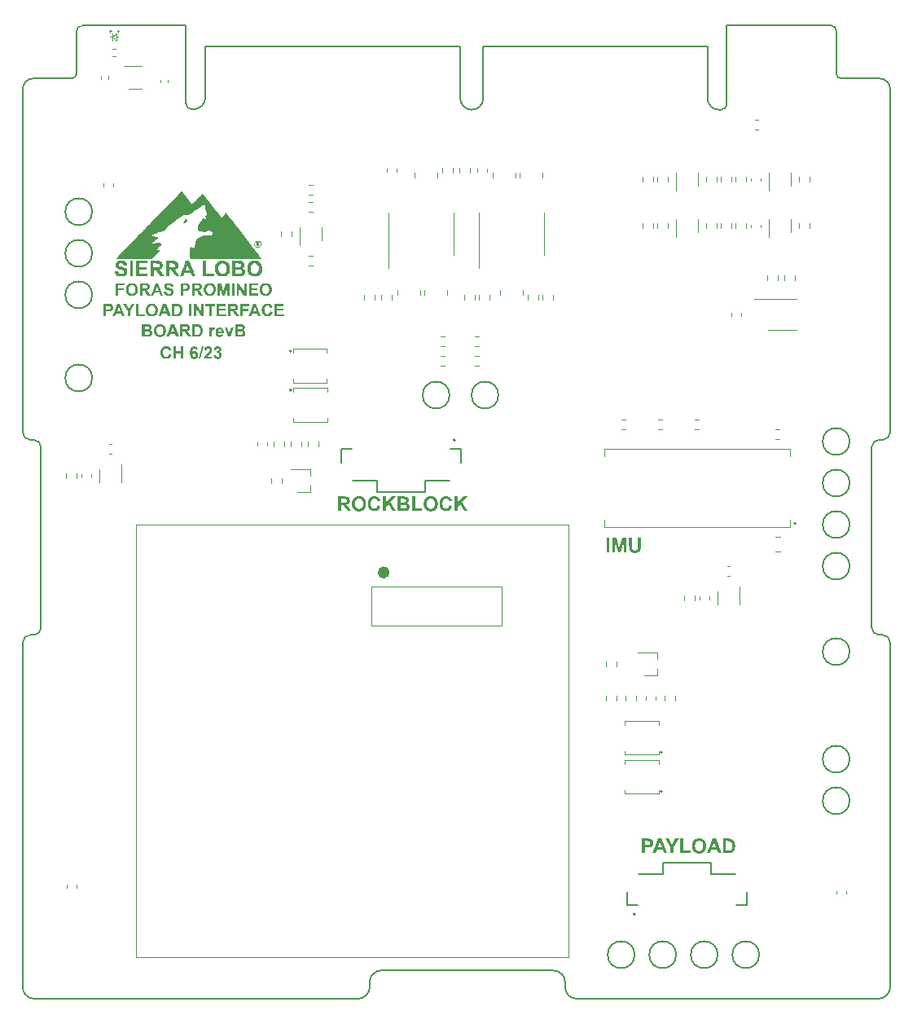
<source format=gto>
G04 #@! TF.GenerationSoftware,KiCad,Pcbnew,7.0.1*
G04 #@! TF.CreationDate,2023-06-22T14:27:13-04:00*
G04 #@! TF.ProjectId,payload-interface-board,7061796c-6f61-4642-9d69-6e7465726661,B*
G04 #@! TF.SameCoordinates,Original*
G04 #@! TF.FileFunction,Legend,Top*
G04 #@! TF.FilePolarity,Positive*
%FSLAX46Y46*%
G04 Gerber Fmt 4.6, Leading zero omitted, Abs format (unit mm)*
G04 Created by KiCad (PCBNEW 7.0.1) date 2023-06-22 14:27:13*
%MOMM*%
%LPD*%
G01*
G04 APERTURE LIST*
%ADD10C,0.300000*%
%ADD11C,0.254000*%
%ADD12C,0.150000*%
%ADD13C,0.120000*%
%ADD14C,0.100000*%
%ADD15C,0.187000*%
%ADD16C,0.060000*%
%ADD17C,0.177000*%
%ADD18C,0.750000*%
%ADD19C,0.200000*%
G04 #@! TA.AperFunction,Profile*
%ADD20C,0.200000*%
G04 #@! TD*
G04 APERTURE END LIST*
D10*
G36*
X100855347Y-118998000D02*
G01*
X100855347Y-117473924D01*
X101160162Y-117473924D01*
X101160162Y-118998000D01*
X100855347Y-118998000D01*
G37*
G36*
X101443728Y-118998000D02*
G01*
X101443728Y-117473924D01*
X101900218Y-117473924D01*
X102174258Y-118513666D01*
X102445368Y-117473924D01*
X102902591Y-117473924D01*
X102902591Y-118998000D01*
X102619391Y-118998000D01*
X102619391Y-117798157D01*
X102319339Y-118998000D01*
X102025881Y-118998000D01*
X101726928Y-117798157D01*
X101726928Y-118998000D01*
X101443728Y-118998000D01*
G37*
G36*
X103193850Y-117473924D02*
G01*
X103499032Y-117473924D01*
X103499032Y-118301175D01*
X103499076Y-118325226D01*
X103499209Y-118348195D01*
X103499431Y-118370083D01*
X103499741Y-118390888D01*
X103500141Y-118410612D01*
X103500629Y-118429253D01*
X103501205Y-118446813D01*
X103501871Y-118463291D01*
X103502625Y-118478687D01*
X103503923Y-118499752D01*
X103505420Y-118518383D01*
X103507117Y-118534579D01*
X103509690Y-118552388D01*
X103510389Y-118556164D01*
X103514506Y-118573424D01*
X103519577Y-118590034D01*
X103525600Y-118605994D01*
X103532577Y-118621303D01*
X103540507Y-118635961D01*
X103549390Y-118649969D01*
X103559226Y-118663327D01*
X103570015Y-118676034D01*
X103581757Y-118688091D01*
X103594452Y-118699497D01*
X103603445Y-118706740D01*
X103617792Y-118716888D01*
X103633078Y-118726038D01*
X103649305Y-118734190D01*
X103666472Y-118741344D01*
X103684579Y-118747500D01*
X103703626Y-118752657D01*
X103723614Y-118756816D01*
X103744541Y-118759977D01*
X103766410Y-118762140D01*
X103781511Y-118763027D01*
X103797030Y-118763471D01*
X103804946Y-118763526D01*
X103820953Y-118763317D01*
X103836459Y-118762691D01*
X103851464Y-118761646D01*
X103873033Y-118759295D01*
X103893474Y-118756004D01*
X103912789Y-118751773D01*
X103930977Y-118746602D01*
X103948037Y-118740490D01*
X103963971Y-118733439D01*
X103978777Y-118725447D01*
X103992457Y-118716514D01*
X104000951Y-118710037D01*
X104012852Y-118699727D01*
X104023826Y-118688991D01*
X104033872Y-118677831D01*
X104042991Y-118666245D01*
X104053707Y-118650137D01*
X104062775Y-118633272D01*
X104070193Y-118615653D01*
X104075964Y-118597277D01*
X104080085Y-118578146D01*
X104082508Y-118562606D01*
X104084692Y-118545251D01*
X104086638Y-118526079D01*
X104088346Y-118505091D01*
X104089352Y-118490090D01*
X104090252Y-118474282D01*
X104091046Y-118457667D01*
X104091735Y-118440244D01*
X104092317Y-118422015D01*
X104092794Y-118402978D01*
X104093164Y-118383134D01*
X104093429Y-118362483D01*
X104093588Y-118341025D01*
X104093641Y-118318760D01*
X104093641Y-117473924D01*
X104398456Y-117473924D01*
X104398456Y-118272965D01*
X104398432Y-118289935D01*
X104398359Y-118306591D01*
X104398237Y-118322934D01*
X104398067Y-118338962D01*
X104397848Y-118354676D01*
X104397580Y-118370075D01*
X104397264Y-118385161D01*
X104396899Y-118399933D01*
X104396023Y-118428533D01*
X104394953Y-118455878D01*
X104393687Y-118481965D01*
X104392228Y-118506797D01*
X104390573Y-118530371D01*
X104388724Y-118552689D01*
X104386681Y-118573751D01*
X104384442Y-118593556D01*
X104382010Y-118612105D01*
X104379382Y-118629397D01*
X104376560Y-118645433D01*
X104373543Y-118660212D01*
X104368570Y-118681129D01*
X104362857Y-118701428D01*
X104356403Y-118721108D01*
X104349209Y-118740171D01*
X104341273Y-118758615D01*
X104332598Y-118776441D01*
X104323181Y-118793648D01*
X104313024Y-118810238D01*
X104302127Y-118826209D01*
X104290489Y-118841562D01*
X104282318Y-118851454D01*
X104269489Y-118865740D01*
X104255867Y-118879472D01*
X104241453Y-118892650D01*
X104226248Y-118905275D01*
X104210249Y-118917346D01*
X104193459Y-118928863D01*
X104175877Y-118939826D01*
X104157503Y-118950235D01*
X104138336Y-118960090D01*
X104118378Y-118969392D01*
X104104632Y-118975285D01*
X104090488Y-118980875D01*
X104075809Y-118986104D01*
X104060595Y-118990973D01*
X104044846Y-118995481D01*
X104028561Y-118999628D01*
X104011741Y-119003415D01*
X103994386Y-119006841D01*
X103976496Y-119009906D01*
X103958070Y-119012611D01*
X103939110Y-119014955D01*
X103919613Y-119016939D01*
X103899582Y-119018562D01*
X103879016Y-119019824D01*
X103857914Y-119020726D01*
X103836277Y-119021266D01*
X103814105Y-119021447D01*
X103787492Y-119021251D01*
X103761692Y-119020663D01*
X103736705Y-119019682D01*
X103712530Y-119018310D01*
X103689169Y-119016545D01*
X103666620Y-119014389D01*
X103644885Y-119011840D01*
X103623962Y-119008899D01*
X103603852Y-119005566D01*
X103584555Y-119001841D01*
X103566071Y-118997723D01*
X103548399Y-118993214D01*
X103531541Y-118988312D01*
X103515495Y-118983019D01*
X103500262Y-118977333D01*
X103485842Y-118971255D01*
X103472058Y-118964819D01*
X103458640Y-118958152D01*
X103445588Y-118951252D01*
X103426698Y-118940469D01*
X103408631Y-118929163D01*
X103391389Y-118917336D01*
X103374971Y-118904987D01*
X103359378Y-118892117D01*
X103344609Y-118878725D01*
X103330664Y-118864811D01*
X103317544Y-118850376D01*
X103309255Y-118840463D01*
X103297486Y-118825283D01*
X103286496Y-118809967D01*
X103276285Y-118794517D01*
X103266854Y-118778931D01*
X103258202Y-118763210D01*
X103250329Y-118747353D01*
X103243235Y-118731362D01*
X103236921Y-118715235D01*
X103231386Y-118698973D01*
X103226630Y-118682576D01*
X103223892Y-118671569D01*
X103220254Y-118654733D01*
X103216851Y-118636925D01*
X103213682Y-118618143D01*
X103210749Y-118598388D01*
X103208050Y-118577659D01*
X103205585Y-118555958D01*
X103203356Y-118533284D01*
X103201361Y-118509636D01*
X103199600Y-118485015D01*
X103198075Y-118459421D01*
X103196784Y-118432854D01*
X103195728Y-118405314D01*
X103194906Y-118376800D01*
X103194320Y-118347314D01*
X103194114Y-118332205D01*
X103193968Y-118316854D01*
X103193880Y-118301259D01*
X103193850Y-118285421D01*
X103193850Y-117473924D01*
G37*
G36*
X73582481Y-113155964D02*
G01*
X73597228Y-113156084D01*
X73625945Y-113156565D01*
X73653625Y-113157367D01*
X73680270Y-113158489D01*
X73705878Y-113159931D01*
X73730450Y-113161694D01*
X73753986Y-113163778D01*
X73776486Y-113166182D01*
X73797950Y-113168907D01*
X73818378Y-113171953D01*
X73837769Y-113175319D01*
X73856125Y-113179005D01*
X73873444Y-113183012D01*
X73889727Y-113187340D01*
X73904974Y-113191988D01*
X73919185Y-113196957D01*
X73939407Y-113205214D01*
X73958856Y-113214598D01*
X73977531Y-113225109D01*
X73995435Y-113236748D01*
X74012565Y-113249513D01*
X74028923Y-113263405D01*
X74044507Y-113278424D01*
X74059319Y-113294570D01*
X74068765Y-113305960D01*
X74077867Y-113317851D01*
X74086625Y-113330243D01*
X74095040Y-113343136D01*
X74103026Y-113356398D01*
X74110496Y-113369898D01*
X74117451Y-113383635D01*
X74123891Y-113397610D01*
X74129816Y-113411822D01*
X74135226Y-113426272D01*
X74140120Y-113440960D01*
X74144499Y-113455885D01*
X74148363Y-113471047D01*
X74151712Y-113486448D01*
X74154546Y-113502085D01*
X74156864Y-113517961D01*
X74158667Y-113534074D01*
X74159955Y-113550424D01*
X74160728Y-113567012D01*
X74160986Y-113583838D01*
X74160595Y-113605081D01*
X74159423Y-113625855D01*
X74157469Y-113646160D01*
X74154734Y-113665995D01*
X74151218Y-113685361D01*
X74146921Y-113704257D01*
X74141842Y-113722684D01*
X74135981Y-113740642D01*
X74129339Y-113758130D01*
X74121916Y-113775148D01*
X74113712Y-113791698D01*
X74104726Y-113807778D01*
X74094958Y-113823388D01*
X74084410Y-113838529D01*
X74073080Y-113853201D01*
X74060968Y-113867404D01*
X74048124Y-113881049D01*
X74034504Y-113894051D01*
X74020108Y-113906408D01*
X74004937Y-113918122D01*
X73988990Y-113929192D01*
X73972268Y-113939617D01*
X73954770Y-113949399D01*
X73936496Y-113958537D01*
X73917446Y-113967030D01*
X73897621Y-113974880D01*
X73877020Y-113982086D01*
X73855644Y-113988647D01*
X73833492Y-113994565D01*
X73810564Y-113999839D01*
X73786860Y-114004468D01*
X73762381Y-114008454D01*
X73780623Y-114019476D01*
X73798252Y-114030698D01*
X73815270Y-114042119D01*
X73831676Y-114053740D01*
X73847470Y-114065560D01*
X73862652Y-114077581D01*
X73877222Y-114089801D01*
X73891181Y-114102220D01*
X73904528Y-114114839D01*
X73917263Y-114127658D01*
X73925413Y-114136315D01*
X73937896Y-114150251D01*
X73951165Y-114166093D01*
X73960447Y-114177714D01*
X73970078Y-114190182D01*
X73980059Y-114203497D01*
X73990389Y-114217659D01*
X74001068Y-114232669D01*
X74012096Y-114248525D01*
X74023473Y-114265229D01*
X74035200Y-114282780D01*
X74047275Y-114301179D01*
X74059700Y-114320424D01*
X74072474Y-114340517D01*
X74085598Y-114361457D01*
X74099070Y-114383244D01*
X74283718Y-114680000D01*
X73918819Y-114680000D01*
X73698267Y-114344776D01*
X73683858Y-114323571D01*
X73670029Y-114303371D01*
X73656781Y-114284176D01*
X73644114Y-114265985D01*
X73632029Y-114248799D01*
X73620524Y-114232617D01*
X73609600Y-114217440D01*
X73599258Y-114203268D01*
X73589496Y-114190100D01*
X73580315Y-114177937D01*
X73567634Y-114161577D01*
X73556260Y-114147476D01*
X73546193Y-114135636D01*
X73537434Y-114126057D01*
X73526546Y-114115146D01*
X73515497Y-114105128D01*
X73501462Y-114093862D01*
X73487176Y-114083991D01*
X73472639Y-114075515D01*
X73457852Y-114068434D01*
X73445842Y-114063775D01*
X73429344Y-114058920D01*
X73414148Y-114055628D01*
X73397178Y-114052863D01*
X73378433Y-114050625D01*
X73363210Y-114049292D01*
X73346989Y-114048255D01*
X73329769Y-114047515D01*
X73311552Y-114047070D01*
X73292336Y-114046922D01*
X73230420Y-114046922D01*
X73230420Y-114680000D01*
X72925605Y-114680000D01*
X72925605Y-113413845D01*
X73230420Y-113413845D01*
X73230420Y-113789002D01*
X73456101Y-113789002D01*
X73482888Y-113788931D01*
X73508388Y-113788721D01*
X73532599Y-113788370D01*
X73555523Y-113787880D01*
X73577158Y-113787248D01*
X73597506Y-113786477D01*
X73616565Y-113785565D01*
X73634337Y-113784514D01*
X73650820Y-113783322D01*
X73666016Y-113781989D01*
X73686394Y-113779728D01*
X73703875Y-113777151D01*
X73718457Y-113774258D01*
X73730141Y-113771050D01*
X73746619Y-113764690D01*
X73761933Y-113757061D01*
X73776085Y-113748161D01*
X73789074Y-113737991D01*
X73800901Y-113726551D01*
X73811564Y-113713841D01*
X73815504Y-113708401D01*
X73824475Y-113694003D01*
X73831926Y-113678513D01*
X73837856Y-113661932D01*
X73842266Y-113644259D01*
X73844699Y-113629335D01*
X73846158Y-113613713D01*
X73846645Y-113597393D01*
X73846010Y-113579161D01*
X73844103Y-113561833D01*
X73840926Y-113545409D01*
X73836478Y-113529890D01*
X73830760Y-113515276D01*
X73823770Y-113501566D01*
X73815510Y-113488760D01*
X73805979Y-113476859D01*
X73795285Y-113465937D01*
X73783539Y-113456068D01*
X73770739Y-113447252D01*
X73756886Y-113439490D01*
X73741979Y-113432781D01*
X73726020Y-113427125D01*
X73709007Y-113422523D01*
X73690940Y-113418974D01*
X73675754Y-113417496D01*
X73658389Y-113416494D01*
X73642323Y-113415848D01*
X73623648Y-113415292D01*
X73602364Y-113414826D01*
X73586727Y-113414566D01*
X73569930Y-113414345D01*
X73551974Y-113414165D01*
X73532858Y-113414025D01*
X73512584Y-113413925D01*
X73491150Y-113413865D01*
X73468557Y-113413845D01*
X73230420Y-113413845D01*
X72925605Y-113413845D01*
X72925605Y-113155924D01*
X73567475Y-113155924D01*
X73582481Y-113155964D01*
G37*
G36*
X75129156Y-113132680D02*
G01*
X75149647Y-113133291D01*
X75169877Y-113134309D01*
X75189845Y-113135734D01*
X75209553Y-113137566D01*
X75228999Y-113139806D01*
X75248184Y-113142452D01*
X75267108Y-113145506D01*
X75285771Y-113148966D01*
X75304172Y-113152834D01*
X75322313Y-113157109D01*
X75340192Y-113161792D01*
X75357810Y-113166881D01*
X75375167Y-113172378D01*
X75392263Y-113178281D01*
X75409097Y-113184592D01*
X75425670Y-113191310D01*
X75441983Y-113198435D01*
X75458033Y-113205968D01*
X75473823Y-113213907D01*
X75489352Y-113222254D01*
X75504619Y-113231007D01*
X75519626Y-113240168D01*
X75534371Y-113249736D01*
X75548855Y-113259711D01*
X75563077Y-113270094D01*
X75577039Y-113280883D01*
X75590739Y-113292080D01*
X75604178Y-113303684D01*
X75617357Y-113315695D01*
X75630273Y-113328113D01*
X75642929Y-113340938D01*
X75655258Y-113354103D01*
X75667196Y-113367587D01*
X75678743Y-113381389D01*
X75689898Y-113395509D01*
X75700662Y-113409948D01*
X75711034Y-113424705D01*
X75721015Y-113439781D01*
X75730605Y-113455175D01*
X75739803Y-113470888D01*
X75748609Y-113486919D01*
X75757025Y-113503268D01*
X75765049Y-113519936D01*
X75772681Y-113536922D01*
X75779922Y-113554226D01*
X75786772Y-113571850D01*
X75793230Y-113589791D01*
X75799297Y-113608051D01*
X75804972Y-113626629D01*
X75810256Y-113645526D01*
X75815149Y-113664741D01*
X75819650Y-113684275D01*
X75823760Y-113704127D01*
X75827478Y-113724297D01*
X75830805Y-113744786D01*
X75833741Y-113765593D01*
X75836285Y-113786719D01*
X75838438Y-113808163D01*
X75840199Y-113829926D01*
X75841569Y-113852007D01*
X75842547Y-113874406D01*
X75843135Y-113897124D01*
X75843330Y-113920160D01*
X75843136Y-113942993D01*
X75842553Y-113965513D01*
X75841582Y-113987721D01*
X75840222Y-114009616D01*
X75838473Y-114031198D01*
X75836336Y-114052468D01*
X75833811Y-114073424D01*
X75830897Y-114094069D01*
X75827594Y-114114400D01*
X75823903Y-114134419D01*
X75819823Y-114154125D01*
X75815355Y-114173518D01*
X75810498Y-114192599D01*
X75805253Y-114211367D01*
X75799619Y-114229822D01*
X75793596Y-114247964D01*
X75787185Y-114265794D01*
X75780386Y-114283311D01*
X75773198Y-114300516D01*
X75765621Y-114317408D01*
X75757656Y-114333987D01*
X75749302Y-114350253D01*
X75740560Y-114366207D01*
X75731429Y-114381848D01*
X75721909Y-114397176D01*
X75712002Y-114412192D01*
X75701705Y-114426894D01*
X75691020Y-114441285D01*
X75679946Y-114455362D01*
X75668484Y-114469127D01*
X75656634Y-114482579D01*
X75644394Y-114495718D01*
X75631830Y-114508498D01*
X75619005Y-114520873D01*
X75605919Y-114532842D01*
X75592571Y-114544405D01*
X75578962Y-114555562D01*
X75565092Y-114566314D01*
X75550961Y-114576659D01*
X75536569Y-114586600D01*
X75521915Y-114596134D01*
X75507001Y-114605263D01*
X75491825Y-114613986D01*
X75476388Y-114622303D01*
X75460690Y-114630214D01*
X75444730Y-114637720D01*
X75428510Y-114644820D01*
X75412028Y-114651515D01*
X75395285Y-114657803D01*
X75378281Y-114663686D01*
X75361016Y-114669163D01*
X75343489Y-114674235D01*
X75325702Y-114678901D01*
X75307653Y-114683161D01*
X75289343Y-114687015D01*
X75270772Y-114690464D01*
X75251939Y-114693507D01*
X75232846Y-114696144D01*
X75213491Y-114698375D01*
X75193875Y-114700201D01*
X75173998Y-114701621D01*
X75153860Y-114702635D01*
X75133461Y-114703244D01*
X75112800Y-114703447D01*
X75091869Y-114703245D01*
X75071208Y-114702640D01*
X75050816Y-114701631D01*
X75030694Y-114700218D01*
X75010842Y-114698402D01*
X74991260Y-114696182D01*
X74971948Y-114693559D01*
X74952905Y-114690532D01*
X74934132Y-114687102D01*
X74915629Y-114683268D01*
X74897395Y-114679031D01*
X74879432Y-114674390D01*
X74861738Y-114669345D01*
X74844314Y-114663897D01*
X74827159Y-114658045D01*
X74810275Y-114651789D01*
X74793660Y-114645130D01*
X74777315Y-114638068D01*
X74761239Y-114630602D01*
X74745434Y-114622732D01*
X74729898Y-114614459D01*
X74714632Y-114605782D01*
X74699636Y-114596702D01*
X74684909Y-114587218D01*
X74670453Y-114577330D01*
X74656266Y-114567039D01*
X74642348Y-114556344D01*
X74628701Y-114545246D01*
X74615323Y-114533744D01*
X74602215Y-114521839D01*
X74589377Y-114509530D01*
X74576809Y-114496817D01*
X74564570Y-114483728D01*
X74552719Y-114470335D01*
X74541257Y-114456637D01*
X74530183Y-114442636D01*
X74519498Y-114428330D01*
X74509202Y-114413720D01*
X74499294Y-114398806D01*
X74489775Y-114383588D01*
X74480644Y-114368066D01*
X74471901Y-114352239D01*
X74463548Y-114336109D01*
X74455582Y-114319675D01*
X74448006Y-114302936D01*
X74440818Y-114285893D01*
X74434018Y-114268546D01*
X74427607Y-114250895D01*
X74421585Y-114232940D01*
X74415951Y-114214681D01*
X74410705Y-114196118D01*
X74405849Y-114177250D01*
X74401380Y-114158079D01*
X74397301Y-114138603D01*
X74393609Y-114118824D01*
X74390307Y-114098740D01*
X74387393Y-114078352D01*
X74384867Y-114057660D01*
X74382730Y-114036663D01*
X74380982Y-114015363D01*
X74379622Y-113993759D01*
X74378650Y-113971850D01*
X74378067Y-113949638D01*
X74377873Y-113927121D01*
X74377969Y-113916863D01*
X74692214Y-113916863D01*
X74692329Y-113932997D01*
X74692676Y-113948887D01*
X74693254Y-113964531D01*
X74694063Y-113979929D01*
X74695103Y-113995082D01*
X74696374Y-114009989D01*
X74697876Y-114024651D01*
X74701574Y-114053239D01*
X74706197Y-114080845D01*
X74711744Y-114107470D01*
X74718215Y-114133112D01*
X74725611Y-114157773D01*
X74733932Y-114181453D01*
X74743177Y-114204150D01*
X74753346Y-114225866D01*
X74764440Y-114246600D01*
X74776459Y-114266352D01*
X74789402Y-114285122D01*
X74803269Y-114302911D01*
X74810549Y-114311437D01*
X74825636Y-114327674D01*
X74841221Y-114342864D01*
X74857304Y-114357006D01*
X74873885Y-114370101D01*
X74890963Y-114382148D01*
X74908540Y-114393148D01*
X74926615Y-114403100D01*
X74945188Y-114412004D01*
X74964259Y-114419861D01*
X74983828Y-114426670D01*
X75003895Y-114432432D01*
X75024460Y-114437146D01*
X75045523Y-114440812D01*
X75067085Y-114443431D01*
X75089144Y-114445003D01*
X75111701Y-114445526D01*
X75134251Y-114445007D01*
X75156289Y-114443448D01*
X75177814Y-114440851D01*
X75198827Y-114437214D01*
X75219327Y-114432539D01*
X75239316Y-114426825D01*
X75258792Y-114420071D01*
X75277755Y-114412279D01*
X75296207Y-114403447D01*
X75314146Y-114393577D01*
X75331572Y-114382668D01*
X75348487Y-114370719D01*
X75364889Y-114357732D01*
X75380778Y-114343706D01*
X75396155Y-114328640D01*
X75411020Y-114312536D01*
X75425173Y-114295347D01*
X75438412Y-114277119D01*
X75450738Y-114257852D01*
X75462151Y-114237546D01*
X75472651Y-114216201D01*
X75482238Y-114193817D01*
X75490912Y-114170394D01*
X75498673Y-114145932D01*
X75505521Y-114120431D01*
X75511456Y-114093891D01*
X75516478Y-114066312D01*
X75520586Y-114037694D01*
X75522298Y-114022996D01*
X75523782Y-114008037D01*
X75525037Y-113992819D01*
X75526065Y-113977341D01*
X75526863Y-113961604D01*
X75527434Y-113945607D01*
X75527777Y-113929350D01*
X75527891Y-113912833D01*
X75527779Y-113896500D01*
X75527446Y-113880430D01*
X75526889Y-113864621D01*
X75526110Y-113849074D01*
X75525109Y-113833789D01*
X75523885Y-113818766D01*
X75522438Y-113804005D01*
X75518878Y-113775268D01*
X75514427Y-113747579D01*
X75509086Y-113720937D01*
X75502855Y-113695343D01*
X75495734Y-113670797D01*
X75487723Y-113647298D01*
X75478821Y-113624847D01*
X75469029Y-113603443D01*
X75458348Y-113583087D01*
X75446776Y-113563778D01*
X75434314Y-113545517D01*
X75420961Y-113528304D01*
X75413951Y-113520090D01*
X75399418Y-113504385D01*
X75384304Y-113489693D01*
X75368609Y-113476015D01*
X75352333Y-113463350D01*
X75335476Y-113451697D01*
X75318038Y-113441059D01*
X75300019Y-113431433D01*
X75281419Y-113422821D01*
X75262238Y-113415221D01*
X75242476Y-113408635D01*
X75222132Y-113403063D01*
X75201208Y-113398503D01*
X75179703Y-113394957D01*
X75157617Y-113392424D01*
X75134949Y-113390904D01*
X75111701Y-113390397D01*
X75088402Y-113390910D01*
X75065676Y-113392447D01*
X75043523Y-113395008D01*
X75021942Y-113398595D01*
X75000933Y-113403206D01*
X74980497Y-113408841D01*
X74960633Y-113415502D01*
X74941341Y-113423187D01*
X74922623Y-113431897D01*
X74904476Y-113441631D01*
X74886902Y-113452390D01*
X74869900Y-113464174D01*
X74853471Y-113476982D01*
X74837615Y-113490815D01*
X74822330Y-113505673D01*
X74807618Y-113521556D01*
X74793644Y-113538470D01*
X74780570Y-113556423D01*
X74768399Y-113575416D01*
X74757129Y-113595447D01*
X74746761Y-113616517D01*
X74737294Y-113638626D01*
X74728729Y-113661774D01*
X74721065Y-113685962D01*
X74714303Y-113711188D01*
X74708443Y-113737453D01*
X74703484Y-113764757D01*
X74699427Y-113793100D01*
X74697736Y-113807661D01*
X74696271Y-113822482D01*
X74695031Y-113837563D01*
X74694017Y-113852904D01*
X74693228Y-113868504D01*
X74692665Y-113884364D01*
X74692326Y-113900483D01*
X74692214Y-113916863D01*
X74377969Y-113916863D01*
X74378142Y-113898423D01*
X74378949Y-113870306D01*
X74380295Y-113842770D01*
X74382178Y-113815815D01*
X74384599Y-113789441D01*
X74387559Y-113763648D01*
X74391057Y-113738436D01*
X74395092Y-113713805D01*
X74399666Y-113689756D01*
X74404778Y-113666287D01*
X74410428Y-113643399D01*
X74416616Y-113621092D01*
X74423342Y-113599367D01*
X74430607Y-113578222D01*
X74438409Y-113557658D01*
X74446750Y-113537676D01*
X74453353Y-113523253D01*
X74460248Y-113509019D01*
X74467435Y-113494974D01*
X74474914Y-113481118D01*
X74482685Y-113467451D01*
X74490748Y-113453973D01*
X74499103Y-113440684D01*
X74507749Y-113427583D01*
X74516688Y-113414672D01*
X74525919Y-113401949D01*
X74535441Y-113389416D01*
X74545256Y-113377071D01*
X74555362Y-113364915D01*
X74565761Y-113352948D01*
X74576451Y-113341170D01*
X74587434Y-113329581D01*
X74598672Y-113318226D01*
X74610039Y-113307244D01*
X74621535Y-113296634D01*
X74633160Y-113286396D01*
X74644914Y-113276530D01*
X74656797Y-113267036D01*
X74668808Y-113257914D01*
X74680948Y-113249164D01*
X74693217Y-113240786D01*
X74705615Y-113232780D01*
X74718141Y-113225147D01*
X74737172Y-113214394D01*
X74756493Y-113204479D01*
X74776104Y-113195401D01*
X74782706Y-113192561D01*
X74800550Y-113185285D01*
X74818730Y-113178478D01*
X74837244Y-113172141D01*
X74856093Y-113166274D01*
X74875277Y-113160876D01*
X74894796Y-113155947D01*
X74914650Y-113151488D01*
X74934838Y-113147498D01*
X74955362Y-113143977D01*
X74976220Y-113140926D01*
X74997414Y-113138344D01*
X75018942Y-113136232D01*
X75040805Y-113134589D01*
X75063003Y-113133416D01*
X75085536Y-113132712D01*
X75108404Y-113132477D01*
X75129156Y-113132680D01*
G37*
G36*
X77038777Y-114093817D02*
G01*
X77334433Y-114187606D01*
X77330086Y-114203097D01*
X77325563Y-114218336D01*
X77320864Y-114233325D01*
X77315989Y-114248062D01*
X77310938Y-114262548D01*
X77305710Y-114276783D01*
X77300307Y-114290766D01*
X77294728Y-114304499D01*
X77288973Y-114317980D01*
X77276934Y-114344190D01*
X77264192Y-114369395D01*
X77250745Y-114393595D01*
X77236594Y-114416790D01*
X77221739Y-114438981D01*
X77206180Y-114460167D01*
X77189917Y-114480349D01*
X77172950Y-114499525D01*
X77155279Y-114517698D01*
X77136903Y-114534865D01*
X77117824Y-114551028D01*
X77108020Y-114558733D01*
X77087948Y-114573418D01*
X77067210Y-114587155D01*
X77045805Y-114599945D01*
X77023733Y-114611787D01*
X77000994Y-114622682D01*
X76977588Y-114632630D01*
X76953516Y-114641630D01*
X76928776Y-114649683D01*
X76903370Y-114656788D01*
X76877296Y-114662946D01*
X76850556Y-114668157D01*
X76823149Y-114672420D01*
X76795075Y-114675736D01*
X76766334Y-114678105D01*
X76736926Y-114679526D01*
X76721972Y-114679881D01*
X76706851Y-114680000D01*
X76688156Y-114679801D01*
X76669671Y-114679204D01*
X76651394Y-114678209D01*
X76633326Y-114676817D01*
X76615467Y-114675026D01*
X76597817Y-114672838D01*
X76580376Y-114670252D01*
X76563144Y-114667268D01*
X76546121Y-114663887D01*
X76529307Y-114660107D01*
X76512702Y-114655930D01*
X76496306Y-114651354D01*
X76480119Y-114646381D01*
X76464140Y-114641010D01*
X76448371Y-114635242D01*
X76432810Y-114629075D01*
X76417459Y-114622510D01*
X76402316Y-114615548D01*
X76387383Y-114608188D01*
X76372658Y-114600430D01*
X76358142Y-114592274D01*
X76343835Y-114583720D01*
X76329738Y-114574769D01*
X76315849Y-114565419D01*
X76302169Y-114555672D01*
X76288698Y-114545527D01*
X76275435Y-114534984D01*
X76262382Y-114524043D01*
X76249538Y-114512704D01*
X76236903Y-114500968D01*
X76224476Y-114488833D01*
X76212259Y-114476301D01*
X76200358Y-114463424D01*
X76188835Y-114450255D01*
X76177689Y-114436794D01*
X76166922Y-114423041D01*
X76156532Y-114408996D01*
X76146520Y-114394659D01*
X76136885Y-114380030D01*
X76127629Y-114365109D01*
X76118750Y-114349897D01*
X76110250Y-114334392D01*
X76102127Y-114318595D01*
X76094381Y-114302507D01*
X76087014Y-114286126D01*
X76080024Y-114269454D01*
X76073413Y-114252490D01*
X76067179Y-114235233D01*
X76061323Y-114217685D01*
X76055844Y-114199845D01*
X76050744Y-114181713D01*
X76046021Y-114163288D01*
X76041676Y-114144572D01*
X76037709Y-114125564D01*
X76034120Y-114106264D01*
X76030909Y-114086673D01*
X76028075Y-114066789D01*
X76025619Y-114046613D01*
X76023541Y-114026145D01*
X76021841Y-114005385D01*
X76020519Y-113984334D01*
X76019574Y-113962990D01*
X76019008Y-113941355D01*
X76018819Y-113919427D01*
X76019009Y-113896235D01*
X76019579Y-113873368D01*
X76020529Y-113850828D01*
X76021858Y-113828615D01*
X76023568Y-113806727D01*
X76025658Y-113785166D01*
X76028128Y-113763931D01*
X76030977Y-113743023D01*
X76034207Y-113722441D01*
X76037817Y-113702185D01*
X76041806Y-113682255D01*
X76046176Y-113662652D01*
X76050925Y-113643375D01*
X76056055Y-113624424D01*
X76061564Y-113605799D01*
X76067454Y-113587501D01*
X76073723Y-113569529D01*
X76080372Y-113551884D01*
X76087402Y-113534564D01*
X76094811Y-113517571D01*
X76102600Y-113500905D01*
X76110769Y-113484564D01*
X76119318Y-113468550D01*
X76128247Y-113452862D01*
X76137556Y-113437501D01*
X76147245Y-113422466D01*
X76157314Y-113407757D01*
X76167763Y-113393374D01*
X76178592Y-113379318D01*
X76189801Y-113365588D01*
X76201389Y-113352184D01*
X76213358Y-113339106D01*
X76225659Y-113326394D01*
X76238199Y-113314085D01*
X76250979Y-113302179D01*
X76263997Y-113290677D01*
X76277254Y-113279579D01*
X76290750Y-113268885D01*
X76304485Y-113258593D01*
X76318459Y-113248706D01*
X76332672Y-113239222D01*
X76347124Y-113230142D01*
X76361815Y-113221465D01*
X76376745Y-113213191D01*
X76391914Y-113205322D01*
X76407322Y-113197856D01*
X76422969Y-113190793D01*
X76438855Y-113184134D01*
X76454980Y-113177879D01*
X76471344Y-113172027D01*
X76487947Y-113166579D01*
X76504790Y-113161534D01*
X76521871Y-113156893D01*
X76539191Y-113152655D01*
X76556750Y-113148822D01*
X76574548Y-113145391D01*
X76592585Y-113142364D01*
X76610861Y-113139741D01*
X76629376Y-113137521D01*
X76648130Y-113135705D01*
X76667123Y-113134293D01*
X76686354Y-113133284D01*
X76705825Y-113132679D01*
X76725535Y-113132477D01*
X76742767Y-113132646D01*
X76759795Y-113133155D01*
X76776619Y-113134003D01*
X76793238Y-113135190D01*
X76809654Y-113136716D01*
X76825866Y-113138582D01*
X76841874Y-113140787D01*
X76857678Y-113143330D01*
X76873279Y-113146213D01*
X76888675Y-113149435D01*
X76903867Y-113152997D01*
X76918856Y-113156897D01*
X76933640Y-113161137D01*
X76948221Y-113165716D01*
X76962597Y-113170634D01*
X76976770Y-113175891D01*
X76990738Y-113181487D01*
X77004503Y-113187423D01*
X77018064Y-113193698D01*
X77031421Y-113200311D01*
X77044574Y-113207265D01*
X77057523Y-113214557D01*
X77070268Y-113222188D01*
X77082809Y-113230159D01*
X77095147Y-113238468D01*
X77107280Y-113247117D01*
X77119209Y-113256105D01*
X77130935Y-113265433D01*
X77142456Y-113275099D01*
X77153774Y-113285105D01*
X77164887Y-113295450D01*
X77175797Y-113306133D01*
X77188465Y-113319351D01*
X77200733Y-113333267D01*
X77212600Y-113347882D01*
X77224066Y-113363195D01*
X77235131Y-113379206D01*
X77245796Y-113395916D01*
X77256060Y-113413324D01*
X77265923Y-113431430D01*
X77275385Y-113450235D01*
X77284447Y-113469738D01*
X77293108Y-113489940D01*
X77301368Y-113510840D01*
X77309228Y-113532438D01*
X77316687Y-113554735D01*
X77323745Y-113577730D01*
X77330403Y-113601423D01*
X77028519Y-113648318D01*
X77024948Y-113633584D01*
X77020922Y-113619243D01*
X77014030Y-113598467D01*
X77006115Y-113578573D01*
X76997175Y-113559561D01*
X76987211Y-113541431D01*
X76976223Y-113524184D01*
X76964212Y-113507818D01*
X76951176Y-113492336D01*
X76937117Y-113477735D01*
X76922033Y-113464017D01*
X76916778Y-113459640D01*
X76900519Y-113447266D01*
X76883616Y-113436108D01*
X76866069Y-113426168D01*
X76847878Y-113417445D01*
X76829043Y-113409939D01*
X76809565Y-113403651D01*
X76789442Y-113398579D01*
X76768675Y-113394725D01*
X76747264Y-113392088D01*
X76732632Y-113391006D01*
X76717714Y-113390465D01*
X76710148Y-113390397D01*
X76689420Y-113390864D01*
X76669184Y-113392263D01*
X76649440Y-113394596D01*
X76630189Y-113397862D01*
X76611430Y-113402061D01*
X76593163Y-113407193D01*
X76575389Y-113413258D01*
X76558107Y-113420256D01*
X76541317Y-113428187D01*
X76525020Y-113437051D01*
X76509215Y-113446849D01*
X76493902Y-113457579D01*
X76479081Y-113469243D01*
X76464753Y-113481839D01*
X76450917Y-113495369D01*
X76437573Y-113509832D01*
X76424929Y-113525341D01*
X76413101Y-113542009D01*
X76402089Y-113559836D01*
X76391892Y-113578823D01*
X76382511Y-113598969D01*
X76373946Y-113620274D01*
X76366196Y-113642738D01*
X76359263Y-113666361D01*
X76353145Y-113691144D01*
X76347842Y-113717085D01*
X76343356Y-113744186D01*
X76339685Y-113772447D01*
X76336830Y-113801866D01*
X76335708Y-113817010D01*
X76334791Y-113832444D01*
X76334077Y-113848168D01*
X76333567Y-113864182D01*
X76333261Y-113880486D01*
X76333159Y-113897079D01*
X76333260Y-113914665D01*
X76333561Y-113931932D01*
X76334064Y-113948880D01*
X76334768Y-113965509D01*
X76335673Y-113981819D01*
X76336779Y-113997809D01*
X76338086Y-114013481D01*
X76339594Y-114028833D01*
X76341303Y-114043866D01*
X76343213Y-114058580D01*
X76347636Y-114087050D01*
X76352864Y-114114244D01*
X76358896Y-114140162D01*
X76365733Y-114164803D01*
X76373374Y-114188167D01*
X76381818Y-114210255D01*
X76391068Y-114231066D01*
X76401121Y-114250601D01*
X76411979Y-114268859D01*
X76423641Y-114285840D01*
X76436108Y-114301545D01*
X76449218Y-114316141D01*
X76462812Y-114329795D01*
X76476890Y-114342508D01*
X76491452Y-114354279D01*
X76506497Y-114365108D01*
X76522026Y-114374996D01*
X76538039Y-114383941D01*
X76554535Y-114391946D01*
X76571515Y-114399008D01*
X76588979Y-114405129D01*
X76606926Y-114410308D01*
X76625358Y-114414546D01*
X76644273Y-114417842D01*
X76663671Y-114420196D01*
X76683554Y-114421608D01*
X76703920Y-114422079D01*
X76718991Y-114421770D01*
X76733796Y-114420843D01*
X76755504Y-114418292D01*
X76776613Y-114414351D01*
X76797124Y-114409019D01*
X76817035Y-114402295D01*
X76836347Y-114394181D01*
X76855061Y-114384676D01*
X76873176Y-114373779D01*
X76890691Y-114361492D01*
X76907608Y-114347813D01*
X76913114Y-114342944D01*
X76923866Y-114332698D01*
X76934231Y-114321741D01*
X76944211Y-114310075D01*
X76953803Y-114297698D01*
X76963010Y-114284612D01*
X76971830Y-114270816D01*
X76980263Y-114256311D01*
X76988310Y-114241095D01*
X76995971Y-114225170D01*
X77003245Y-114208534D01*
X77010133Y-114191189D01*
X77016635Y-114173135D01*
X77022750Y-114154370D01*
X77028479Y-114134895D01*
X77033821Y-114114711D01*
X77038777Y-114093817D01*
G37*
G36*
X77591621Y-114680000D02*
G01*
X77591621Y-113155924D01*
X77896802Y-113155924D01*
X77896802Y-113829668D01*
X78513027Y-113155924D01*
X78922988Y-113155924D01*
X78354391Y-113749434D01*
X78953763Y-114680000D01*
X78559189Y-114680000D01*
X78144098Y-113970352D01*
X77896802Y-114221678D01*
X77896802Y-114680000D01*
X77591621Y-114680000D01*
G37*
G36*
X79729778Y-113155984D02*
G01*
X79751103Y-113156165D01*
X79771716Y-113156465D01*
X79791615Y-113156886D01*
X79810802Y-113157427D01*
X79829276Y-113158088D01*
X79847038Y-113158869D01*
X79864087Y-113159771D01*
X79880423Y-113160793D01*
X79896046Y-113161935D01*
X79910957Y-113163197D01*
X79931987Y-113165316D01*
X79951413Y-113167705D01*
X79969236Y-113170365D01*
X79974820Y-113171311D01*
X79991211Y-113174421D01*
X80007273Y-113178116D01*
X80023007Y-113182398D01*
X80038413Y-113187265D01*
X80053490Y-113192719D01*
X80068239Y-113198759D01*
X80082659Y-113205384D01*
X80096751Y-113212596D01*
X80110514Y-113220394D01*
X80123949Y-113228778D01*
X80132723Y-113234692D01*
X80145569Y-113243975D01*
X80158002Y-113253824D01*
X80170024Y-113264239D01*
X80181633Y-113275221D01*
X80192830Y-113286771D01*
X80203615Y-113298886D01*
X80213987Y-113311569D01*
X80223948Y-113324818D01*
X80233496Y-113338634D01*
X80242632Y-113353017D01*
X80248494Y-113362920D01*
X80256809Y-113378069D01*
X80264307Y-113393566D01*
X80270986Y-113409410D01*
X80276847Y-113425603D01*
X80281891Y-113442143D01*
X80286117Y-113459030D01*
X80289525Y-113476266D01*
X80292115Y-113493849D01*
X80293887Y-113511780D01*
X80294841Y-113530059D01*
X80295023Y-113542438D01*
X80294520Y-113562480D01*
X80293013Y-113582212D01*
X80290502Y-113601635D01*
X80286985Y-113620749D01*
X80282465Y-113639554D01*
X80276939Y-113658049D01*
X80270409Y-113676236D01*
X80262874Y-113694113D01*
X80254335Y-113711682D01*
X80244791Y-113728941D01*
X80237870Y-113740275D01*
X80226796Y-113756778D01*
X80215008Y-113772488D01*
X80202504Y-113787406D01*
X80189286Y-113801532D01*
X80175353Y-113814866D01*
X80160706Y-113827408D01*
X80145343Y-113839158D01*
X80129266Y-113850116D01*
X80112473Y-113860281D01*
X80094966Y-113869655D01*
X80082898Y-113875464D01*
X80099912Y-113880723D01*
X80116426Y-113886426D01*
X80132438Y-113892572D01*
X80147950Y-113899163D01*
X80162961Y-113906197D01*
X80177471Y-113913674D01*
X80191480Y-113921595D01*
X80204989Y-113929960D01*
X80217996Y-113938769D01*
X80230502Y-113948021D01*
X80242508Y-113957717D01*
X80254013Y-113967856D01*
X80265016Y-113978439D01*
X80275519Y-113989466D01*
X80285521Y-114000936D01*
X80295023Y-114012850D01*
X80304029Y-114025119D01*
X80312453Y-114037654D01*
X80320297Y-114050455D01*
X80327560Y-114063523D01*
X80334242Y-114076857D01*
X80340343Y-114090456D01*
X80345863Y-114104322D01*
X80350801Y-114118455D01*
X80355159Y-114132853D01*
X80358936Y-114147518D01*
X80362132Y-114162448D01*
X80364746Y-114177645D01*
X80366780Y-114193109D01*
X80368232Y-114208838D01*
X80369104Y-114224833D01*
X80369394Y-114241095D01*
X80368973Y-114260418D01*
X80367707Y-114279645D01*
X80365598Y-114298775D01*
X80362645Y-114317808D01*
X80358849Y-114336745D01*
X80354209Y-114355585D01*
X80348725Y-114374329D01*
X80342398Y-114392976D01*
X80335227Y-114411526D01*
X80327212Y-114429980D01*
X80321401Y-114442229D01*
X80312096Y-114460157D01*
X80302180Y-114477396D01*
X80291651Y-114493945D01*
X80280511Y-114509806D01*
X80268759Y-114524978D01*
X80256395Y-114539460D01*
X80243420Y-114553254D01*
X80229833Y-114566358D01*
X80215633Y-114578773D01*
X80200823Y-114590499D01*
X80190609Y-114597934D01*
X80174743Y-114608463D01*
X80158194Y-114618207D01*
X80140963Y-114627165D01*
X80123049Y-114635337D01*
X80104452Y-114642724D01*
X80085173Y-114649325D01*
X80065211Y-114655140D01*
X80044567Y-114660170D01*
X80023240Y-114664414D01*
X80008642Y-114666807D01*
X79993742Y-114668850D01*
X79986177Y-114669741D01*
X79969996Y-114671201D01*
X79950028Y-114672558D01*
X79934612Y-114673405D01*
X79917513Y-114674206D01*
X79898731Y-114674962D01*
X79878266Y-114675672D01*
X79856118Y-114676336D01*
X79832287Y-114676954D01*
X79806773Y-114677527D01*
X79779577Y-114678053D01*
X79750697Y-114678534D01*
X79735626Y-114678757D01*
X79720134Y-114678969D01*
X79704222Y-114679169D01*
X79687888Y-114679358D01*
X79671134Y-114679536D01*
X79653959Y-114679702D01*
X79636364Y-114679856D01*
X79618348Y-114680000D01*
X79103972Y-114680000D01*
X79103972Y-114023475D01*
X79408787Y-114023475D01*
X79408787Y-114422079D01*
X79691254Y-114422079D01*
X79711391Y-114422043D01*
X79730587Y-114421936D01*
X79748841Y-114421757D01*
X79766153Y-114421507D01*
X79782523Y-114421185D01*
X79797952Y-114420791D01*
X79819330Y-114420067D01*
X79838588Y-114419181D01*
X79855729Y-114418135D01*
X79870750Y-114416927D01*
X79887482Y-114415067D01*
X79900448Y-114412920D01*
X79917083Y-114409348D01*
X79932917Y-114404677D01*
X79947950Y-114398907D01*
X79962181Y-114392037D01*
X79975610Y-114384069D01*
X79988238Y-114375001D01*
X80000065Y-114364835D01*
X80011090Y-114353569D01*
X80021137Y-114341250D01*
X80029843Y-114327923D01*
X80037211Y-114313589D01*
X80043239Y-114298248D01*
X80047927Y-114281899D01*
X80051276Y-114264542D01*
X80053285Y-114246178D01*
X80053955Y-114226807D01*
X80053440Y-114210366D01*
X80051894Y-114194567D01*
X80049318Y-114179409D01*
X80045712Y-114164891D01*
X80039755Y-114147646D01*
X80032188Y-114131403D01*
X80023011Y-114116162D01*
X80020982Y-114113234D01*
X80009963Y-114099206D01*
X79997512Y-114086429D01*
X79983630Y-114074905D01*
X79971494Y-114066588D01*
X79958443Y-114059071D01*
X79944475Y-114052357D01*
X79929591Y-114046443D01*
X79925727Y-114045090D01*
X79907873Y-114040024D01*
X79891484Y-114036668D01*
X79872526Y-114033691D01*
X79850998Y-114031095D01*
X79835219Y-114029575D01*
X79818297Y-114028224D01*
X79800234Y-114027042D01*
X79781028Y-114026029D01*
X79760681Y-114025185D01*
X79739191Y-114024509D01*
X79716559Y-114024002D01*
X79692786Y-114023665D01*
X79667870Y-114023496D01*
X79654984Y-114023475D01*
X79408787Y-114023475D01*
X79103972Y-114023475D01*
X79103972Y-113413845D01*
X79408787Y-113413845D01*
X79408787Y-113765554D01*
X79608822Y-113765554D01*
X79630552Y-113765534D01*
X79651229Y-113765474D01*
X79670852Y-113765374D01*
X79689422Y-113765234D01*
X79706939Y-113765053D01*
X79723403Y-113764833D01*
X79738813Y-113764573D01*
X79759953Y-113764107D01*
X79778724Y-113763551D01*
X79795124Y-113762905D01*
X79813305Y-113761903D01*
X79830106Y-113760425D01*
X79849180Y-113757489D01*
X79867201Y-113753441D01*
X79884168Y-113748284D01*
X79900082Y-113742015D01*
X79914942Y-113734637D01*
X79928750Y-113726147D01*
X79941504Y-113716547D01*
X79953205Y-113705837D01*
X79963766Y-113694125D01*
X79972920Y-113681519D01*
X79980665Y-113668021D01*
X79987002Y-113653630D01*
X79991931Y-113638346D01*
X79995451Y-113622168D01*
X79997563Y-113605098D01*
X79998267Y-113587135D01*
X79997661Y-113569876D01*
X79995840Y-113553452D01*
X79992806Y-113537865D01*
X79988559Y-113523113D01*
X79983098Y-113509197D01*
X79976423Y-113496116D01*
X79966373Y-113480941D01*
X79959433Y-113472463D01*
X79946490Y-113459565D01*
X79934810Y-113450457D01*
X79921950Y-113442426D01*
X79907910Y-113435471D01*
X79892692Y-113429592D01*
X79876294Y-113424789D01*
X79858717Y-113421062D01*
X79844761Y-113418974D01*
X79826414Y-113417496D01*
X79811422Y-113416730D01*
X79793441Y-113416053D01*
X79772473Y-113415467D01*
X79756833Y-113415127D01*
X79739866Y-113414826D01*
X79721571Y-113414566D01*
X79701947Y-113414345D01*
X79680996Y-113414165D01*
X79658716Y-113414025D01*
X79635109Y-113413925D01*
X79610173Y-113413865D01*
X79583909Y-113413845D01*
X79408787Y-113413845D01*
X79103972Y-113413845D01*
X79103972Y-113155924D01*
X79707741Y-113155924D01*
X79729778Y-113155984D01*
G37*
G36*
X80626582Y-114680000D02*
G01*
X80626582Y-113155924D01*
X80931397Y-113155924D01*
X80931397Y-114422079D01*
X81689771Y-114422079D01*
X81689771Y-114680000D01*
X80626582Y-114680000D01*
G37*
G36*
X82589798Y-113132680D02*
G01*
X82610289Y-113133291D01*
X82630519Y-113134309D01*
X82650487Y-113135734D01*
X82670195Y-113137566D01*
X82689641Y-113139806D01*
X82708826Y-113142452D01*
X82727750Y-113145506D01*
X82746413Y-113148966D01*
X82764814Y-113152834D01*
X82782955Y-113157109D01*
X82800834Y-113161792D01*
X82818452Y-113166881D01*
X82835809Y-113172378D01*
X82852905Y-113178281D01*
X82869739Y-113184592D01*
X82886312Y-113191310D01*
X82902625Y-113198435D01*
X82918675Y-113205968D01*
X82934465Y-113213907D01*
X82949994Y-113222254D01*
X82965261Y-113231007D01*
X82980268Y-113240168D01*
X82995013Y-113249736D01*
X83009497Y-113259711D01*
X83023719Y-113270094D01*
X83037681Y-113280883D01*
X83051381Y-113292080D01*
X83064820Y-113303684D01*
X83077999Y-113315695D01*
X83090915Y-113328113D01*
X83103571Y-113340938D01*
X83115900Y-113354103D01*
X83127838Y-113367587D01*
X83139385Y-113381389D01*
X83150540Y-113395509D01*
X83161304Y-113409948D01*
X83171676Y-113424705D01*
X83181657Y-113439781D01*
X83191247Y-113455175D01*
X83200445Y-113470888D01*
X83209251Y-113486919D01*
X83217667Y-113503268D01*
X83225691Y-113519936D01*
X83233323Y-113536922D01*
X83240564Y-113554226D01*
X83247414Y-113571850D01*
X83253872Y-113589791D01*
X83259939Y-113608051D01*
X83265614Y-113626629D01*
X83270898Y-113645526D01*
X83275791Y-113664741D01*
X83280292Y-113684275D01*
X83284402Y-113704127D01*
X83288120Y-113724297D01*
X83291447Y-113744786D01*
X83294383Y-113765593D01*
X83296927Y-113786719D01*
X83299080Y-113808163D01*
X83300841Y-113829926D01*
X83302211Y-113852007D01*
X83303189Y-113874406D01*
X83303777Y-113897124D01*
X83303972Y-113920160D01*
X83303778Y-113942993D01*
X83303195Y-113965513D01*
X83302224Y-113987721D01*
X83300864Y-114009616D01*
X83299115Y-114031198D01*
X83296978Y-114052468D01*
X83294453Y-114073424D01*
X83291539Y-114094069D01*
X83288236Y-114114400D01*
X83284545Y-114134419D01*
X83280465Y-114154125D01*
X83275997Y-114173518D01*
X83271140Y-114192599D01*
X83265895Y-114211367D01*
X83260261Y-114229822D01*
X83254238Y-114247964D01*
X83247827Y-114265794D01*
X83241028Y-114283311D01*
X83233840Y-114300516D01*
X83226263Y-114317408D01*
X83218298Y-114333987D01*
X83209944Y-114350253D01*
X83201202Y-114366207D01*
X83192071Y-114381848D01*
X83182552Y-114397176D01*
X83172644Y-114412192D01*
X83162347Y-114426894D01*
X83151662Y-114441285D01*
X83140588Y-114455362D01*
X83129126Y-114469127D01*
X83117276Y-114482579D01*
X83105036Y-114495718D01*
X83092472Y-114508498D01*
X83079647Y-114520873D01*
X83066561Y-114532842D01*
X83053213Y-114544405D01*
X83039604Y-114555562D01*
X83025734Y-114566314D01*
X83011603Y-114576659D01*
X82997211Y-114586600D01*
X82982557Y-114596134D01*
X82967643Y-114605263D01*
X82952467Y-114613986D01*
X82937030Y-114622303D01*
X82921332Y-114630214D01*
X82905372Y-114637720D01*
X82889152Y-114644820D01*
X82872670Y-114651515D01*
X82855927Y-114657803D01*
X82838923Y-114663686D01*
X82821658Y-114669163D01*
X82804131Y-114674235D01*
X82786344Y-114678901D01*
X82768295Y-114683161D01*
X82749985Y-114687015D01*
X82731414Y-114690464D01*
X82712581Y-114693507D01*
X82693488Y-114696144D01*
X82674133Y-114698375D01*
X82654517Y-114700201D01*
X82634640Y-114701621D01*
X82614502Y-114702635D01*
X82594103Y-114703244D01*
X82573442Y-114703447D01*
X82552511Y-114703245D01*
X82531850Y-114702640D01*
X82511458Y-114701631D01*
X82491336Y-114700218D01*
X82471484Y-114698402D01*
X82451902Y-114696182D01*
X82432590Y-114693559D01*
X82413547Y-114690532D01*
X82394774Y-114687102D01*
X82376271Y-114683268D01*
X82358037Y-114679031D01*
X82340074Y-114674390D01*
X82322380Y-114669345D01*
X82304956Y-114663897D01*
X82287801Y-114658045D01*
X82270917Y-114651789D01*
X82254302Y-114645130D01*
X82237957Y-114638068D01*
X82221881Y-114630602D01*
X82206076Y-114622732D01*
X82190540Y-114614459D01*
X82175274Y-114605782D01*
X82160278Y-114596702D01*
X82145551Y-114587218D01*
X82131095Y-114577330D01*
X82116908Y-114567039D01*
X82102990Y-114556344D01*
X82089343Y-114545246D01*
X82075965Y-114533744D01*
X82062858Y-114521839D01*
X82050019Y-114509530D01*
X82037451Y-114496817D01*
X82025212Y-114483728D01*
X82013361Y-114470335D01*
X82001899Y-114456637D01*
X81990825Y-114442636D01*
X81980140Y-114428330D01*
X81969844Y-114413720D01*
X81959936Y-114398806D01*
X81950417Y-114383588D01*
X81941286Y-114368066D01*
X81932543Y-114352239D01*
X81924190Y-114336109D01*
X81916224Y-114319675D01*
X81908648Y-114302936D01*
X81901460Y-114285893D01*
X81894660Y-114268546D01*
X81888249Y-114250895D01*
X81882227Y-114232940D01*
X81876593Y-114214681D01*
X81871347Y-114196118D01*
X81866491Y-114177250D01*
X81862022Y-114158079D01*
X81857943Y-114138603D01*
X81854251Y-114118824D01*
X81850949Y-114098740D01*
X81848035Y-114078352D01*
X81845509Y-114057660D01*
X81843372Y-114036663D01*
X81841624Y-114015363D01*
X81840264Y-113993759D01*
X81839292Y-113971850D01*
X81838709Y-113949638D01*
X81838515Y-113927121D01*
X81838611Y-113916863D01*
X82152856Y-113916863D01*
X82152971Y-113932997D01*
X82153318Y-113948887D01*
X82153896Y-113964531D01*
X82154705Y-113979929D01*
X82155745Y-113995082D01*
X82157016Y-114009989D01*
X82158518Y-114024651D01*
X82162216Y-114053239D01*
X82166839Y-114080845D01*
X82172386Y-114107470D01*
X82178857Y-114133112D01*
X82186253Y-114157773D01*
X82194574Y-114181453D01*
X82203819Y-114204150D01*
X82213988Y-114225866D01*
X82225082Y-114246600D01*
X82237101Y-114266352D01*
X82250044Y-114285122D01*
X82263911Y-114302911D01*
X82271191Y-114311437D01*
X82286278Y-114327674D01*
X82301863Y-114342864D01*
X82317946Y-114357006D01*
X82334527Y-114370101D01*
X82351606Y-114382148D01*
X82369182Y-114393148D01*
X82387257Y-114403100D01*
X82405830Y-114412004D01*
X82424901Y-114419861D01*
X82444470Y-114426670D01*
X82464537Y-114432432D01*
X82485102Y-114437146D01*
X82506165Y-114440812D01*
X82527727Y-114443431D01*
X82549786Y-114445003D01*
X82572343Y-114445526D01*
X82594893Y-114445007D01*
X82616931Y-114443448D01*
X82638456Y-114440851D01*
X82659469Y-114437214D01*
X82679969Y-114432539D01*
X82699958Y-114426825D01*
X82719434Y-114420071D01*
X82738397Y-114412279D01*
X82756849Y-114403447D01*
X82774788Y-114393577D01*
X82792214Y-114382668D01*
X82809129Y-114370719D01*
X82825531Y-114357732D01*
X82841420Y-114343706D01*
X82856798Y-114328640D01*
X82871662Y-114312536D01*
X82885815Y-114295347D01*
X82899054Y-114277119D01*
X82911380Y-114257852D01*
X82922793Y-114237546D01*
X82933293Y-114216201D01*
X82942880Y-114193817D01*
X82951554Y-114170394D01*
X82959315Y-114145932D01*
X82966163Y-114120431D01*
X82972098Y-114093891D01*
X82977120Y-114066312D01*
X82981228Y-114037694D01*
X82982940Y-114022996D01*
X82984424Y-114008037D01*
X82985679Y-113992819D01*
X82986707Y-113977341D01*
X82987505Y-113961604D01*
X82988076Y-113945607D01*
X82988419Y-113929350D01*
X82988533Y-113912833D01*
X82988421Y-113896500D01*
X82988088Y-113880430D01*
X82987531Y-113864621D01*
X82986752Y-113849074D01*
X82985751Y-113833789D01*
X82984527Y-113818766D01*
X82983080Y-113804005D01*
X82979520Y-113775268D01*
X82975069Y-113747579D01*
X82969728Y-113720937D01*
X82963497Y-113695343D01*
X82956376Y-113670797D01*
X82948365Y-113647298D01*
X82939463Y-113624847D01*
X82929671Y-113603443D01*
X82918990Y-113583087D01*
X82907418Y-113563778D01*
X82894956Y-113545517D01*
X82881603Y-113528304D01*
X82874593Y-113520090D01*
X82860060Y-113504385D01*
X82844946Y-113489693D01*
X82829251Y-113476015D01*
X82812975Y-113463350D01*
X82796118Y-113451697D01*
X82778680Y-113441059D01*
X82760661Y-113431433D01*
X82742061Y-113422821D01*
X82722880Y-113415221D01*
X82703118Y-113408635D01*
X82682774Y-113403063D01*
X82661850Y-113398503D01*
X82640345Y-113394957D01*
X82618259Y-113392424D01*
X82595591Y-113390904D01*
X82572343Y-113390397D01*
X82549044Y-113390910D01*
X82526318Y-113392447D01*
X82504165Y-113395008D01*
X82482584Y-113398595D01*
X82461575Y-113403206D01*
X82441139Y-113408841D01*
X82421275Y-113415502D01*
X82401983Y-113423187D01*
X82383265Y-113431897D01*
X82365118Y-113441631D01*
X82347544Y-113452390D01*
X82330542Y-113464174D01*
X82314113Y-113476982D01*
X82298257Y-113490815D01*
X82282972Y-113505673D01*
X82268260Y-113521556D01*
X82254286Y-113538470D01*
X82241213Y-113556423D01*
X82229041Y-113575416D01*
X82217771Y-113595447D01*
X82207403Y-113616517D01*
X82197936Y-113638626D01*
X82189371Y-113661774D01*
X82181707Y-113685962D01*
X82174945Y-113711188D01*
X82169085Y-113737453D01*
X82164126Y-113764757D01*
X82160069Y-113793100D01*
X82158378Y-113807661D01*
X82156913Y-113822482D01*
X82155673Y-113837563D01*
X82154659Y-113852904D01*
X82153870Y-113868504D01*
X82153307Y-113884364D01*
X82152968Y-113900483D01*
X82152856Y-113916863D01*
X81838611Y-113916863D01*
X81838784Y-113898423D01*
X81839591Y-113870306D01*
X81840937Y-113842770D01*
X81842820Y-113815815D01*
X81845241Y-113789441D01*
X81848201Y-113763648D01*
X81851699Y-113738436D01*
X81855734Y-113713805D01*
X81860308Y-113689756D01*
X81865420Y-113666287D01*
X81871070Y-113643399D01*
X81877258Y-113621092D01*
X81883984Y-113599367D01*
X81891249Y-113578222D01*
X81899051Y-113557658D01*
X81907392Y-113537676D01*
X81913995Y-113523253D01*
X81920890Y-113509019D01*
X81928077Y-113494974D01*
X81935556Y-113481118D01*
X81943327Y-113467451D01*
X81951390Y-113453973D01*
X81959745Y-113440684D01*
X81968391Y-113427583D01*
X81977330Y-113414672D01*
X81986561Y-113401949D01*
X81996083Y-113389416D01*
X82005898Y-113377071D01*
X82016004Y-113364915D01*
X82026403Y-113352948D01*
X82037093Y-113341170D01*
X82048076Y-113329581D01*
X82059314Y-113318226D01*
X82070681Y-113307244D01*
X82082177Y-113296634D01*
X82093802Y-113286396D01*
X82105556Y-113276530D01*
X82117439Y-113267036D01*
X82129450Y-113257914D01*
X82141590Y-113249164D01*
X82153859Y-113240786D01*
X82166257Y-113232780D01*
X82178783Y-113225147D01*
X82197814Y-113214394D01*
X82217136Y-113204479D01*
X82236746Y-113195401D01*
X82243348Y-113192561D01*
X82261192Y-113185285D01*
X82279372Y-113178478D01*
X82297886Y-113172141D01*
X82316735Y-113166274D01*
X82335919Y-113160876D01*
X82355438Y-113155947D01*
X82375292Y-113151488D01*
X82395480Y-113147498D01*
X82416004Y-113143977D01*
X82436862Y-113140926D01*
X82458056Y-113138344D01*
X82479584Y-113136232D01*
X82501447Y-113134589D01*
X82523645Y-113133416D01*
X82546178Y-113132712D01*
X82569046Y-113132477D01*
X82589798Y-113132680D01*
G37*
G36*
X84499419Y-114093817D02*
G01*
X84795075Y-114187606D01*
X84790728Y-114203097D01*
X84786205Y-114218336D01*
X84781506Y-114233325D01*
X84776631Y-114248062D01*
X84771580Y-114262548D01*
X84766352Y-114276783D01*
X84760949Y-114290766D01*
X84755370Y-114304499D01*
X84749615Y-114317980D01*
X84737576Y-114344190D01*
X84724834Y-114369395D01*
X84711387Y-114393595D01*
X84697236Y-114416790D01*
X84682381Y-114438981D01*
X84666822Y-114460167D01*
X84650559Y-114480349D01*
X84633592Y-114499525D01*
X84615921Y-114517698D01*
X84597545Y-114534865D01*
X84578466Y-114551028D01*
X84568662Y-114558733D01*
X84548590Y-114573418D01*
X84527852Y-114587155D01*
X84506447Y-114599945D01*
X84484375Y-114611787D01*
X84461636Y-114622682D01*
X84438230Y-114632630D01*
X84414158Y-114641630D01*
X84389418Y-114649683D01*
X84364012Y-114656788D01*
X84337938Y-114662946D01*
X84311198Y-114668157D01*
X84283791Y-114672420D01*
X84255717Y-114675736D01*
X84226976Y-114678105D01*
X84197568Y-114679526D01*
X84182614Y-114679881D01*
X84167493Y-114680000D01*
X84148798Y-114679801D01*
X84130313Y-114679204D01*
X84112036Y-114678209D01*
X84093968Y-114676817D01*
X84076109Y-114675026D01*
X84058459Y-114672838D01*
X84041018Y-114670252D01*
X84023786Y-114667268D01*
X84006763Y-114663887D01*
X83989949Y-114660107D01*
X83973344Y-114655930D01*
X83956948Y-114651354D01*
X83940761Y-114646381D01*
X83924782Y-114641010D01*
X83909013Y-114635242D01*
X83893452Y-114629075D01*
X83878101Y-114622510D01*
X83862958Y-114615548D01*
X83848025Y-114608188D01*
X83833300Y-114600430D01*
X83818784Y-114592274D01*
X83804477Y-114583720D01*
X83790380Y-114574769D01*
X83776491Y-114565419D01*
X83762811Y-114555672D01*
X83749340Y-114545527D01*
X83736077Y-114534984D01*
X83723024Y-114524043D01*
X83710180Y-114512704D01*
X83697545Y-114500968D01*
X83685118Y-114488833D01*
X83672901Y-114476301D01*
X83661000Y-114463424D01*
X83649477Y-114450255D01*
X83638331Y-114436794D01*
X83627564Y-114423041D01*
X83617174Y-114408996D01*
X83607162Y-114394659D01*
X83597527Y-114380030D01*
X83588271Y-114365109D01*
X83579392Y-114349897D01*
X83570892Y-114334392D01*
X83562769Y-114318595D01*
X83555023Y-114302507D01*
X83547656Y-114286126D01*
X83540667Y-114269454D01*
X83534055Y-114252490D01*
X83527821Y-114235233D01*
X83521965Y-114217685D01*
X83516486Y-114199845D01*
X83511386Y-114181713D01*
X83506663Y-114163288D01*
X83502318Y-114144572D01*
X83498351Y-114125564D01*
X83494762Y-114106264D01*
X83491551Y-114086673D01*
X83488717Y-114066789D01*
X83486261Y-114046613D01*
X83484183Y-114026145D01*
X83482483Y-114005385D01*
X83481161Y-113984334D01*
X83480216Y-113962990D01*
X83479650Y-113941355D01*
X83479461Y-113919427D01*
X83479651Y-113896235D01*
X83480221Y-113873368D01*
X83481171Y-113850828D01*
X83482500Y-113828615D01*
X83484210Y-113806727D01*
X83486300Y-113785166D01*
X83488770Y-113763931D01*
X83491619Y-113743023D01*
X83494849Y-113722441D01*
X83498459Y-113702185D01*
X83502448Y-113682255D01*
X83506818Y-113662652D01*
X83511567Y-113643375D01*
X83516697Y-113624424D01*
X83522206Y-113605799D01*
X83528096Y-113587501D01*
X83534365Y-113569529D01*
X83541014Y-113551884D01*
X83548044Y-113534564D01*
X83555453Y-113517571D01*
X83563242Y-113500905D01*
X83571411Y-113484564D01*
X83579960Y-113468550D01*
X83588889Y-113452862D01*
X83598198Y-113437501D01*
X83607887Y-113422466D01*
X83617956Y-113407757D01*
X83628405Y-113393374D01*
X83639234Y-113379318D01*
X83650443Y-113365588D01*
X83662031Y-113352184D01*
X83674000Y-113339106D01*
X83686301Y-113326394D01*
X83698841Y-113314085D01*
X83711621Y-113302179D01*
X83724639Y-113290677D01*
X83737896Y-113279579D01*
X83751392Y-113268885D01*
X83765127Y-113258593D01*
X83779101Y-113248706D01*
X83793314Y-113239222D01*
X83807766Y-113230142D01*
X83822457Y-113221465D01*
X83837387Y-113213191D01*
X83852556Y-113205322D01*
X83867964Y-113197856D01*
X83883611Y-113190793D01*
X83899497Y-113184134D01*
X83915622Y-113177879D01*
X83931986Y-113172027D01*
X83948590Y-113166579D01*
X83965432Y-113161534D01*
X83982513Y-113156893D01*
X83999833Y-113152655D01*
X84017392Y-113148822D01*
X84035190Y-113145391D01*
X84053227Y-113142364D01*
X84071503Y-113139741D01*
X84090018Y-113137521D01*
X84108772Y-113135705D01*
X84127765Y-113134293D01*
X84146997Y-113133284D01*
X84166467Y-113132679D01*
X84186177Y-113132477D01*
X84203409Y-113132646D01*
X84220437Y-113133155D01*
X84237261Y-113134003D01*
X84253880Y-113135190D01*
X84270296Y-113136716D01*
X84286508Y-113138582D01*
X84302516Y-113140787D01*
X84318320Y-113143330D01*
X84333921Y-113146213D01*
X84349317Y-113149435D01*
X84364509Y-113152997D01*
X84379498Y-113156897D01*
X84394282Y-113161137D01*
X84408863Y-113165716D01*
X84423239Y-113170634D01*
X84437412Y-113175891D01*
X84451380Y-113181487D01*
X84465145Y-113187423D01*
X84478706Y-113193698D01*
X84492063Y-113200311D01*
X84505216Y-113207265D01*
X84518165Y-113214557D01*
X84530910Y-113222188D01*
X84543451Y-113230159D01*
X84555789Y-113238468D01*
X84567922Y-113247117D01*
X84579851Y-113256105D01*
X84591577Y-113265433D01*
X84603098Y-113275099D01*
X84614416Y-113285105D01*
X84625529Y-113295450D01*
X84636439Y-113306133D01*
X84649107Y-113319351D01*
X84661375Y-113333267D01*
X84673242Y-113347882D01*
X84684708Y-113363195D01*
X84695773Y-113379206D01*
X84706438Y-113395916D01*
X84716702Y-113413324D01*
X84726565Y-113431430D01*
X84736027Y-113450235D01*
X84745089Y-113469738D01*
X84753750Y-113489940D01*
X84762010Y-113510840D01*
X84769870Y-113532438D01*
X84777329Y-113554735D01*
X84784387Y-113577730D01*
X84791045Y-113601423D01*
X84489161Y-113648318D01*
X84485590Y-113633584D01*
X84481564Y-113619243D01*
X84474672Y-113598467D01*
X84466757Y-113578573D01*
X84457817Y-113559561D01*
X84447853Y-113541431D01*
X84436865Y-113524184D01*
X84424854Y-113507818D01*
X84411818Y-113492336D01*
X84397759Y-113477735D01*
X84382675Y-113464017D01*
X84377420Y-113459640D01*
X84361161Y-113447266D01*
X84344258Y-113436108D01*
X84326711Y-113426168D01*
X84308520Y-113417445D01*
X84289685Y-113409939D01*
X84270207Y-113403651D01*
X84250084Y-113398579D01*
X84229317Y-113394725D01*
X84207906Y-113392088D01*
X84193274Y-113391006D01*
X84178356Y-113390465D01*
X84170790Y-113390397D01*
X84150062Y-113390864D01*
X84129826Y-113392263D01*
X84110082Y-113394596D01*
X84090831Y-113397862D01*
X84072072Y-113402061D01*
X84053805Y-113407193D01*
X84036031Y-113413258D01*
X84018749Y-113420256D01*
X84001959Y-113428187D01*
X83985662Y-113437051D01*
X83969857Y-113446849D01*
X83954544Y-113457579D01*
X83939723Y-113469243D01*
X83925395Y-113481839D01*
X83911559Y-113495369D01*
X83898215Y-113509832D01*
X83885571Y-113525341D01*
X83873743Y-113542009D01*
X83862731Y-113559836D01*
X83852534Y-113578823D01*
X83843153Y-113598969D01*
X83834588Y-113620274D01*
X83826838Y-113642738D01*
X83819905Y-113666361D01*
X83813787Y-113691144D01*
X83808485Y-113717085D01*
X83803998Y-113744186D01*
X83800327Y-113772447D01*
X83797472Y-113801866D01*
X83796350Y-113817010D01*
X83795433Y-113832444D01*
X83794719Y-113848168D01*
X83794209Y-113864182D01*
X83793903Y-113880486D01*
X83793801Y-113897079D01*
X83793902Y-113914665D01*
X83794203Y-113931932D01*
X83794706Y-113948880D01*
X83795410Y-113965509D01*
X83796315Y-113981819D01*
X83797421Y-113997809D01*
X83798728Y-114013481D01*
X83800236Y-114028833D01*
X83801945Y-114043866D01*
X83803855Y-114058580D01*
X83808278Y-114087050D01*
X83813506Y-114114244D01*
X83819538Y-114140162D01*
X83826375Y-114164803D01*
X83834016Y-114188167D01*
X83842461Y-114210255D01*
X83851710Y-114231066D01*
X83861763Y-114250601D01*
X83872621Y-114268859D01*
X83884283Y-114285840D01*
X83896750Y-114301545D01*
X83909860Y-114316141D01*
X83923454Y-114329795D01*
X83937532Y-114342508D01*
X83952094Y-114354279D01*
X83967139Y-114365108D01*
X83982668Y-114374996D01*
X83998681Y-114383941D01*
X84015177Y-114391946D01*
X84032157Y-114399008D01*
X84049621Y-114405129D01*
X84067568Y-114410308D01*
X84086000Y-114414546D01*
X84104915Y-114417842D01*
X84124313Y-114420196D01*
X84144196Y-114421608D01*
X84164562Y-114422079D01*
X84179633Y-114421770D01*
X84194438Y-114420843D01*
X84216146Y-114418292D01*
X84237255Y-114414351D01*
X84257766Y-114409019D01*
X84277677Y-114402295D01*
X84296989Y-114394181D01*
X84315703Y-114384676D01*
X84333818Y-114373779D01*
X84351333Y-114361492D01*
X84368250Y-114347813D01*
X84373756Y-114342944D01*
X84384508Y-114332698D01*
X84394873Y-114321741D01*
X84404853Y-114310075D01*
X84414445Y-114297698D01*
X84423652Y-114284612D01*
X84432472Y-114270816D01*
X84440905Y-114256311D01*
X84448952Y-114241095D01*
X84456613Y-114225170D01*
X84463887Y-114208534D01*
X84470775Y-114191189D01*
X84477277Y-114173135D01*
X84483392Y-114154370D01*
X84489121Y-114134895D01*
X84494463Y-114114711D01*
X84499419Y-114093817D01*
G37*
G36*
X85052263Y-114680000D02*
G01*
X85052263Y-113155924D01*
X85357444Y-113155924D01*
X85357444Y-113829668D01*
X85973669Y-113155924D01*
X86383630Y-113155924D01*
X85815033Y-113749434D01*
X86414405Y-114680000D01*
X86019831Y-114680000D01*
X85604740Y-113970352D01*
X85357444Y-114221678D01*
X85357444Y-114680000D01*
X85052263Y-114680000D01*
G37*
D11*
G36*
X49850514Y-92290900D02*
G01*
X49850514Y-91000516D01*
X50727106Y-91000516D01*
X50727106Y-91218888D01*
X50108590Y-91218888D01*
X50108590Y-91516669D01*
X50642425Y-91516669D01*
X50642425Y-91735042D01*
X50108590Y-91735042D01*
X50108590Y-92290900D01*
X49850514Y-92290900D01*
G37*
G36*
X51517976Y-90980836D02*
G01*
X51535325Y-90981353D01*
X51552453Y-90982215D01*
X51569360Y-90983421D01*
X51586045Y-90984973D01*
X51602510Y-90986869D01*
X51618753Y-90989109D01*
X51634776Y-90991695D01*
X51650577Y-90994625D01*
X51666157Y-90997900D01*
X51681516Y-91001519D01*
X51696653Y-91005484D01*
X51711570Y-91009793D01*
X51726265Y-91014446D01*
X51740740Y-91019445D01*
X51754993Y-91024788D01*
X51769025Y-91030476D01*
X51782836Y-91036508D01*
X51796426Y-91042886D01*
X51809794Y-91049608D01*
X51822942Y-91056675D01*
X51835868Y-91064086D01*
X51848574Y-91071842D01*
X51861058Y-91079943D01*
X51873321Y-91088389D01*
X51885363Y-91097179D01*
X51897184Y-91106314D01*
X51908783Y-91115794D01*
X51920162Y-91125619D01*
X51931319Y-91135788D01*
X51942256Y-91146302D01*
X51952971Y-91157161D01*
X51963410Y-91168307D01*
X51973517Y-91179723D01*
X51983293Y-91191409D01*
X51992738Y-91203364D01*
X52001851Y-91215589D01*
X52010633Y-91228084D01*
X52019084Y-91240848D01*
X52027203Y-91253881D01*
X52034990Y-91267185D01*
X52042447Y-91280758D01*
X52049572Y-91294600D01*
X52056365Y-91308712D01*
X52062827Y-91323094D01*
X52068958Y-91337745D01*
X52074757Y-91352666D01*
X52080225Y-91367856D01*
X52085362Y-91383316D01*
X52090167Y-91399046D01*
X52094641Y-91415045D01*
X52098783Y-91431314D01*
X52102594Y-91447853D01*
X52106074Y-91464661D01*
X52109222Y-91481738D01*
X52112039Y-91499085D01*
X52114525Y-91516702D01*
X52116679Y-91534589D01*
X52118501Y-91552745D01*
X52119993Y-91571170D01*
X52121152Y-91589866D01*
X52121981Y-91608830D01*
X52122478Y-91628065D01*
X52122644Y-91647569D01*
X52122479Y-91666901D01*
X52121986Y-91685968D01*
X52121163Y-91704770D01*
X52120012Y-91723308D01*
X52118532Y-91741581D01*
X52116722Y-91759589D01*
X52114584Y-91777333D01*
X52112117Y-91794811D01*
X52109320Y-91812025D01*
X52106195Y-91828974D01*
X52102741Y-91845659D01*
X52098958Y-91862079D01*
X52094846Y-91878233D01*
X52090405Y-91894124D01*
X52085635Y-91909749D01*
X52080536Y-91925110D01*
X52075108Y-91940206D01*
X52069351Y-91955037D01*
X52063265Y-91969603D01*
X52056850Y-91983905D01*
X52050106Y-91997942D01*
X52043033Y-92011714D01*
X52035631Y-92025222D01*
X52027901Y-92038464D01*
X52019841Y-92051442D01*
X52011452Y-92064155D01*
X52002734Y-92076604D01*
X51993688Y-92088788D01*
X51984312Y-92100706D01*
X51974608Y-92112361D01*
X51964574Y-92123750D01*
X51954211Y-92134875D01*
X51943574Y-92145695D01*
X51932715Y-92156172D01*
X51921635Y-92166306D01*
X51910334Y-92176096D01*
X51898812Y-92185542D01*
X51887069Y-92194645D01*
X51875105Y-92203405D01*
X51862919Y-92211821D01*
X51850512Y-92219893D01*
X51837885Y-92227622D01*
X51825036Y-92235008D01*
X51811966Y-92242050D01*
X51798675Y-92248748D01*
X51785162Y-92255103D01*
X51771429Y-92261114D01*
X51757474Y-92266782D01*
X51743299Y-92272107D01*
X51728902Y-92277088D01*
X51714284Y-92281725D01*
X51699445Y-92286019D01*
X51684385Y-92289969D01*
X51669103Y-92293576D01*
X51653601Y-92296839D01*
X51637877Y-92299759D01*
X51621933Y-92302336D01*
X51605767Y-92304568D01*
X51589380Y-92306458D01*
X51572772Y-92308003D01*
X51555943Y-92309206D01*
X51538892Y-92310065D01*
X51521621Y-92310580D01*
X51504128Y-92310752D01*
X51486406Y-92310581D01*
X51468913Y-92310068D01*
X51451648Y-92309214D01*
X51434612Y-92308018D01*
X51417804Y-92306480D01*
X51401224Y-92304601D01*
X51384873Y-92302380D01*
X51368750Y-92299817D01*
X51352856Y-92296913D01*
X51337190Y-92293667D01*
X51321752Y-92290079D01*
X51306543Y-92286150D01*
X51291562Y-92281879D01*
X51276810Y-92277266D01*
X51262286Y-92272311D01*
X51247990Y-92267015D01*
X51233923Y-92261377D01*
X51220084Y-92255397D01*
X51206473Y-92249076D01*
X51193091Y-92242413D01*
X51179938Y-92235408D01*
X51167013Y-92228062D01*
X51154316Y-92220374D01*
X51141847Y-92212344D01*
X51129607Y-92203973D01*
X51117596Y-92195260D01*
X51105812Y-92186205D01*
X51094258Y-92176808D01*
X51082931Y-92167070D01*
X51071833Y-92156990D01*
X51060964Y-92146569D01*
X51050322Y-92135805D01*
X51039960Y-92124723D01*
X51029926Y-92113383D01*
X51020222Y-92101786D01*
X51010846Y-92089931D01*
X51001799Y-92077819D01*
X50993082Y-92065449D01*
X50984693Y-92052822D01*
X50976633Y-92039938D01*
X50968902Y-92026796D01*
X50961501Y-92013396D01*
X50954428Y-91999739D01*
X50947684Y-91985824D01*
X50941269Y-91971652D01*
X50935183Y-91957223D01*
X50929426Y-91942536D01*
X50923998Y-91927591D01*
X50918899Y-91912389D01*
X50914129Y-91896930D01*
X50909688Y-91881213D01*
X50905576Y-91865239D01*
X50901793Y-91849007D01*
X50898339Y-91832517D01*
X50895213Y-91815771D01*
X50892417Y-91798766D01*
X50889950Y-91781504D01*
X50887812Y-91763985D01*
X50886002Y-91746208D01*
X50884522Y-91728174D01*
X50883370Y-91709882D01*
X50882548Y-91691333D01*
X50882055Y-91672526D01*
X50881890Y-91653462D01*
X50881971Y-91644777D01*
X51148032Y-91644777D01*
X51148130Y-91658438D01*
X51148423Y-91671891D01*
X51148912Y-91685136D01*
X51149597Y-91698173D01*
X51150478Y-91711003D01*
X51151554Y-91723624D01*
X51152826Y-91736038D01*
X51155957Y-91760243D01*
X51159871Y-91783616D01*
X51164567Y-91806158D01*
X51170046Y-91827868D01*
X51176308Y-91848748D01*
X51183353Y-91868796D01*
X51191180Y-91888014D01*
X51199790Y-91906399D01*
X51209183Y-91923954D01*
X51219359Y-91940678D01*
X51230317Y-91956570D01*
X51242058Y-91971631D01*
X51248223Y-91978850D01*
X51260996Y-91992598D01*
X51274191Y-92005458D01*
X51287808Y-92017432D01*
X51301846Y-92028519D01*
X51316307Y-92038719D01*
X51331188Y-92048032D01*
X51346492Y-92056458D01*
X51362217Y-92063997D01*
X51378364Y-92070649D01*
X51394932Y-92076414D01*
X51411922Y-92081292D01*
X51429334Y-92085283D01*
X51447167Y-92088388D01*
X51465422Y-92090605D01*
X51484099Y-92091935D01*
X51503197Y-92092379D01*
X51522290Y-92091939D01*
X51540948Y-92090620D01*
X51559173Y-92088420D01*
X51576964Y-92085342D01*
X51594321Y-92081383D01*
X51611245Y-92076545D01*
X51627734Y-92070827D01*
X51643790Y-92064229D01*
X51659412Y-92056752D01*
X51674601Y-92048395D01*
X51689355Y-92039159D01*
X51703676Y-92029042D01*
X51717563Y-92018046D01*
X51731016Y-92006171D01*
X51744036Y-91993415D01*
X51756621Y-91979781D01*
X51768604Y-91965227D01*
X51779813Y-91949794D01*
X51790249Y-91933481D01*
X51799912Y-91916289D01*
X51808802Y-91898217D01*
X51816919Y-91879265D01*
X51824263Y-91859433D01*
X51830834Y-91838722D01*
X51836632Y-91817132D01*
X51841657Y-91794661D01*
X51845908Y-91771311D01*
X51849387Y-91747081D01*
X51850837Y-91734636D01*
X51852093Y-91721972D01*
X51853156Y-91709087D01*
X51854025Y-91695982D01*
X51854702Y-91682658D01*
X51855185Y-91669113D01*
X51855475Y-91655349D01*
X51855571Y-91641365D01*
X51855477Y-91627537D01*
X51855195Y-91613930D01*
X51854724Y-91600545D01*
X51854064Y-91587382D01*
X51853216Y-91574441D01*
X51852180Y-91561722D01*
X51850955Y-91549224D01*
X51847941Y-91524893D01*
X51844172Y-91501450D01*
X51839650Y-91478893D01*
X51834375Y-91457224D01*
X51828345Y-91436441D01*
X51821563Y-91416546D01*
X51814026Y-91397537D01*
X51805736Y-91379415D01*
X51796692Y-91362180D01*
X51786894Y-91345832D01*
X51776343Y-91330371D01*
X51765038Y-91315797D01*
X51759103Y-91308843D01*
X51746798Y-91295546D01*
X51734002Y-91283107D01*
X51720713Y-91271526D01*
X51706933Y-91260803D01*
X51692661Y-91250937D01*
X51677897Y-91241930D01*
X51662640Y-91233780D01*
X51646892Y-91226488D01*
X51630652Y-91220054D01*
X51613920Y-91214478D01*
X51596696Y-91209760D01*
X51578980Y-91205899D01*
X51560773Y-91202897D01*
X51542073Y-91200752D01*
X51522881Y-91199465D01*
X51503197Y-91199036D01*
X51483471Y-91199470D01*
X51464230Y-91200771D01*
X51445473Y-91202940D01*
X51427201Y-91205977D01*
X51409414Y-91209881D01*
X51392111Y-91214652D01*
X51375293Y-91220291D01*
X51358960Y-91226798D01*
X51343111Y-91234172D01*
X51327747Y-91242414D01*
X51312868Y-91251524D01*
X51298473Y-91261500D01*
X51284563Y-91272345D01*
X51271138Y-91284057D01*
X51258197Y-91296637D01*
X51245741Y-91310084D01*
X51233909Y-91324404D01*
X51222840Y-91339605D01*
X51212535Y-91355685D01*
X51202993Y-91372645D01*
X51194215Y-91390484D01*
X51186199Y-91409203D01*
X51178948Y-91428802D01*
X51172459Y-91449281D01*
X51166734Y-91470639D01*
X51161772Y-91492877D01*
X51157574Y-91515994D01*
X51154139Y-91539992D01*
X51152707Y-91552320D01*
X51151467Y-91564868D01*
X51150417Y-91577637D01*
X51149558Y-91590625D01*
X51148890Y-91603833D01*
X51148413Y-91617261D01*
X51148127Y-91630909D01*
X51148032Y-91644777D01*
X50881971Y-91644777D01*
X50882118Y-91629165D01*
X50882801Y-91605359D01*
X50883940Y-91582045D01*
X50885535Y-91559223D01*
X50887585Y-91536893D01*
X50890091Y-91515055D01*
X50893052Y-91493709D01*
X50896469Y-91472855D01*
X50900341Y-91452493D01*
X50904670Y-91432623D01*
X50909453Y-91413244D01*
X50914692Y-91394358D01*
X50920387Y-91375964D01*
X50926538Y-91358061D01*
X50933144Y-91340651D01*
X50940205Y-91323732D01*
X50945796Y-91311521D01*
X50951634Y-91299469D01*
X50957719Y-91287578D01*
X50964051Y-91275847D01*
X50970631Y-91264275D01*
X50977457Y-91252864D01*
X50984531Y-91241612D01*
X50991852Y-91230520D01*
X50999420Y-91219589D01*
X51007235Y-91208817D01*
X51015298Y-91198205D01*
X51023607Y-91187753D01*
X51032164Y-91177461D01*
X51040968Y-91167329D01*
X51050019Y-91157357D01*
X51059318Y-91147545D01*
X51068833Y-91137932D01*
X51078457Y-91128633D01*
X51088191Y-91119650D01*
X51098033Y-91110982D01*
X51107985Y-91102628D01*
X51118045Y-91094590D01*
X51128215Y-91086867D01*
X51138493Y-91079459D01*
X51148881Y-91072366D01*
X51159378Y-91065587D01*
X51169984Y-91059124D01*
X51186097Y-91050020D01*
X51202455Y-91041625D01*
X51219059Y-91033939D01*
X51224648Y-91031535D01*
X51239757Y-91025374D01*
X51255149Y-91019612D01*
X51270824Y-91014246D01*
X51286783Y-91009279D01*
X51303025Y-91004708D01*
X51319551Y-91000535D01*
X51336361Y-90996760D01*
X51353454Y-90993381D01*
X51370831Y-90990401D01*
X51388491Y-90987817D01*
X51406434Y-90985631D01*
X51424662Y-90983843D01*
X51443172Y-90982452D01*
X51461967Y-90981458D01*
X51481044Y-90980862D01*
X51500406Y-90980664D01*
X51517976Y-90980836D01*
G37*
G36*
X52873597Y-91000550D02*
G01*
X52886083Y-91000651D01*
X52910396Y-91001059D01*
X52933832Y-91001737D01*
X52956391Y-91002687D01*
X52978073Y-91003908D01*
X52998878Y-91005401D01*
X53018805Y-91007165D01*
X53037855Y-91009201D01*
X53056027Y-91011508D01*
X53073323Y-91014086D01*
X53089741Y-91016936D01*
X53105282Y-91020058D01*
X53119946Y-91023450D01*
X53133732Y-91027114D01*
X53146641Y-91031050D01*
X53158673Y-91035257D01*
X53175794Y-91042248D01*
X53192261Y-91050193D01*
X53208073Y-91059093D01*
X53223231Y-91068946D01*
X53237735Y-91079754D01*
X53251584Y-91091516D01*
X53264779Y-91104232D01*
X53277320Y-91117903D01*
X53285317Y-91127546D01*
X53293023Y-91137614D01*
X53300439Y-91148106D01*
X53307563Y-91159022D01*
X53314325Y-91170251D01*
X53320650Y-91181680D01*
X53326538Y-91193311D01*
X53331991Y-91205143D01*
X53337007Y-91217176D01*
X53341587Y-91229411D01*
X53345731Y-91241846D01*
X53349439Y-91254482D01*
X53352710Y-91267320D01*
X53355546Y-91280359D01*
X53357945Y-91293599D01*
X53359908Y-91307040D01*
X53361434Y-91320682D01*
X53362525Y-91334526D01*
X53363179Y-91348570D01*
X53363397Y-91362816D01*
X53363067Y-91380802D01*
X53362074Y-91398390D01*
X53360420Y-91415582D01*
X53358105Y-91432376D01*
X53355128Y-91448772D01*
X53351489Y-91464771D01*
X53347189Y-91480372D01*
X53342227Y-91495576D01*
X53336604Y-91510383D01*
X53330319Y-91524792D01*
X53323372Y-91538804D01*
X53315764Y-91552418D01*
X53307494Y-91565635D01*
X53298563Y-91578455D01*
X53288970Y-91590877D01*
X53278716Y-91602902D01*
X53267841Y-91614455D01*
X53256310Y-91625463D01*
X53244121Y-91635926D01*
X53231277Y-91645843D01*
X53217775Y-91655216D01*
X53203616Y-91664043D01*
X53188801Y-91672324D01*
X53173329Y-91680061D01*
X53157201Y-91687252D01*
X53140416Y-91693898D01*
X53122973Y-91699999D01*
X53104875Y-91705555D01*
X53086119Y-91710565D01*
X53066707Y-91715030D01*
X53046638Y-91718950D01*
X53025912Y-91722324D01*
X53041357Y-91731656D01*
X53056283Y-91741157D01*
X53070691Y-91750827D01*
X53084582Y-91760666D01*
X53097954Y-91770674D01*
X53110808Y-91780852D01*
X53123145Y-91791198D01*
X53134963Y-91801713D01*
X53146263Y-91812397D01*
X53157046Y-91823250D01*
X53163946Y-91830580D01*
X53174515Y-91842379D01*
X53185749Y-91855792D01*
X53193608Y-91865631D01*
X53201763Y-91876187D01*
X53210213Y-91887461D01*
X53218959Y-91899451D01*
X53228000Y-91912159D01*
X53237337Y-91925585D01*
X53246970Y-91939727D01*
X53256899Y-91954587D01*
X53267123Y-91970165D01*
X53277642Y-91986459D01*
X53288458Y-92003471D01*
X53299569Y-92021200D01*
X53310976Y-92039647D01*
X53467311Y-92290900D01*
X53158363Y-92290900D01*
X52971629Y-92007077D01*
X52959429Y-91989124D01*
X52947721Y-91972021D01*
X52936504Y-91955769D01*
X52925780Y-91940367D01*
X52915547Y-91925816D01*
X52905806Y-91912116D01*
X52896558Y-91899266D01*
X52887801Y-91887267D01*
X52879536Y-91876118D01*
X52871763Y-91865820D01*
X52861026Y-91851968D01*
X52851396Y-91840030D01*
X52842873Y-91830005D01*
X52835457Y-91821895D01*
X52826238Y-91812657D01*
X52816884Y-91804175D01*
X52805001Y-91794636D01*
X52792905Y-91786279D01*
X52780598Y-91779103D01*
X52768078Y-91773108D01*
X52757910Y-91769163D01*
X52743941Y-91765052D01*
X52731075Y-91762265D01*
X52716707Y-91759924D01*
X52700836Y-91758029D01*
X52687948Y-91756900D01*
X52674214Y-91756023D01*
X52659634Y-91755396D01*
X52644210Y-91755019D01*
X52627941Y-91754894D01*
X52575519Y-91754894D01*
X52575519Y-92290900D01*
X52317442Y-92290900D01*
X52317442Y-91218888D01*
X52575519Y-91218888D01*
X52575519Y-91536521D01*
X52766595Y-91536521D01*
X52789275Y-91536462D01*
X52810865Y-91536284D01*
X52831364Y-91535987D01*
X52850772Y-91535571D01*
X52869090Y-91535037D01*
X52886318Y-91534384D01*
X52902455Y-91533612D01*
X52917502Y-91532721D01*
X52931458Y-91531712D01*
X52944323Y-91530584D01*
X52961577Y-91528669D01*
X52976377Y-91526487D01*
X52988723Y-91524038D01*
X52998616Y-91521322D01*
X53012567Y-91515938D01*
X53025533Y-91509478D01*
X53037515Y-91501943D01*
X53048513Y-91493332D01*
X53058525Y-91483647D01*
X53067554Y-91472885D01*
X53070890Y-91468280D01*
X53078485Y-91456089D01*
X53084794Y-91442974D01*
X53089815Y-91428935D01*
X53093548Y-91413973D01*
X53095608Y-91401337D01*
X53096844Y-91388111D01*
X53097256Y-91374293D01*
X53096718Y-91358856D01*
X53095104Y-91344185D01*
X53092414Y-91330280D01*
X53088648Y-91317141D01*
X53083806Y-91304767D01*
X53077888Y-91293159D01*
X53070895Y-91282317D01*
X53062825Y-91272241D01*
X53053771Y-91262993D01*
X53043826Y-91254638D01*
X53032989Y-91247174D01*
X53021260Y-91240602D01*
X53008639Y-91234921D01*
X52995126Y-91230133D01*
X52980722Y-91226236D01*
X52965426Y-91223231D01*
X52952568Y-91221980D01*
X52937866Y-91221132D01*
X52924263Y-91220585D01*
X52908451Y-91220114D01*
X52890432Y-91219720D01*
X52877192Y-91219499D01*
X52862970Y-91219312D01*
X52847767Y-91219160D01*
X52831583Y-91219041D01*
X52814417Y-91218956D01*
X52796270Y-91218905D01*
X52777141Y-91218888D01*
X52575519Y-91218888D01*
X52317442Y-91218888D01*
X52317442Y-91000516D01*
X52860892Y-91000516D01*
X52873597Y-91000550D01*
G37*
G36*
X54752731Y-92290900D02*
G01*
X54472011Y-92290900D01*
X54360343Y-91993119D01*
X53848842Y-91993119D01*
X53743378Y-92290900D01*
X53469482Y-92290900D01*
X53668747Y-91774746D01*
X53928250Y-91774746D01*
X54277212Y-91774746D01*
X54101025Y-91318149D01*
X53928250Y-91774746D01*
X53668747Y-91774746D01*
X53967644Y-91000516D01*
X54240610Y-91000516D01*
X54752731Y-92290900D01*
G37*
G36*
X54816940Y-91874006D02*
G01*
X55068193Y-91854154D01*
X55071205Y-91869254D01*
X55074581Y-91883845D01*
X55078320Y-91897927D01*
X55082423Y-91911500D01*
X55086889Y-91924565D01*
X55091719Y-91937120D01*
X55096912Y-91949166D01*
X55102469Y-91960704D01*
X55108389Y-91971733D01*
X55117951Y-91987321D01*
X55128331Y-92001765D01*
X55139528Y-92015064D01*
X55151544Y-92027218D01*
X55160009Y-92034684D01*
X55173462Y-92044995D01*
X55187766Y-92054291D01*
X55202920Y-92062574D01*
X55218925Y-92069842D01*
X55235781Y-92076096D01*
X55253487Y-92081336D01*
X55265764Y-92084266D01*
X55278418Y-92086745D01*
X55291451Y-92088773D01*
X55304862Y-92090351D01*
X55318651Y-92091477D01*
X55332818Y-92092154D01*
X55347362Y-92092379D01*
X55362710Y-92092177D01*
X55377577Y-92091570D01*
X55391964Y-92090558D01*
X55405872Y-92089141D01*
X55419300Y-92087320D01*
X55432247Y-92085094D01*
X55444716Y-92082464D01*
X55462518Y-92077759D01*
X55479241Y-92072144D01*
X55494884Y-92065618D01*
X55509448Y-92058182D01*
X55522932Y-92049835D01*
X55535337Y-92040577D01*
X55546645Y-92030654D01*
X55556841Y-92020425D01*
X55565925Y-92009891D01*
X55573897Y-91999051D01*
X55580756Y-91987906D01*
X55586503Y-91976456D01*
X55591138Y-91964700D01*
X55594660Y-91952639D01*
X55597070Y-91940273D01*
X55598368Y-91927601D01*
X55598615Y-91918984D01*
X55597964Y-91905351D01*
X55596010Y-91892369D01*
X55592754Y-91880039D01*
X55588195Y-91868360D01*
X55582333Y-91857332D01*
X55575169Y-91846956D01*
X55571939Y-91842987D01*
X55562641Y-91833394D01*
X55551419Y-91824194D01*
X55541057Y-91817118D01*
X55529464Y-91810294D01*
X55516639Y-91803722D01*
X55502584Y-91797402D01*
X55487297Y-91791334D01*
X55479193Y-91788394D01*
X55465985Y-91783964D01*
X55453707Y-91780120D01*
X55439395Y-91775829D01*
X55423049Y-91771091D01*
X55411022Y-91767684D01*
X55398091Y-91764078D01*
X55384256Y-91760273D01*
X55369518Y-91756270D01*
X55353875Y-91752068D01*
X55337328Y-91747667D01*
X55319878Y-91743067D01*
X55301523Y-91738269D01*
X55282265Y-91733272D01*
X55272297Y-91730699D01*
X55259448Y-91727362D01*
X55246841Y-91723979D01*
X55234475Y-91720552D01*
X55222352Y-91717080D01*
X55198829Y-91710001D01*
X55176274Y-91702743D01*
X55154686Y-91695306D01*
X55134064Y-91687690D01*
X55114410Y-91679894D01*
X55095722Y-91671919D01*
X55078001Y-91663764D01*
X55061248Y-91655430D01*
X55045461Y-91646917D01*
X55030641Y-91638224D01*
X55016788Y-91629352D01*
X55003902Y-91620301D01*
X54991982Y-91611071D01*
X54981030Y-91601661D01*
X54966756Y-91588140D01*
X54953404Y-91574253D01*
X54940972Y-91560000D01*
X54929461Y-91545381D01*
X54918871Y-91530396D01*
X54909202Y-91515046D01*
X54900454Y-91499329D01*
X54892626Y-91483246D01*
X54885720Y-91466798D01*
X54879734Y-91449984D01*
X54874669Y-91432803D01*
X54870525Y-91415257D01*
X54867302Y-91397345D01*
X54865000Y-91379067D01*
X54863619Y-91360423D01*
X54863158Y-91341413D01*
X54863644Y-91323030D01*
X54865099Y-91304870D01*
X54867526Y-91286934D01*
X54870923Y-91269221D01*
X54875290Y-91251732D01*
X54880628Y-91234467D01*
X54886937Y-91217425D01*
X54894216Y-91200607D01*
X54902466Y-91184012D01*
X54908505Y-91173073D01*
X54914975Y-91162233D01*
X54918372Y-91156851D01*
X54925503Y-91146233D01*
X54933014Y-91135937D01*
X54940905Y-91125964D01*
X54949178Y-91116313D01*
X54957830Y-91106984D01*
X54966863Y-91097978D01*
X54976277Y-91089294D01*
X54986071Y-91080932D01*
X54996245Y-91072893D01*
X55006800Y-91065175D01*
X55017735Y-91057781D01*
X55029051Y-91050708D01*
X55040747Y-91043958D01*
X55052824Y-91037530D01*
X55065281Y-91031424D01*
X55078119Y-91025641D01*
X55091353Y-91020194D01*
X55104921Y-91015099D01*
X55118824Y-91010356D01*
X55133061Y-91005963D01*
X55147633Y-91001922D01*
X55162539Y-90998233D01*
X55177779Y-90994895D01*
X55193354Y-90991908D01*
X55209263Y-90989273D01*
X55225507Y-90986989D01*
X55242085Y-90985056D01*
X55258998Y-90983475D01*
X55276245Y-90982245D01*
X55293826Y-90981366D01*
X55311742Y-90980839D01*
X55329992Y-90980664D01*
X55344920Y-90980769D01*
X55359615Y-90981087D01*
X55374077Y-90981615D01*
X55388307Y-90982355D01*
X55402305Y-90983307D01*
X55416069Y-90984469D01*
X55429601Y-90985844D01*
X55442901Y-90987430D01*
X55455967Y-90989227D01*
X55468801Y-90991235D01*
X55481403Y-90993456D01*
X55493771Y-90995887D01*
X55505908Y-90998530D01*
X55529482Y-91004450D01*
X55552126Y-91011216D01*
X55573839Y-91018828D01*
X55594621Y-91027285D01*
X55614473Y-91036589D01*
X55633395Y-91046738D01*
X55651386Y-91057732D01*
X55668446Y-91069573D01*
X55684576Y-91082259D01*
X55692292Y-91088919D01*
X55707078Y-91102734D01*
X55720960Y-91117113D01*
X55733938Y-91132056D01*
X55746013Y-91147564D01*
X55757183Y-91163637D01*
X55767450Y-91180275D01*
X55776812Y-91197477D01*
X55785271Y-91215244D01*
X55792826Y-91233575D01*
X55799477Y-91252471D01*
X55805224Y-91271932D01*
X55810067Y-91291957D01*
X55814006Y-91312547D01*
X55817041Y-91333702D01*
X55819172Y-91355421D01*
X55820400Y-91377705D01*
X55562013Y-91377705D01*
X55558595Y-91360321D01*
X55554507Y-91343881D01*
X55549747Y-91328384D01*
X55544318Y-91313830D01*
X55538217Y-91300220D01*
X55531446Y-91287553D01*
X55524004Y-91275829D01*
X55515892Y-91265048D01*
X55507109Y-91255211D01*
X55497655Y-91246317D01*
X55490980Y-91240912D01*
X55480264Y-91233428D01*
X55468588Y-91226681D01*
X55455953Y-91220669D01*
X55442358Y-91215394D01*
X55427803Y-91210855D01*
X55412289Y-91207051D01*
X55395815Y-91203984D01*
X55378381Y-91201653D01*
X55359988Y-91200059D01*
X55347193Y-91199404D01*
X55333971Y-91199077D01*
X55327200Y-91199036D01*
X55313353Y-91199213D01*
X55299884Y-91199744D01*
X55286793Y-91200628D01*
X55274080Y-91201867D01*
X55261746Y-91203459D01*
X55243952Y-91206510D01*
X55227009Y-91210358D01*
X55210917Y-91215002D01*
X55195676Y-91220442D01*
X55181284Y-91226678D01*
X55167744Y-91233710D01*
X55155054Y-91241538D01*
X55151013Y-91244324D01*
X55139218Y-91253920D01*
X55129421Y-91264486D01*
X55121624Y-91276021D01*
X55115826Y-91288526D01*
X55112028Y-91301999D01*
X55110228Y-91316443D01*
X55110068Y-91322491D01*
X55111007Y-91336042D01*
X55113825Y-91348972D01*
X55118520Y-91361281D01*
X55125093Y-91372970D01*
X55133545Y-91384037D01*
X55143874Y-91394483D01*
X55148532Y-91398487D01*
X55158892Y-91406100D01*
X55171712Y-91413816D01*
X55186991Y-91421636D01*
X55198543Y-91426907D01*
X55211188Y-91432224D01*
X55224926Y-91437587D01*
X55239757Y-91442996D01*
X55255681Y-91448450D01*
X55272698Y-91453951D01*
X55290807Y-91459499D01*
X55310010Y-91465092D01*
X55330305Y-91470731D01*
X55351694Y-91476416D01*
X55374175Y-91482147D01*
X55385826Y-91485030D01*
X55409016Y-91490776D01*
X55431438Y-91496536D01*
X55453092Y-91502311D01*
X55473978Y-91508100D01*
X55494095Y-91513904D01*
X55513444Y-91519723D01*
X55532025Y-91525556D01*
X55549838Y-91531403D01*
X55566883Y-91537265D01*
X55583159Y-91543142D01*
X55598667Y-91549033D01*
X55613407Y-91554939D01*
X55627379Y-91560859D01*
X55640583Y-91566794D01*
X55653018Y-91572743D01*
X55664685Y-91578707D01*
X55675814Y-91584815D01*
X55686636Y-91591197D01*
X55697150Y-91597853D01*
X55712343Y-91608350D01*
X55726844Y-91619463D01*
X55740653Y-91631192D01*
X55753769Y-91643537D01*
X55766192Y-91656499D01*
X55777923Y-91670077D01*
X55788962Y-91684271D01*
X55799308Y-91699081D01*
X55805821Y-91709296D01*
X55814968Y-91725166D01*
X55823215Y-91741717D01*
X55828213Y-91753130D01*
X55832811Y-91764845D01*
X55837009Y-91776864D01*
X55840808Y-91789185D01*
X55844207Y-91801810D01*
X55847206Y-91814737D01*
X55849805Y-91827968D01*
X55852004Y-91841501D01*
X55853803Y-91855337D01*
X55855203Y-91869476D01*
X55856202Y-91883918D01*
X55856802Y-91898663D01*
X55857002Y-91913710D01*
X55856763Y-91927459D01*
X55856047Y-91941099D01*
X55854854Y-91954630D01*
X55853183Y-91968052D01*
X55851035Y-91981364D01*
X55848409Y-91994568D01*
X55845306Y-92007662D01*
X55841725Y-92020648D01*
X55837667Y-92033524D01*
X55833132Y-92046292D01*
X55828119Y-92058950D01*
X55822629Y-92071499D01*
X55816662Y-92083940D01*
X55810217Y-92096271D01*
X55803295Y-92108493D01*
X55795895Y-92120606D01*
X55788059Y-92132471D01*
X55779828Y-92143948D01*
X55771202Y-92155037D01*
X55762181Y-92165738D01*
X55752765Y-92176052D01*
X55742955Y-92185978D01*
X55732749Y-92195517D01*
X55722148Y-92204667D01*
X55711152Y-92213430D01*
X55699761Y-92221805D01*
X55687975Y-92229792D01*
X55675794Y-92237392D01*
X55663218Y-92244604D01*
X55650247Y-92251428D01*
X55636881Y-92257864D01*
X55623120Y-92263913D01*
X55608947Y-92269585D01*
X55594345Y-92274891D01*
X55579314Y-92279831D01*
X55563855Y-92284405D01*
X55547966Y-92288613D01*
X55531648Y-92292455D01*
X55514902Y-92295932D01*
X55497726Y-92299042D01*
X55480122Y-92301786D01*
X55462089Y-92304165D01*
X55443626Y-92306177D01*
X55424735Y-92307824D01*
X55405415Y-92309105D01*
X55385666Y-92310020D01*
X55365488Y-92310569D01*
X55344881Y-92310752D01*
X55329830Y-92310643D01*
X55315000Y-92310317D01*
X55300389Y-92309773D01*
X55285999Y-92309012D01*
X55271828Y-92308033D01*
X55257877Y-92306837D01*
X55244146Y-92305423D01*
X55230635Y-92303792D01*
X55217344Y-92301943D01*
X55204272Y-92299877D01*
X55191421Y-92297593D01*
X55178790Y-92295092D01*
X55166378Y-92292373D01*
X55154187Y-92289437D01*
X55130463Y-92282912D01*
X55107620Y-92275517D01*
X55085656Y-92267252D01*
X55064571Y-92258118D01*
X55044367Y-92248113D01*
X55025042Y-92237238D01*
X55006596Y-92225493D01*
X54989031Y-92212879D01*
X54972345Y-92199394D01*
X54956507Y-92185037D01*
X54941486Y-92169882D01*
X54927281Y-92153931D01*
X54913894Y-92137182D01*
X54901322Y-92119636D01*
X54889568Y-92101292D01*
X54878630Y-92082151D01*
X54868509Y-92062213D01*
X54859205Y-92041478D01*
X54850717Y-92019945D01*
X54843046Y-91997615D01*
X54836191Y-91974488D01*
X54830154Y-91950563D01*
X54827441Y-91938302D01*
X54824933Y-91925842D01*
X54822628Y-91913182D01*
X54820528Y-91900323D01*
X54818632Y-91887264D01*
X54816940Y-91874006D01*
G37*
G36*
X56990115Y-91000534D02*
G01*
X57004367Y-91000591D01*
X57018298Y-91000685D01*
X57031909Y-91000816D01*
X57045198Y-91000985D01*
X57058166Y-91001192D01*
X57070812Y-91001436D01*
X57095143Y-91002037D01*
X57118189Y-91002788D01*
X57139950Y-91003690D01*
X57160428Y-91004741D01*
X57179621Y-91005943D01*
X57197529Y-91007296D01*
X57214153Y-91008798D01*
X57229493Y-91010451D01*
X57243549Y-91012254D01*
X57256320Y-91014207D01*
X57273068Y-91017419D01*
X57282628Y-91019747D01*
X57296252Y-91023579D01*
X57309595Y-91027938D01*
X57322657Y-91032826D01*
X57335438Y-91038242D01*
X57347937Y-91044187D01*
X57360156Y-91050660D01*
X57372093Y-91057661D01*
X57383749Y-91065190D01*
X57395125Y-91073248D01*
X57406219Y-91081834D01*
X57417032Y-91090948D01*
X57427564Y-91100590D01*
X57437814Y-91110761D01*
X57447784Y-91121460D01*
X57457473Y-91132687D01*
X57466880Y-91144443D01*
X57475857Y-91156682D01*
X57484255Y-91169360D01*
X57492074Y-91182476D01*
X57499314Y-91196031D01*
X57505975Y-91210025D01*
X57512056Y-91224457D01*
X57517558Y-91239328D01*
X57522481Y-91254638D01*
X57526825Y-91270386D01*
X57530590Y-91286572D01*
X57533775Y-91303198D01*
X57536382Y-91320262D01*
X57538409Y-91337764D01*
X57539857Y-91355706D01*
X57540725Y-91374086D01*
X57541015Y-91392904D01*
X57540848Y-91407415D01*
X57540346Y-91421635D01*
X57539510Y-91435565D01*
X57538340Y-91449203D01*
X57536835Y-91462551D01*
X57534995Y-91475608D01*
X57532822Y-91488374D01*
X57530313Y-91500850D01*
X57527471Y-91513034D01*
X57522580Y-91530766D01*
X57516937Y-91547843D01*
X57510541Y-91564266D01*
X57503393Y-91580035D01*
X57498209Y-91590184D01*
X57489981Y-91604887D01*
X57481350Y-91618984D01*
X57472315Y-91632476D01*
X57462877Y-91645363D01*
X57453035Y-91657645D01*
X57442789Y-91669322D01*
X57432141Y-91680393D01*
X57421088Y-91690859D01*
X57409633Y-91700720D01*
X57397773Y-91709976D01*
X57389643Y-91715810D01*
X57377291Y-91724090D01*
X57364896Y-91731830D01*
X57352457Y-91739030D01*
X57339974Y-91745690D01*
X57327448Y-91751811D01*
X57314878Y-91757391D01*
X57302264Y-91762432D01*
X57289607Y-91766933D01*
X57276906Y-91770894D01*
X57264162Y-91774316D01*
X57255642Y-91776297D01*
X57237582Y-91779568D01*
X57224733Y-91781569D01*
X57211238Y-91783428D01*
X57197095Y-91785144D01*
X57182305Y-91786716D01*
X57166869Y-91788146D01*
X57150785Y-91789433D01*
X57134054Y-91790577D01*
X57116676Y-91791578D01*
X57098651Y-91792436D01*
X57079980Y-91793150D01*
X57060661Y-91793722D01*
X57040695Y-91794151D01*
X57020082Y-91794437D01*
X56998822Y-91794580D01*
X56987949Y-91794598D01*
X56819517Y-91794598D01*
X56819517Y-92290900D01*
X56561130Y-92290900D01*
X56561130Y-91218888D01*
X56819517Y-91218888D01*
X56819517Y-91576225D01*
X56960963Y-91576225D01*
X56979644Y-91576149D01*
X56997536Y-91575920D01*
X57014637Y-91575538D01*
X57030949Y-91575004D01*
X57046470Y-91574317D01*
X57061202Y-91573477D01*
X57075143Y-91572485D01*
X57088295Y-91571340D01*
X57100656Y-91570042D01*
X57117717Y-91567809D01*
X57133001Y-91565233D01*
X57146507Y-91562313D01*
X57161750Y-91557886D01*
X57165067Y-91556684D01*
X57177590Y-91551372D01*
X57189416Y-91545362D01*
X57200544Y-91538654D01*
X57210974Y-91531248D01*
X57220707Y-91523144D01*
X57229741Y-91514343D01*
X57238077Y-91504843D01*
X57245716Y-91494646D01*
X57252549Y-91483886D01*
X57258472Y-91472700D01*
X57263484Y-91461087D01*
X57267584Y-91449048D01*
X57270773Y-91436582D01*
X57273051Y-91423690D01*
X57274418Y-91410372D01*
X57274873Y-91396626D01*
X57274513Y-91383983D01*
X57272914Y-91367778D01*
X57270035Y-91352319D01*
X57265877Y-91337607D01*
X57260439Y-91323641D01*
X57253721Y-91310422D01*
X57245724Y-91297949D01*
X57236448Y-91286223D01*
X57233928Y-91283408D01*
X57223348Y-91272764D01*
X57212080Y-91263168D01*
X57200123Y-91254618D01*
X57187478Y-91247115D01*
X57174144Y-91240660D01*
X57160123Y-91235251D01*
X57145413Y-91230889D01*
X57130015Y-91227574D01*
X57117002Y-91225538D01*
X57101071Y-91223774D01*
X57087208Y-91222629D01*
X57071704Y-91221636D01*
X57054558Y-91220797D01*
X57035771Y-91220110D01*
X57022335Y-91219737D01*
X57008169Y-91219431D01*
X56993274Y-91219194D01*
X56977650Y-91219024D01*
X56961296Y-91218922D01*
X56944212Y-91218888D01*
X56819517Y-91218888D01*
X56561130Y-91218888D01*
X56561130Y-91000516D01*
X56975541Y-91000516D01*
X56990115Y-91000534D01*
G37*
G36*
X58303135Y-91000550D02*
G01*
X58315621Y-91000651D01*
X58339934Y-91001059D01*
X58363371Y-91001737D01*
X58385929Y-91002687D01*
X58407611Y-91003908D01*
X58428416Y-91005401D01*
X58448343Y-91007165D01*
X58467393Y-91009201D01*
X58485565Y-91011508D01*
X58502861Y-91014086D01*
X58519279Y-91016936D01*
X58534820Y-91020058D01*
X58549484Y-91023450D01*
X58563270Y-91027114D01*
X58576179Y-91031050D01*
X58588211Y-91035257D01*
X58605332Y-91042248D01*
X58621799Y-91050193D01*
X58637611Y-91059093D01*
X58652769Y-91068946D01*
X58667273Y-91079754D01*
X58681122Y-91091516D01*
X58694317Y-91104232D01*
X58706858Y-91117903D01*
X58714855Y-91127546D01*
X58722561Y-91137614D01*
X58729977Y-91148106D01*
X58737102Y-91159022D01*
X58743863Y-91170251D01*
X58750188Y-91181680D01*
X58756076Y-91193311D01*
X58761529Y-91205143D01*
X58766545Y-91217176D01*
X58771125Y-91229411D01*
X58775269Y-91241846D01*
X58778977Y-91254482D01*
X58782248Y-91267320D01*
X58785084Y-91280359D01*
X58787483Y-91293599D01*
X58789446Y-91307040D01*
X58790973Y-91320682D01*
X58792063Y-91334526D01*
X58792717Y-91348570D01*
X58792935Y-91362816D01*
X58792605Y-91380802D01*
X58791612Y-91398390D01*
X58789958Y-91415582D01*
X58787643Y-91432376D01*
X58784666Y-91448772D01*
X58781027Y-91464771D01*
X58776727Y-91480372D01*
X58771765Y-91495576D01*
X58766142Y-91510383D01*
X58759857Y-91524792D01*
X58752910Y-91538804D01*
X58745302Y-91552418D01*
X58737032Y-91565635D01*
X58728101Y-91578455D01*
X58718508Y-91590877D01*
X58708254Y-91602902D01*
X58697379Y-91614455D01*
X58685848Y-91625463D01*
X58673659Y-91635926D01*
X58660815Y-91645843D01*
X58647313Y-91655216D01*
X58633154Y-91664043D01*
X58618339Y-91672324D01*
X58602867Y-91680061D01*
X58586739Y-91687252D01*
X58569954Y-91693898D01*
X58552512Y-91699999D01*
X58534413Y-91705555D01*
X58515657Y-91710565D01*
X58496245Y-91715030D01*
X58476176Y-91718950D01*
X58455450Y-91722324D01*
X58470895Y-91731656D01*
X58485821Y-91741157D01*
X58500229Y-91750827D01*
X58514120Y-91760666D01*
X58527492Y-91770674D01*
X58540346Y-91780852D01*
X58552683Y-91791198D01*
X58564501Y-91801713D01*
X58575801Y-91812397D01*
X58586584Y-91823250D01*
X58593484Y-91830580D01*
X58604053Y-91842379D01*
X58615287Y-91855792D01*
X58623146Y-91865631D01*
X58631301Y-91876187D01*
X58639751Y-91887461D01*
X58648497Y-91899451D01*
X58657538Y-91912159D01*
X58666875Y-91925585D01*
X58676508Y-91939727D01*
X58686437Y-91954587D01*
X58696661Y-91970165D01*
X58707180Y-91986459D01*
X58717996Y-92003471D01*
X58729107Y-92021200D01*
X58740514Y-92039647D01*
X58896849Y-92290900D01*
X58587901Y-92290900D01*
X58401167Y-92007077D01*
X58388967Y-91989124D01*
X58377259Y-91972021D01*
X58366042Y-91955769D01*
X58355318Y-91940367D01*
X58345085Y-91925816D01*
X58335344Y-91912116D01*
X58326096Y-91899266D01*
X58317339Y-91887267D01*
X58309074Y-91876118D01*
X58301301Y-91865820D01*
X58290564Y-91851968D01*
X58280934Y-91840030D01*
X58272411Y-91830005D01*
X58264995Y-91821895D01*
X58255776Y-91812657D01*
X58246422Y-91804175D01*
X58234539Y-91794636D01*
X58222443Y-91786279D01*
X58210136Y-91779103D01*
X58197616Y-91773108D01*
X58187448Y-91769163D01*
X58173479Y-91765052D01*
X58160613Y-91762265D01*
X58146245Y-91759924D01*
X58130374Y-91758029D01*
X58117486Y-91756900D01*
X58103752Y-91756023D01*
X58089172Y-91755396D01*
X58073748Y-91755019D01*
X58057479Y-91754894D01*
X58005057Y-91754894D01*
X58005057Y-92290900D01*
X57746980Y-92290900D01*
X57746980Y-91218888D01*
X58005057Y-91218888D01*
X58005057Y-91536521D01*
X58196133Y-91536521D01*
X58218813Y-91536462D01*
X58240403Y-91536284D01*
X58260902Y-91535987D01*
X58280310Y-91535571D01*
X58298628Y-91535037D01*
X58315856Y-91534384D01*
X58331993Y-91533612D01*
X58347040Y-91532721D01*
X58360996Y-91531712D01*
X58373861Y-91530584D01*
X58391115Y-91528669D01*
X58405915Y-91526487D01*
X58418261Y-91524038D01*
X58428154Y-91521322D01*
X58442105Y-91515938D01*
X58455071Y-91509478D01*
X58467053Y-91501943D01*
X58478051Y-91493332D01*
X58488064Y-91483647D01*
X58497092Y-91472885D01*
X58500428Y-91468280D01*
X58508023Y-91456089D01*
X58514332Y-91442974D01*
X58519353Y-91428935D01*
X58523086Y-91413973D01*
X58525146Y-91401337D01*
X58526382Y-91388111D01*
X58526794Y-91374293D01*
X58526256Y-91358856D01*
X58524642Y-91344185D01*
X58521952Y-91330280D01*
X58518186Y-91317141D01*
X58513344Y-91304767D01*
X58507426Y-91293159D01*
X58500433Y-91282317D01*
X58492363Y-91272241D01*
X58483309Y-91262993D01*
X58473364Y-91254638D01*
X58462527Y-91247174D01*
X58450798Y-91240602D01*
X58438177Y-91234921D01*
X58424664Y-91230133D01*
X58410260Y-91226236D01*
X58394964Y-91223231D01*
X58382106Y-91221980D01*
X58367404Y-91221132D01*
X58353801Y-91220585D01*
X58337989Y-91220114D01*
X58319970Y-91219720D01*
X58306730Y-91219499D01*
X58292508Y-91219312D01*
X58277305Y-91219160D01*
X58261121Y-91219041D01*
X58243955Y-91218956D01*
X58225808Y-91218905D01*
X58206679Y-91218888D01*
X58005057Y-91218888D01*
X57746980Y-91218888D01*
X57746980Y-91000516D01*
X58290430Y-91000516D01*
X58303135Y-91000550D01*
G37*
G36*
X59612653Y-90980836D02*
G01*
X59630002Y-90981353D01*
X59647130Y-90982215D01*
X59664037Y-90983421D01*
X59680722Y-90984973D01*
X59697187Y-90986869D01*
X59713430Y-90989109D01*
X59729452Y-90991695D01*
X59745254Y-90994625D01*
X59760834Y-90997900D01*
X59776192Y-91001519D01*
X59791330Y-91005484D01*
X59806247Y-91009793D01*
X59820942Y-91014446D01*
X59835417Y-91019445D01*
X59849670Y-91024788D01*
X59863702Y-91030476D01*
X59877513Y-91036508D01*
X59891103Y-91042886D01*
X59904471Y-91049608D01*
X59917619Y-91056675D01*
X59930545Y-91064086D01*
X59943251Y-91071842D01*
X59955735Y-91079943D01*
X59967998Y-91088389D01*
X59980040Y-91097179D01*
X59991861Y-91106314D01*
X60003460Y-91115794D01*
X60014839Y-91125619D01*
X60025996Y-91135788D01*
X60036932Y-91146302D01*
X60047648Y-91157161D01*
X60058086Y-91168307D01*
X60068194Y-91179723D01*
X60077970Y-91191409D01*
X60087415Y-91203364D01*
X60096528Y-91215589D01*
X60105310Y-91228084D01*
X60113760Y-91240848D01*
X60121880Y-91253881D01*
X60129667Y-91267185D01*
X60137124Y-91280758D01*
X60144249Y-91294600D01*
X60151042Y-91308712D01*
X60157504Y-91323094D01*
X60163635Y-91337745D01*
X60169434Y-91352666D01*
X60174902Y-91367856D01*
X60180039Y-91383316D01*
X60184844Y-91399046D01*
X60189318Y-91415045D01*
X60193460Y-91431314D01*
X60197271Y-91447853D01*
X60200751Y-91464661D01*
X60203899Y-91481738D01*
X60206716Y-91499085D01*
X60209202Y-91516702D01*
X60211356Y-91534589D01*
X60213178Y-91552745D01*
X60214669Y-91571170D01*
X60215829Y-91589866D01*
X60216658Y-91608830D01*
X60217155Y-91628065D01*
X60217321Y-91647569D01*
X60217156Y-91666901D01*
X60216663Y-91685968D01*
X60215840Y-91704770D01*
X60214689Y-91723308D01*
X60213209Y-91741581D01*
X60211399Y-91759589D01*
X60209261Y-91777333D01*
X60206794Y-91794811D01*
X60203997Y-91812025D01*
X60200872Y-91828974D01*
X60197418Y-91845659D01*
X60193635Y-91862079D01*
X60189523Y-91878233D01*
X60185082Y-91894124D01*
X60180312Y-91909749D01*
X60175213Y-91925110D01*
X60169785Y-91940206D01*
X60164028Y-91955037D01*
X60157942Y-91969603D01*
X60151527Y-91983905D01*
X60144783Y-91997942D01*
X60137710Y-92011714D01*
X60130308Y-92025222D01*
X60122577Y-92038464D01*
X60114518Y-92051442D01*
X60106129Y-92064155D01*
X60097411Y-92076604D01*
X60088365Y-92088788D01*
X60078989Y-92100706D01*
X60069284Y-92112361D01*
X60059251Y-92123750D01*
X60048888Y-92134875D01*
X60038251Y-92145695D01*
X60027392Y-92156172D01*
X60016312Y-92166306D01*
X60005011Y-92176096D01*
X59993489Y-92185542D01*
X59981746Y-92194645D01*
X59969781Y-92203405D01*
X59957596Y-92211821D01*
X59945189Y-92219893D01*
X59932562Y-92227622D01*
X59919713Y-92235008D01*
X59906643Y-92242050D01*
X59893352Y-92248748D01*
X59879839Y-92255103D01*
X59866106Y-92261114D01*
X59852151Y-92266782D01*
X59837976Y-92272107D01*
X59823579Y-92277088D01*
X59808961Y-92281725D01*
X59794122Y-92286019D01*
X59779062Y-92289969D01*
X59763780Y-92293576D01*
X59748278Y-92296839D01*
X59732554Y-92299759D01*
X59716610Y-92302336D01*
X59700444Y-92304568D01*
X59684057Y-92306458D01*
X59667449Y-92308003D01*
X59650619Y-92309206D01*
X59633569Y-92310065D01*
X59616298Y-92310580D01*
X59598805Y-92310752D01*
X59581083Y-92310581D01*
X59563590Y-92310068D01*
X59546325Y-92309214D01*
X59529289Y-92308018D01*
X59512481Y-92306480D01*
X59495901Y-92304601D01*
X59479550Y-92302380D01*
X59463427Y-92299817D01*
X59447533Y-92296913D01*
X59431867Y-92293667D01*
X59416429Y-92290079D01*
X59401220Y-92286150D01*
X59386239Y-92281879D01*
X59371486Y-92277266D01*
X59356962Y-92272311D01*
X59342667Y-92267015D01*
X59328600Y-92261377D01*
X59314761Y-92255397D01*
X59301150Y-92249076D01*
X59287768Y-92242413D01*
X59274615Y-92235408D01*
X59261689Y-92228062D01*
X59248993Y-92220374D01*
X59236524Y-92212344D01*
X59224284Y-92203973D01*
X59212273Y-92195260D01*
X59200489Y-92186205D01*
X59188935Y-92176808D01*
X59177608Y-92167070D01*
X59166510Y-92156990D01*
X59155640Y-92146569D01*
X59144999Y-92135805D01*
X59134637Y-92124723D01*
X59124603Y-92113383D01*
X59114899Y-92101786D01*
X59105523Y-92089931D01*
X59096476Y-92077819D01*
X59087759Y-92065449D01*
X59079370Y-92052822D01*
X59071310Y-92039938D01*
X59063579Y-92026796D01*
X59056178Y-92013396D01*
X59049105Y-91999739D01*
X59042361Y-91985824D01*
X59035946Y-91971652D01*
X59029860Y-91957223D01*
X59024103Y-91942536D01*
X59018675Y-91927591D01*
X59013576Y-91912389D01*
X59008806Y-91896930D01*
X59004365Y-91881213D01*
X59000253Y-91865239D01*
X58996470Y-91849007D01*
X58993015Y-91832517D01*
X58989890Y-91815771D01*
X58987094Y-91798766D01*
X58984627Y-91781504D01*
X58982488Y-91763985D01*
X58980679Y-91746208D01*
X58979199Y-91728174D01*
X58978047Y-91709882D01*
X58977225Y-91691333D01*
X58976731Y-91672526D01*
X58976567Y-91653462D01*
X58976648Y-91644777D01*
X59242709Y-91644777D01*
X59242806Y-91658438D01*
X59243100Y-91671891D01*
X59243589Y-91685136D01*
X59244274Y-91698173D01*
X59245155Y-91711003D01*
X59246231Y-91723624D01*
X59247503Y-91736038D01*
X59250634Y-91760243D01*
X59254548Y-91783616D01*
X59259244Y-91806158D01*
X59264723Y-91827868D01*
X59270985Y-91848748D01*
X59278030Y-91868796D01*
X59285857Y-91888014D01*
X59294467Y-91906399D01*
X59303860Y-91923954D01*
X59314036Y-91940678D01*
X59324994Y-91956570D01*
X59336735Y-91971631D01*
X59342899Y-91978850D01*
X59355673Y-91992598D01*
X59368868Y-92005458D01*
X59382485Y-92017432D01*
X59396523Y-92028519D01*
X59410983Y-92038719D01*
X59425865Y-92048032D01*
X59441169Y-92056458D01*
X59456894Y-92063997D01*
X59473040Y-92070649D01*
X59489609Y-92076414D01*
X59506599Y-92081292D01*
X59524011Y-92085283D01*
X59541844Y-92088388D01*
X59560099Y-92090605D01*
X59578776Y-92091935D01*
X59597874Y-92092379D01*
X59616967Y-92091939D01*
X59635625Y-92090620D01*
X59653850Y-92088420D01*
X59671641Y-92085342D01*
X59688998Y-92081383D01*
X59705922Y-92076545D01*
X59722411Y-92070827D01*
X59738467Y-92064229D01*
X59754089Y-92056752D01*
X59769278Y-92048395D01*
X59784032Y-92039159D01*
X59798353Y-92029042D01*
X59812240Y-92018046D01*
X59825693Y-92006171D01*
X59838713Y-91993415D01*
X59851298Y-91979781D01*
X59863281Y-91965227D01*
X59874490Y-91949794D01*
X59884926Y-91933481D01*
X59894589Y-91916289D01*
X59903479Y-91898217D01*
X59911596Y-91879265D01*
X59918940Y-91859433D01*
X59925511Y-91838722D01*
X59931309Y-91817132D01*
X59936334Y-91794661D01*
X59940585Y-91771311D01*
X59944064Y-91747081D01*
X59945513Y-91734636D01*
X59946770Y-91721972D01*
X59947833Y-91709087D01*
X59948702Y-91695982D01*
X59949379Y-91682658D01*
X59949862Y-91669113D01*
X59950152Y-91655349D01*
X59950248Y-91641365D01*
X59950154Y-91627537D01*
X59949872Y-91613930D01*
X59949401Y-91600545D01*
X59948741Y-91587382D01*
X59947893Y-91574441D01*
X59946857Y-91561722D01*
X59945632Y-91549224D01*
X59942618Y-91524893D01*
X59938849Y-91501450D01*
X59934327Y-91478893D01*
X59929052Y-91457224D01*
X59923022Y-91436441D01*
X59916239Y-91416546D01*
X59908703Y-91397537D01*
X59900413Y-91379415D01*
X59891369Y-91362180D01*
X59881571Y-91345832D01*
X59871020Y-91330371D01*
X59859715Y-91315797D01*
X59853780Y-91308843D01*
X59841475Y-91295546D01*
X59828679Y-91283107D01*
X59815390Y-91271526D01*
X59801610Y-91260803D01*
X59787338Y-91250937D01*
X59772573Y-91241930D01*
X59757317Y-91233780D01*
X59741569Y-91226488D01*
X59725329Y-91220054D01*
X59708597Y-91214478D01*
X59691373Y-91209760D01*
X59673657Y-91205899D01*
X59655449Y-91202897D01*
X59636750Y-91200752D01*
X59617558Y-91199465D01*
X59597874Y-91199036D01*
X59578148Y-91199470D01*
X59558907Y-91200771D01*
X59540150Y-91202940D01*
X59521878Y-91205977D01*
X59504091Y-91209881D01*
X59486788Y-91214652D01*
X59469970Y-91220291D01*
X59453637Y-91226798D01*
X59437788Y-91234172D01*
X59422424Y-91242414D01*
X59407545Y-91251524D01*
X59393150Y-91261500D01*
X59379240Y-91272345D01*
X59365815Y-91284057D01*
X59352874Y-91296637D01*
X59340418Y-91310084D01*
X59328586Y-91324404D01*
X59317517Y-91339605D01*
X59307212Y-91355685D01*
X59297670Y-91372645D01*
X59288892Y-91390484D01*
X59280876Y-91409203D01*
X59273624Y-91428802D01*
X59267136Y-91449281D01*
X59261411Y-91470639D01*
X59256449Y-91492877D01*
X59252251Y-91515994D01*
X59248815Y-91539992D01*
X59247384Y-91552320D01*
X59246144Y-91564868D01*
X59245094Y-91577637D01*
X59244235Y-91590625D01*
X59243567Y-91603833D01*
X59243090Y-91617261D01*
X59242804Y-91630909D01*
X59242709Y-91644777D01*
X58976648Y-91644777D01*
X58976795Y-91629165D01*
X58977478Y-91605359D01*
X58978617Y-91582045D01*
X58980212Y-91559223D01*
X58982262Y-91536893D01*
X58984768Y-91515055D01*
X58987729Y-91493709D01*
X58991146Y-91472855D01*
X58995018Y-91452493D01*
X58999346Y-91432623D01*
X59004130Y-91413244D01*
X59009369Y-91394358D01*
X59015064Y-91375964D01*
X59021215Y-91358061D01*
X59027821Y-91340651D01*
X59034882Y-91323732D01*
X59040473Y-91311521D01*
X59046311Y-91299469D01*
X59052396Y-91287578D01*
X59058728Y-91275847D01*
X59065308Y-91264275D01*
X59072134Y-91252864D01*
X59079208Y-91241612D01*
X59086529Y-91230520D01*
X59094097Y-91219589D01*
X59101912Y-91208817D01*
X59109975Y-91198205D01*
X59118284Y-91187753D01*
X59126841Y-91177461D01*
X59135645Y-91167329D01*
X59144696Y-91157357D01*
X59153995Y-91147545D01*
X59163510Y-91137932D01*
X59173134Y-91128633D01*
X59182868Y-91119650D01*
X59192710Y-91110982D01*
X59202662Y-91102628D01*
X59212722Y-91094590D01*
X59222892Y-91086867D01*
X59233170Y-91079459D01*
X59243558Y-91072366D01*
X59254055Y-91065587D01*
X59264661Y-91059124D01*
X59280774Y-91050020D01*
X59297132Y-91041625D01*
X59313736Y-91033939D01*
X59319325Y-91031535D01*
X59334434Y-91025374D01*
X59349825Y-91019612D01*
X59365501Y-91014246D01*
X59381460Y-91009279D01*
X59397702Y-91004708D01*
X59414228Y-91000535D01*
X59431038Y-90996760D01*
X59448131Y-90993381D01*
X59465508Y-90990401D01*
X59483168Y-90987817D01*
X59501111Y-90985631D01*
X59519339Y-90983843D01*
X59537849Y-90982452D01*
X59556644Y-90981458D01*
X59575721Y-90980862D01*
X59595083Y-90980664D01*
X59612653Y-90980836D01*
G37*
G36*
X60407776Y-92290900D02*
G01*
X60407776Y-91000516D01*
X60794271Y-91000516D01*
X61026292Y-91880830D01*
X61255831Y-91000516D01*
X61642947Y-91000516D01*
X61642947Y-92290900D01*
X61403171Y-92290900D01*
X61403171Y-91275032D01*
X61149127Y-92290900D01*
X60900666Y-92290900D01*
X60647552Y-91275032D01*
X60647552Y-92290900D01*
X60407776Y-92290900D01*
G37*
G36*
X61883653Y-92290900D02*
G01*
X61883653Y-91000516D01*
X62141730Y-91000516D01*
X62141730Y-92290900D01*
X61883653Y-92290900D01*
G37*
G36*
X62388019Y-92290900D02*
G01*
X62388019Y-91000516D01*
X62639272Y-91000516D01*
X63162560Y-91872455D01*
X63162560Y-91000516D01*
X63402335Y-91000516D01*
X63402335Y-92290900D01*
X63143328Y-92290900D01*
X62627795Y-91431988D01*
X62627795Y-92290900D01*
X62388019Y-92290900D01*
G37*
G36*
X63668167Y-92290900D02*
G01*
X63668167Y-91000516D01*
X64616413Y-91000516D01*
X64616413Y-91218888D01*
X63926554Y-91218888D01*
X63926554Y-91496817D01*
X64568644Y-91496817D01*
X64568644Y-91715190D01*
X63926554Y-91715190D01*
X63926554Y-92072527D01*
X64640918Y-92072527D01*
X64640918Y-92290900D01*
X63668167Y-92290900D01*
G37*
G36*
X65436751Y-90980836D02*
G01*
X65454100Y-90981353D01*
X65471227Y-90982215D01*
X65488134Y-90983421D01*
X65504820Y-90984973D01*
X65521284Y-90986869D01*
X65537528Y-90989109D01*
X65553550Y-90991695D01*
X65569351Y-90994625D01*
X65584931Y-90997900D01*
X65600290Y-91001519D01*
X65615428Y-91005484D01*
X65630344Y-91009793D01*
X65645040Y-91014446D01*
X65659514Y-91019445D01*
X65673768Y-91024788D01*
X65687800Y-91030476D01*
X65701611Y-91036508D01*
X65715200Y-91042886D01*
X65728569Y-91049608D01*
X65741717Y-91056675D01*
X65754643Y-91064086D01*
X65767348Y-91071842D01*
X65779833Y-91079943D01*
X65792096Y-91088389D01*
X65804138Y-91097179D01*
X65815958Y-91106314D01*
X65827558Y-91115794D01*
X65838936Y-91125619D01*
X65850094Y-91135788D01*
X65861030Y-91146302D01*
X65871745Y-91157161D01*
X65882184Y-91168307D01*
X65892292Y-91179723D01*
X65902068Y-91191409D01*
X65911512Y-91203364D01*
X65920626Y-91215589D01*
X65929408Y-91228084D01*
X65937858Y-91240848D01*
X65945977Y-91253881D01*
X65953765Y-91267185D01*
X65961221Y-91280758D01*
X65968346Y-91294600D01*
X65975140Y-91308712D01*
X65981602Y-91323094D01*
X65987733Y-91337745D01*
X65993532Y-91352666D01*
X65999000Y-91367856D01*
X66004137Y-91383316D01*
X66008942Y-91399046D01*
X66013416Y-91415045D01*
X66017558Y-91431314D01*
X66021369Y-91447853D01*
X66024849Y-91464661D01*
X66027997Y-91481738D01*
X66030814Y-91499085D01*
X66033299Y-91516702D01*
X66035453Y-91534589D01*
X66037276Y-91552745D01*
X66038767Y-91571170D01*
X66039927Y-91589866D01*
X66040756Y-91608830D01*
X66041253Y-91628065D01*
X66041418Y-91647569D01*
X66041254Y-91666901D01*
X66040760Y-91685968D01*
X66039938Y-91704770D01*
X66038787Y-91723308D01*
X66037306Y-91741581D01*
X66035497Y-91759589D01*
X66033359Y-91777333D01*
X66030891Y-91794811D01*
X66028095Y-91812025D01*
X66024970Y-91828974D01*
X66021516Y-91845659D01*
X66017733Y-91862079D01*
X66013620Y-91878233D01*
X66009179Y-91894124D01*
X66004409Y-91909749D01*
X65999310Y-91925110D01*
X65993882Y-91940206D01*
X65988125Y-91955037D01*
X65982039Y-91969603D01*
X65975624Y-91983905D01*
X65968881Y-91997942D01*
X65961808Y-92011714D01*
X65954406Y-92025222D01*
X65946675Y-92038464D01*
X65938615Y-92051442D01*
X65930227Y-92064155D01*
X65921509Y-92076604D01*
X65912462Y-92088788D01*
X65903087Y-92100706D01*
X65893382Y-92112361D01*
X65883349Y-92123750D01*
X65872986Y-92134875D01*
X65862348Y-92145695D01*
X65851490Y-92156172D01*
X65840410Y-92166306D01*
X65829109Y-92176096D01*
X65817587Y-92185542D01*
X65805844Y-92194645D01*
X65793879Y-92203405D01*
X65781694Y-92211821D01*
X65769287Y-92219893D01*
X65756659Y-92227622D01*
X65743810Y-92235008D01*
X65730740Y-92242050D01*
X65717449Y-92248748D01*
X65703937Y-92255103D01*
X65690204Y-92261114D01*
X65676249Y-92266782D01*
X65662073Y-92272107D01*
X65647677Y-92277088D01*
X65633059Y-92281725D01*
X65618220Y-92286019D01*
X65603159Y-92289969D01*
X65587878Y-92293576D01*
X65572376Y-92296839D01*
X65556652Y-92299759D01*
X65540707Y-92302336D01*
X65524541Y-92304568D01*
X65508154Y-92306458D01*
X65491546Y-92308003D01*
X65474717Y-92309206D01*
X65457667Y-92310065D01*
X65440395Y-92310580D01*
X65422903Y-92310752D01*
X65405181Y-92310581D01*
X65387688Y-92310068D01*
X65370423Y-92309214D01*
X65353386Y-92308018D01*
X65336578Y-92306480D01*
X65319999Y-92304601D01*
X65303648Y-92302380D01*
X65287525Y-92299817D01*
X65271630Y-92296913D01*
X65255964Y-92293667D01*
X65240527Y-92290079D01*
X65225317Y-92286150D01*
X65210337Y-92281879D01*
X65195584Y-92277266D01*
X65181060Y-92272311D01*
X65166765Y-92267015D01*
X65152697Y-92261377D01*
X65138858Y-92255397D01*
X65125248Y-92249076D01*
X65111866Y-92242413D01*
X65098712Y-92235408D01*
X65085787Y-92228062D01*
X65073090Y-92220374D01*
X65060622Y-92212344D01*
X65048382Y-92203973D01*
X65036370Y-92195260D01*
X65024587Y-92186205D01*
X65013032Y-92176808D01*
X65001706Y-92167070D01*
X64990608Y-92156990D01*
X64979738Y-92146569D01*
X64969097Y-92135805D01*
X64958734Y-92124723D01*
X64948701Y-92113383D01*
X64938996Y-92101786D01*
X64929621Y-92089931D01*
X64920574Y-92077819D01*
X64911856Y-92065449D01*
X64903468Y-92052822D01*
X64895408Y-92039938D01*
X64887677Y-92026796D01*
X64880275Y-92013396D01*
X64873202Y-91999739D01*
X64866459Y-91985824D01*
X64860044Y-91971652D01*
X64853958Y-91957223D01*
X64848201Y-91942536D01*
X64842773Y-91927591D01*
X64837674Y-91912389D01*
X64832904Y-91896930D01*
X64828463Y-91881213D01*
X64824350Y-91865239D01*
X64820567Y-91849007D01*
X64817113Y-91832517D01*
X64813988Y-91815771D01*
X64811192Y-91798766D01*
X64808724Y-91781504D01*
X64806586Y-91763985D01*
X64804777Y-91746208D01*
X64803296Y-91728174D01*
X64802145Y-91709882D01*
X64801323Y-91691333D01*
X64800829Y-91672526D01*
X64800665Y-91653462D01*
X64800746Y-91644777D01*
X65066806Y-91644777D01*
X65066904Y-91658438D01*
X65067198Y-91671891D01*
X65067687Y-91685136D01*
X65068372Y-91698173D01*
X65069252Y-91711003D01*
X65070329Y-91723624D01*
X65071601Y-91736038D01*
X65074732Y-91760243D01*
X65078645Y-91783616D01*
X65083342Y-91806158D01*
X65088821Y-91827868D01*
X65095083Y-91848748D01*
X65102128Y-91868796D01*
X65109955Y-91888014D01*
X65118565Y-91906399D01*
X65127958Y-91923954D01*
X65138134Y-91940678D01*
X65149092Y-91956570D01*
X65160833Y-91971631D01*
X65166997Y-91978850D01*
X65179771Y-91992598D01*
X65192966Y-92005458D01*
X65206583Y-92017432D01*
X65220621Y-92028519D01*
X65235081Y-92038719D01*
X65249963Y-92048032D01*
X65265266Y-92056458D01*
X65280991Y-92063997D01*
X65297138Y-92070649D01*
X65313707Y-92076414D01*
X65330697Y-92081292D01*
X65348108Y-92085283D01*
X65365942Y-92088388D01*
X65384197Y-92090605D01*
X65402874Y-92091935D01*
X65421972Y-92092379D01*
X65441064Y-92091939D01*
X65459723Y-92090620D01*
X65477948Y-92088420D01*
X65495739Y-92085342D01*
X65513096Y-92081383D01*
X65530019Y-92076545D01*
X65546509Y-92070827D01*
X65562565Y-92064229D01*
X65578187Y-92056752D01*
X65593375Y-92048395D01*
X65608130Y-92039159D01*
X65622451Y-92029042D01*
X65636338Y-92018046D01*
X65649791Y-92006171D01*
X65662810Y-91993415D01*
X65675396Y-91979781D01*
X65687378Y-91965227D01*
X65698587Y-91949794D01*
X65709024Y-91933481D01*
X65718687Y-91916289D01*
X65727577Y-91898217D01*
X65735694Y-91879265D01*
X65743038Y-91859433D01*
X65749609Y-91838722D01*
X65755406Y-91817132D01*
X65760431Y-91794661D01*
X65764683Y-91771311D01*
X65768162Y-91747081D01*
X65769611Y-91734636D01*
X65770867Y-91721972D01*
X65771930Y-91709087D01*
X65772800Y-91695982D01*
X65773476Y-91682658D01*
X65773960Y-91669113D01*
X65774249Y-91655349D01*
X65774346Y-91641365D01*
X65774252Y-91627537D01*
X65773969Y-91613930D01*
X65773498Y-91600545D01*
X65772839Y-91587382D01*
X65771991Y-91574441D01*
X65770955Y-91561722D01*
X65769730Y-91549224D01*
X65766715Y-91524893D01*
X65762947Y-91501450D01*
X65758425Y-91478893D01*
X65753149Y-91457224D01*
X65747120Y-91436441D01*
X65740337Y-91416546D01*
X65732801Y-91397537D01*
X65724510Y-91379415D01*
X65715466Y-91362180D01*
X65705669Y-91345832D01*
X65695117Y-91330371D01*
X65683813Y-91315797D01*
X65677877Y-91308843D01*
X65665573Y-91295546D01*
X65652776Y-91283107D01*
X65639488Y-91271526D01*
X65625708Y-91260803D01*
X65611435Y-91250937D01*
X65596671Y-91241930D01*
X65581415Y-91233780D01*
X65565667Y-91226488D01*
X65549427Y-91220054D01*
X65532695Y-91214478D01*
X65515471Y-91209760D01*
X65497755Y-91205899D01*
X65479547Y-91202897D01*
X65460847Y-91200752D01*
X65441656Y-91199465D01*
X65421972Y-91199036D01*
X65402246Y-91199470D01*
X65383005Y-91200771D01*
X65364248Y-91202940D01*
X65345976Y-91205977D01*
X65328189Y-91209881D01*
X65310886Y-91214652D01*
X65294068Y-91220291D01*
X65277734Y-91226798D01*
X65261886Y-91234172D01*
X65246522Y-91242414D01*
X65231642Y-91251524D01*
X65217248Y-91261500D01*
X65203338Y-91272345D01*
X65189912Y-91284057D01*
X65176972Y-91296637D01*
X65164516Y-91310084D01*
X65152684Y-91324404D01*
X65141615Y-91339605D01*
X65131310Y-91355685D01*
X65121768Y-91372645D01*
X65112989Y-91390484D01*
X65104974Y-91409203D01*
X65097722Y-91428802D01*
X65091234Y-91449281D01*
X65085508Y-91470639D01*
X65080547Y-91492877D01*
X65076348Y-91515994D01*
X65072913Y-91539992D01*
X65071482Y-91552320D01*
X65070241Y-91564868D01*
X65069192Y-91577637D01*
X65068333Y-91590625D01*
X65067665Y-91603833D01*
X65067188Y-91617261D01*
X65066902Y-91630909D01*
X65066806Y-91644777D01*
X64800746Y-91644777D01*
X64800892Y-91629165D01*
X64801576Y-91605359D01*
X64802715Y-91582045D01*
X64804309Y-91559223D01*
X64806360Y-91536893D01*
X64808865Y-91515055D01*
X64811827Y-91493709D01*
X64815244Y-91472855D01*
X64819116Y-91452493D01*
X64823444Y-91432623D01*
X64828228Y-91413244D01*
X64833467Y-91394358D01*
X64839162Y-91375964D01*
X64845312Y-91358061D01*
X64851918Y-91340651D01*
X64858980Y-91323732D01*
X64864571Y-91311521D01*
X64870409Y-91299469D01*
X64876494Y-91287578D01*
X64882826Y-91275847D01*
X64889405Y-91264275D01*
X64896232Y-91252864D01*
X64903306Y-91241612D01*
X64910626Y-91230520D01*
X64918195Y-91219589D01*
X64926010Y-91208817D01*
X64934072Y-91198205D01*
X64942382Y-91187753D01*
X64950939Y-91177461D01*
X64959743Y-91167329D01*
X64968794Y-91157357D01*
X64978092Y-91147545D01*
X64987608Y-91137932D01*
X64997232Y-91128633D01*
X65006965Y-91119650D01*
X65016808Y-91110982D01*
X65026759Y-91102628D01*
X65036820Y-91094590D01*
X65046989Y-91086867D01*
X65057268Y-91079459D01*
X65067656Y-91072366D01*
X65078152Y-91065587D01*
X65088758Y-91059124D01*
X65104871Y-91050020D01*
X65121230Y-91041625D01*
X65137834Y-91033939D01*
X65143423Y-91031535D01*
X65158531Y-91025374D01*
X65173923Y-91019612D01*
X65189599Y-91014246D01*
X65205557Y-91009279D01*
X65221800Y-91004708D01*
X65238326Y-91000535D01*
X65255136Y-90996760D01*
X65272229Y-90993381D01*
X65289605Y-90990401D01*
X65307265Y-90987817D01*
X65325209Y-90985631D01*
X65343436Y-90983843D01*
X65361947Y-90982452D01*
X65380741Y-90981458D01*
X65399819Y-90980862D01*
X65419180Y-90980664D01*
X65436751Y-90980836D01*
G37*
G36*
X48993458Y-93134134D02*
G01*
X49007710Y-93134191D01*
X49021641Y-93134285D01*
X49035251Y-93134416D01*
X49048540Y-93134585D01*
X49061508Y-93134792D01*
X49074155Y-93135036D01*
X49098485Y-93135637D01*
X49121531Y-93136388D01*
X49143293Y-93137290D01*
X49163770Y-93138341D01*
X49182963Y-93139543D01*
X49200872Y-93140896D01*
X49217496Y-93142398D01*
X49232836Y-93144051D01*
X49246891Y-93145854D01*
X49259662Y-93147807D01*
X49276411Y-93151019D01*
X49285971Y-93153347D01*
X49299595Y-93157179D01*
X49312938Y-93161538D01*
X49326000Y-93166426D01*
X49338780Y-93171842D01*
X49351280Y-93177787D01*
X49363498Y-93184260D01*
X49375436Y-93191261D01*
X49387092Y-93198790D01*
X49398467Y-93206848D01*
X49409561Y-93215434D01*
X49420374Y-93224548D01*
X49430906Y-93234190D01*
X49441157Y-93244361D01*
X49451127Y-93255060D01*
X49460815Y-93266287D01*
X49470223Y-93278043D01*
X49479200Y-93290282D01*
X49487598Y-93302960D01*
X49495417Y-93316076D01*
X49502657Y-93329631D01*
X49509317Y-93343625D01*
X49515399Y-93358057D01*
X49520901Y-93372928D01*
X49525824Y-93388238D01*
X49530168Y-93403986D01*
X49533932Y-93420172D01*
X49537118Y-93436798D01*
X49539724Y-93453862D01*
X49541751Y-93471364D01*
X49543199Y-93489306D01*
X49544068Y-93507686D01*
X49544358Y-93526504D01*
X49544190Y-93541015D01*
X49543689Y-93555235D01*
X49542853Y-93569165D01*
X49541682Y-93582803D01*
X49540177Y-93596151D01*
X49538338Y-93609208D01*
X49536164Y-93621974D01*
X49533656Y-93634450D01*
X49530814Y-93646634D01*
X49525923Y-93664366D01*
X49520279Y-93681443D01*
X49513883Y-93697866D01*
X49506735Y-93713635D01*
X49501552Y-93723784D01*
X49493324Y-93738487D01*
X49484692Y-93752584D01*
X49475658Y-93766076D01*
X49466219Y-93778963D01*
X49456377Y-93791245D01*
X49446132Y-93802922D01*
X49435483Y-93813993D01*
X49424431Y-93824459D01*
X49412975Y-93834320D01*
X49401116Y-93843576D01*
X49392986Y-93849410D01*
X49380634Y-93857690D01*
X49368238Y-93865430D01*
X49355799Y-93872630D01*
X49343317Y-93879290D01*
X49330791Y-93885411D01*
X49318221Y-93890991D01*
X49305607Y-93896032D01*
X49292950Y-93900533D01*
X49280249Y-93904494D01*
X49267505Y-93907916D01*
X49258984Y-93909897D01*
X49240925Y-93913168D01*
X49228076Y-93915169D01*
X49214580Y-93917028D01*
X49200438Y-93918744D01*
X49185648Y-93920316D01*
X49170211Y-93921746D01*
X49154128Y-93923033D01*
X49137397Y-93924177D01*
X49120019Y-93925178D01*
X49101994Y-93926036D01*
X49083322Y-93926750D01*
X49064003Y-93927322D01*
X49044037Y-93927751D01*
X49023424Y-93928037D01*
X49002164Y-93928180D01*
X48991292Y-93928198D01*
X48822859Y-93928198D01*
X48822859Y-94424500D01*
X48564472Y-94424500D01*
X48564472Y-93352488D01*
X48822859Y-93352488D01*
X48822859Y-93709825D01*
X48964305Y-93709825D01*
X48982987Y-93709749D01*
X49000878Y-93709520D01*
X49017980Y-93709138D01*
X49034292Y-93708604D01*
X49049813Y-93707917D01*
X49064545Y-93707077D01*
X49078486Y-93706085D01*
X49091638Y-93704940D01*
X49103999Y-93703642D01*
X49121060Y-93701409D01*
X49136344Y-93698833D01*
X49149849Y-93695913D01*
X49165092Y-93691486D01*
X49168409Y-93690284D01*
X49180933Y-93684972D01*
X49192759Y-93678962D01*
X49203887Y-93672254D01*
X49214317Y-93664848D01*
X49224049Y-93656744D01*
X49233084Y-93647943D01*
X49241420Y-93638443D01*
X49249058Y-93628246D01*
X49255892Y-93617486D01*
X49261815Y-93606300D01*
X49266826Y-93594687D01*
X49270927Y-93582648D01*
X49274116Y-93570182D01*
X49276394Y-93557290D01*
X49277760Y-93543972D01*
X49278216Y-93530226D01*
X49277856Y-93517583D01*
X49276257Y-93501378D01*
X49273378Y-93485919D01*
X49269219Y-93471207D01*
X49263781Y-93457241D01*
X49257064Y-93444022D01*
X49249067Y-93431549D01*
X49239790Y-93419823D01*
X49237271Y-93417008D01*
X49226691Y-93406364D01*
X49215422Y-93396768D01*
X49203465Y-93388218D01*
X49190820Y-93380715D01*
X49177487Y-93374260D01*
X49163466Y-93368851D01*
X49148756Y-93364489D01*
X49133358Y-93361174D01*
X49120345Y-93359138D01*
X49104414Y-93357374D01*
X49090550Y-93356229D01*
X49075046Y-93355236D01*
X49057901Y-93354397D01*
X49039114Y-93353710D01*
X49025678Y-93353337D01*
X49011512Y-93353031D01*
X48996617Y-93352794D01*
X48980992Y-93352624D01*
X48964639Y-93352522D01*
X48947555Y-93352488D01*
X48822859Y-93352488D01*
X48564472Y-93352488D01*
X48564472Y-93134116D01*
X48978884Y-93134116D01*
X48993458Y-93134134D01*
G37*
G36*
X50771153Y-94424500D02*
G01*
X50490432Y-94424500D01*
X50378764Y-94126719D01*
X49867264Y-94126719D01*
X49761800Y-94424500D01*
X49487903Y-94424500D01*
X49687168Y-93908346D01*
X49946672Y-93908346D01*
X50295634Y-93908346D01*
X50119447Y-93451749D01*
X49946672Y-93908346D01*
X49687168Y-93908346D01*
X49986066Y-93134116D01*
X50259032Y-93134116D01*
X50771153Y-94424500D01*
G37*
G36*
X51074207Y-94424500D02*
G01*
X51074207Y-93881360D01*
X50605822Y-93134116D01*
X50908566Y-93134116D01*
X51209449Y-93651510D01*
X51504128Y-93134116D01*
X51801909Y-93134116D01*
X51331663Y-93883221D01*
X51331663Y-94424500D01*
X51074207Y-94424500D01*
G37*
G36*
X51930327Y-94424500D02*
G01*
X51930327Y-93134116D01*
X52188404Y-93134116D01*
X52188404Y-94206127D01*
X52830494Y-94206127D01*
X52830494Y-94424500D01*
X51930327Y-94424500D01*
G37*
G36*
X53592516Y-93114436D02*
G01*
X53609865Y-93114953D01*
X53626993Y-93115815D01*
X53643900Y-93117021D01*
X53660585Y-93118573D01*
X53677050Y-93120469D01*
X53693293Y-93122709D01*
X53709316Y-93125295D01*
X53725117Y-93128225D01*
X53740697Y-93131500D01*
X53756056Y-93135119D01*
X53771193Y-93139084D01*
X53786110Y-93143393D01*
X53800806Y-93148046D01*
X53815280Y-93153045D01*
X53829533Y-93158388D01*
X53843565Y-93164076D01*
X53857376Y-93170108D01*
X53870966Y-93176486D01*
X53884335Y-93183208D01*
X53897482Y-93190275D01*
X53910409Y-93197686D01*
X53923114Y-93205442D01*
X53935598Y-93213543D01*
X53947861Y-93221989D01*
X53959903Y-93230779D01*
X53971724Y-93239914D01*
X53983324Y-93249394D01*
X53994702Y-93259219D01*
X54005859Y-93269388D01*
X54016796Y-93279902D01*
X54027511Y-93290761D01*
X54037950Y-93301907D01*
X54048057Y-93313323D01*
X54057833Y-93325009D01*
X54067278Y-93336964D01*
X54076391Y-93349189D01*
X54085173Y-93361684D01*
X54093624Y-93374448D01*
X54101743Y-93387481D01*
X54109531Y-93400785D01*
X54116987Y-93414358D01*
X54124112Y-93428200D01*
X54130905Y-93442312D01*
X54137368Y-93456694D01*
X54143498Y-93471345D01*
X54149298Y-93486266D01*
X54154766Y-93501456D01*
X54159902Y-93516916D01*
X54164707Y-93532646D01*
X54169181Y-93548645D01*
X54173324Y-93564914D01*
X54177135Y-93581453D01*
X54180614Y-93598261D01*
X54183762Y-93615338D01*
X54186579Y-93632685D01*
X54189065Y-93650302D01*
X54191219Y-93668189D01*
X54193041Y-93686345D01*
X54194533Y-93704770D01*
X54195693Y-93723466D01*
X54196521Y-93742430D01*
X54197018Y-93761665D01*
X54197184Y-93781169D01*
X54197019Y-93800501D01*
X54196526Y-93819568D01*
X54195704Y-93838370D01*
X54194552Y-93856908D01*
X54193072Y-93875181D01*
X54191262Y-93893189D01*
X54189124Y-93910933D01*
X54186657Y-93928411D01*
X54183861Y-93945625D01*
X54180735Y-93962574D01*
X54177281Y-93979259D01*
X54173498Y-93995679D01*
X54169386Y-94011833D01*
X54164945Y-94027724D01*
X54160175Y-94043349D01*
X54155076Y-94058710D01*
X54149648Y-94073806D01*
X54143891Y-94088637D01*
X54137805Y-94103203D01*
X54131390Y-94117505D01*
X54124646Y-94131542D01*
X54117573Y-94145314D01*
X54110171Y-94158822D01*
X54102441Y-94172064D01*
X54094381Y-94185042D01*
X54085992Y-94197755D01*
X54077275Y-94210204D01*
X54068228Y-94222388D01*
X54058852Y-94234306D01*
X54049148Y-94245961D01*
X54039114Y-94257350D01*
X54028752Y-94268475D01*
X54018114Y-94279295D01*
X54007255Y-94289772D01*
X53996175Y-94299906D01*
X53984874Y-94309696D01*
X53973352Y-94319142D01*
X53961609Y-94328245D01*
X53949645Y-94337005D01*
X53937459Y-94345421D01*
X53925053Y-94353493D01*
X53912425Y-94361222D01*
X53899576Y-94368608D01*
X53886506Y-94375650D01*
X53873215Y-94382348D01*
X53859703Y-94388703D01*
X53845969Y-94394714D01*
X53832015Y-94400382D01*
X53817839Y-94405707D01*
X53803442Y-94410688D01*
X53788824Y-94415325D01*
X53773985Y-94419619D01*
X53758925Y-94423569D01*
X53743644Y-94427176D01*
X53728141Y-94430439D01*
X53712418Y-94433359D01*
X53696473Y-94435936D01*
X53680307Y-94438168D01*
X53663920Y-94440058D01*
X53647312Y-94441603D01*
X53630483Y-94442806D01*
X53613432Y-94443665D01*
X53596161Y-94444180D01*
X53578668Y-94444352D01*
X53560947Y-94444181D01*
X53543453Y-94443668D01*
X53526188Y-94442814D01*
X53509152Y-94441618D01*
X53492344Y-94440080D01*
X53475764Y-94438201D01*
X53459413Y-94435980D01*
X53443290Y-94433417D01*
X53427396Y-94430513D01*
X53411730Y-94427267D01*
X53396292Y-94423679D01*
X53381083Y-94419750D01*
X53366102Y-94415479D01*
X53351350Y-94410866D01*
X53336826Y-94405911D01*
X53322530Y-94400615D01*
X53308463Y-94394977D01*
X53294624Y-94388997D01*
X53281014Y-94382676D01*
X53267632Y-94376013D01*
X53254478Y-94369008D01*
X53241553Y-94361662D01*
X53228856Y-94353974D01*
X53216388Y-94345944D01*
X53204147Y-94337573D01*
X53192136Y-94328860D01*
X53180353Y-94319805D01*
X53168798Y-94310408D01*
X53157471Y-94300670D01*
X53146373Y-94290590D01*
X53135504Y-94280169D01*
X53124863Y-94269405D01*
X53114500Y-94258323D01*
X53104466Y-94246983D01*
X53094762Y-94235386D01*
X53085386Y-94223531D01*
X53076340Y-94211419D01*
X53067622Y-94199049D01*
X53059233Y-94186422D01*
X53051173Y-94173538D01*
X53043443Y-94160396D01*
X53036041Y-94146996D01*
X53028968Y-94133339D01*
X53022224Y-94119424D01*
X53015809Y-94105252D01*
X53009723Y-94090823D01*
X53003966Y-94076136D01*
X52998538Y-94061191D01*
X52993439Y-94045989D01*
X52988669Y-94030530D01*
X52984228Y-94014813D01*
X52980116Y-93998839D01*
X52976333Y-93982607D01*
X52972879Y-93966117D01*
X52969753Y-93949371D01*
X52966957Y-93932366D01*
X52964490Y-93915104D01*
X52962352Y-93897585D01*
X52960542Y-93879808D01*
X52959062Y-93861774D01*
X52957911Y-93843482D01*
X52957088Y-93824933D01*
X52956595Y-93806126D01*
X52956430Y-93787062D01*
X52956511Y-93778377D01*
X53222572Y-93778377D01*
X53222670Y-93792038D01*
X53222963Y-93805491D01*
X53223452Y-93818736D01*
X53224137Y-93831773D01*
X53225018Y-93844603D01*
X53226094Y-93857224D01*
X53227366Y-93869638D01*
X53230497Y-93893843D01*
X53234411Y-93917216D01*
X53239107Y-93939758D01*
X53244586Y-93961468D01*
X53250848Y-93982348D01*
X53257893Y-94002396D01*
X53265720Y-94021614D01*
X53274331Y-94039999D01*
X53283724Y-94057554D01*
X53293899Y-94074278D01*
X53304858Y-94090170D01*
X53316599Y-94105231D01*
X53322763Y-94112450D01*
X53335536Y-94126198D01*
X53348731Y-94139058D01*
X53362348Y-94151032D01*
X53376387Y-94162119D01*
X53390847Y-94172319D01*
X53405728Y-94181632D01*
X53421032Y-94190058D01*
X53436757Y-94197597D01*
X53452904Y-94204249D01*
X53469472Y-94210014D01*
X53486462Y-94214892D01*
X53503874Y-94218883D01*
X53521707Y-94221988D01*
X53539962Y-94224205D01*
X53558639Y-94225535D01*
X53577738Y-94225979D01*
X53596830Y-94225539D01*
X53615489Y-94224220D01*
X53633713Y-94222020D01*
X53651504Y-94218942D01*
X53668862Y-94214983D01*
X53685785Y-94210145D01*
X53702275Y-94204427D01*
X53718331Y-94197829D01*
X53733953Y-94190352D01*
X53749141Y-94181995D01*
X53763896Y-94172759D01*
X53778216Y-94162642D01*
X53792103Y-94151646D01*
X53805556Y-94139771D01*
X53818576Y-94127015D01*
X53831162Y-94113381D01*
X53843144Y-94098827D01*
X53854353Y-94083394D01*
X53864789Y-94067081D01*
X53874452Y-94049889D01*
X53883342Y-94031817D01*
X53891459Y-94012865D01*
X53898803Y-93993033D01*
X53905374Y-93972322D01*
X53911172Y-93950732D01*
X53916197Y-93928261D01*
X53920449Y-93904911D01*
X53923927Y-93880681D01*
X53925377Y-93868236D01*
X53926633Y-93855572D01*
X53927696Y-93842687D01*
X53928566Y-93829582D01*
X53929242Y-93816258D01*
X53929725Y-93802713D01*
X53930015Y-93788949D01*
X53930112Y-93774965D01*
X53930017Y-93761137D01*
X53929735Y-93747530D01*
X53929264Y-93734145D01*
X53928604Y-93720982D01*
X53927756Y-93708041D01*
X53926720Y-93695322D01*
X53925495Y-93682824D01*
X53922481Y-93658493D01*
X53918713Y-93635050D01*
X53914191Y-93612493D01*
X53908915Y-93590824D01*
X53902886Y-93570041D01*
X53896103Y-93550146D01*
X53888566Y-93531137D01*
X53880276Y-93513015D01*
X53871232Y-93495780D01*
X53861434Y-93479432D01*
X53850883Y-93463971D01*
X53839578Y-93449397D01*
X53833643Y-93442443D01*
X53821339Y-93429146D01*
X53808542Y-93416707D01*
X53795254Y-93405126D01*
X53781473Y-93394403D01*
X53767201Y-93384537D01*
X53752437Y-93375530D01*
X53737181Y-93367380D01*
X53721432Y-93360088D01*
X53705192Y-93353654D01*
X53688460Y-93348078D01*
X53671236Y-93343360D01*
X53653521Y-93339499D01*
X53635313Y-93336497D01*
X53616613Y-93334352D01*
X53597421Y-93333065D01*
X53577738Y-93332636D01*
X53558012Y-93333070D01*
X53538770Y-93334371D01*
X53520013Y-93336540D01*
X53501741Y-93339577D01*
X53483954Y-93343481D01*
X53466651Y-93348252D01*
X53449833Y-93353891D01*
X53433500Y-93360398D01*
X53417651Y-93367772D01*
X53402287Y-93376014D01*
X53387408Y-93385124D01*
X53373013Y-93395100D01*
X53359103Y-93405945D01*
X53345678Y-93417657D01*
X53332737Y-93430237D01*
X53320281Y-93443684D01*
X53308449Y-93458004D01*
X53297381Y-93473205D01*
X53287075Y-93489285D01*
X53277533Y-93506245D01*
X53268755Y-93524084D01*
X53260740Y-93542803D01*
X53253488Y-93562402D01*
X53246999Y-93582881D01*
X53241274Y-93604239D01*
X53236312Y-93626477D01*
X53232114Y-93649594D01*
X53228679Y-93673592D01*
X53227247Y-93685920D01*
X53226007Y-93698468D01*
X53224957Y-93711237D01*
X53224099Y-93724225D01*
X53223431Y-93737433D01*
X53222954Y-93750861D01*
X53222667Y-93764509D01*
X53222572Y-93778377D01*
X52956511Y-93778377D01*
X52956658Y-93762765D01*
X52957341Y-93738959D01*
X52958480Y-93715645D01*
X52960075Y-93692823D01*
X52962125Y-93670493D01*
X52964631Y-93648655D01*
X52967592Y-93627309D01*
X52971009Y-93606455D01*
X52974882Y-93586093D01*
X52979210Y-93566223D01*
X52983993Y-93546844D01*
X52989233Y-93527958D01*
X52994928Y-93509564D01*
X53001078Y-93491661D01*
X53007684Y-93474251D01*
X53014746Y-93457332D01*
X53020336Y-93445121D01*
X53026174Y-93433069D01*
X53032259Y-93421178D01*
X53038591Y-93409447D01*
X53045171Y-93397875D01*
X53051997Y-93386464D01*
X53059071Y-93375212D01*
X53066392Y-93364120D01*
X53073960Y-93353189D01*
X53081775Y-93342417D01*
X53089838Y-93331805D01*
X53098148Y-93321353D01*
X53106704Y-93311061D01*
X53115508Y-93300929D01*
X53124560Y-93290957D01*
X53133858Y-93281145D01*
X53143373Y-93271532D01*
X53152998Y-93262233D01*
X53162731Y-93253250D01*
X53172573Y-93244582D01*
X53182525Y-93236228D01*
X53192585Y-93228190D01*
X53202755Y-93220467D01*
X53213034Y-93213059D01*
X53223421Y-93205966D01*
X53233918Y-93199187D01*
X53244524Y-93192724D01*
X53260637Y-93183620D01*
X53276995Y-93175225D01*
X53293599Y-93167539D01*
X53299188Y-93165135D01*
X53314297Y-93158974D01*
X53329689Y-93153212D01*
X53345364Y-93147846D01*
X53361323Y-93142879D01*
X53377566Y-93138308D01*
X53394092Y-93134135D01*
X53410901Y-93130360D01*
X53427994Y-93126981D01*
X53445371Y-93124001D01*
X53463031Y-93121417D01*
X53480975Y-93119231D01*
X53499202Y-93117443D01*
X53517713Y-93116052D01*
X53536507Y-93115058D01*
X53555585Y-93114462D01*
X53574946Y-93114264D01*
X53592516Y-93114436D01*
G37*
G36*
X55544332Y-94424500D02*
G01*
X55263612Y-94424500D01*
X55151944Y-94126719D01*
X54640443Y-94126719D01*
X54534979Y-94424500D01*
X54261083Y-94424500D01*
X54460348Y-93908346D01*
X54719851Y-93908346D01*
X55068813Y-93908346D01*
X54892626Y-93451749D01*
X54719851Y-93908346D01*
X54460348Y-93908346D01*
X54759245Y-93134116D01*
X55032211Y-93134116D01*
X55544332Y-94424500D01*
G37*
G36*
X56164839Y-93134211D02*
G01*
X56183916Y-93134499D01*
X56202401Y-93134977D01*
X56220291Y-93135647D01*
X56237588Y-93136509D01*
X56254290Y-93137562D01*
X56270400Y-93138806D01*
X56285915Y-93140242D01*
X56300837Y-93141869D01*
X56315165Y-93143688D01*
X56328899Y-93145698D01*
X56342040Y-93147900D01*
X56354587Y-93150293D01*
X56372294Y-93154241D01*
X56388665Y-93158621D01*
X56402576Y-93163012D01*
X56416238Y-93167810D01*
X56429650Y-93173015D01*
X56442812Y-93178628D01*
X56455725Y-93184647D01*
X56468388Y-93191074D01*
X56480802Y-93197908D01*
X56492966Y-93205149D01*
X56504880Y-93212797D01*
X56516545Y-93220852D01*
X56527960Y-93229314D01*
X56539126Y-93238184D01*
X56550042Y-93247460D01*
X56560708Y-93257144D01*
X56571125Y-93267235D01*
X56581292Y-93277733D01*
X56591184Y-93288546D01*
X56600776Y-93299659D01*
X56610067Y-93311073D01*
X56619057Y-93322788D01*
X56627748Y-93334803D01*
X56636137Y-93347118D01*
X56644226Y-93359734D01*
X56652015Y-93372651D01*
X56659503Y-93385868D01*
X56666691Y-93399385D01*
X56673578Y-93413203D01*
X56680165Y-93427321D01*
X56686451Y-93441740D01*
X56692436Y-93456460D01*
X56698122Y-93471480D01*
X56703506Y-93486800D01*
X56708577Y-93502458D01*
X56713321Y-93518570D01*
X56717737Y-93535135D01*
X56721827Y-93552153D01*
X56725589Y-93569624D01*
X56729024Y-93587548D01*
X56732132Y-93605926D01*
X56734913Y-93624756D01*
X56737367Y-93644040D01*
X56739493Y-93663777D01*
X56741292Y-93683967D01*
X56742765Y-93704610D01*
X56743910Y-93725707D01*
X56744727Y-93747256D01*
X56745218Y-93769259D01*
X56745382Y-93791715D01*
X56745228Y-93811435D01*
X56744766Y-93830813D01*
X56743997Y-93849850D01*
X56742920Y-93868545D01*
X56741535Y-93886898D01*
X56739842Y-93904910D01*
X56737841Y-93922580D01*
X56735533Y-93939908D01*
X56732917Y-93956894D01*
X56729993Y-93973539D01*
X56726762Y-93989842D01*
X56723223Y-94005803D01*
X56719376Y-94021423D01*
X56715221Y-94036701D01*
X56710758Y-94051637D01*
X56705988Y-94066232D01*
X56699856Y-94083625D01*
X56693401Y-94100600D01*
X56686624Y-94117155D01*
X56679525Y-94133291D01*
X56672103Y-94149007D01*
X56664360Y-94164305D01*
X56656293Y-94179183D01*
X56647905Y-94193642D01*
X56639194Y-94207681D01*
X56630161Y-94221302D01*
X56620806Y-94234503D01*
X56611128Y-94247285D01*
X56601128Y-94259648D01*
X56590806Y-94271591D01*
X56580162Y-94283115D01*
X56569195Y-94294220D01*
X56556162Y-94306352D01*
X56542306Y-94317972D01*
X56527627Y-94329078D01*
X56517384Y-94336198D01*
X56506774Y-94343090D01*
X56495799Y-94349754D01*
X56484458Y-94356191D01*
X56472751Y-94362399D01*
X56460678Y-94368380D01*
X56448238Y-94374133D01*
X56435434Y-94379658D01*
X56422263Y-94384956D01*
X56408726Y-94390026D01*
X56394823Y-94394867D01*
X56387734Y-94397203D01*
X56371178Y-94402081D01*
X56353613Y-94406479D01*
X56341342Y-94409145D01*
X56328623Y-94411598D01*
X56315456Y-94413837D01*
X56301840Y-94415863D01*
X56287776Y-94417675D01*
X56273264Y-94419275D01*
X56258304Y-94420661D01*
X56242895Y-94421834D01*
X56227037Y-94422793D01*
X56210732Y-94423540D01*
X56193978Y-94424073D01*
X56176776Y-94424393D01*
X56159126Y-94424500D01*
X55673060Y-94424500D01*
X55673060Y-93352488D01*
X55931447Y-93352488D01*
X55931447Y-94206127D01*
X56124074Y-94206127D01*
X56137371Y-94206078D01*
X56150198Y-94205933D01*
X56168557Y-94205533D01*
X56185858Y-94204915D01*
X56202101Y-94204079D01*
X56217286Y-94203025D01*
X56231413Y-94201753D01*
X56244483Y-94200262D01*
X56260264Y-94197936D01*
X56274164Y-94195222D01*
X56280409Y-94193719D01*
X56295739Y-94189425D01*
X56310401Y-94184452D01*
X56324393Y-94178801D01*
X56337717Y-94172471D01*
X56350371Y-94165463D01*
X56362357Y-94157776D01*
X56373674Y-94149411D01*
X56384322Y-94140367D01*
X56394471Y-94130145D01*
X56404136Y-94118402D01*
X56413315Y-94105136D01*
X56419882Y-94094189D01*
X56426176Y-94082385D01*
X56432197Y-94069725D01*
X56437946Y-94056209D01*
X56443422Y-94041837D01*
X56448626Y-94026609D01*
X56451943Y-94015981D01*
X56456655Y-93999146D01*
X56460904Y-93981209D01*
X56463479Y-93968639D01*
X56465847Y-93955579D01*
X56468010Y-93942030D01*
X56469967Y-93927992D01*
X56471718Y-93913464D01*
X56473263Y-93898447D01*
X56474602Y-93882940D01*
X56475735Y-93866943D01*
X56476662Y-93850457D01*
X56477383Y-93833482D01*
X56477898Y-93816016D01*
X56478207Y-93798062D01*
X56478310Y-93779618D01*
X56478207Y-93761238D01*
X56477898Y-93743398D01*
X56477383Y-93726099D01*
X56476662Y-93709341D01*
X56475735Y-93693122D01*
X56474602Y-93677445D01*
X56473263Y-93662307D01*
X56471718Y-93647710D01*
X56469967Y-93633654D01*
X56468010Y-93620137D01*
X56465847Y-93607162D01*
X56463479Y-93594726D01*
X56459539Y-93577086D01*
X56455136Y-93560662D01*
X56451943Y-93550389D01*
X56446873Y-93535694D01*
X56441431Y-93521621D01*
X56435619Y-93508170D01*
X56429435Y-93495340D01*
X56422881Y-93483132D01*
X56415957Y-93471545D01*
X56408661Y-93460580D01*
X56400995Y-93450236D01*
X56392958Y-93440515D01*
X56381665Y-93428519D01*
X56378739Y-93425693D01*
X56366627Y-93414904D01*
X56353711Y-93405026D01*
X56339990Y-93396060D01*
X56329171Y-93389933D01*
X56317900Y-93384319D01*
X56306176Y-93379217D01*
X56293999Y-93374628D01*
X56281370Y-93370551D01*
X56268289Y-93366987D01*
X56259316Y-93364896D01*
X56244200Y-93361988D01*
X56230731Y-93360061D01*
X56215436Y-93358353D01*
X56198314Y-93356862D01*
X56185885Y-93355990D01*
X56172643Y-93355215D01*
X56158590Y-93354536D01*
X56143726Y-93353954D01*
X56128049Y-93353470D01*
X56111560Y-93353082D01*
X56094260Y-93352791D01*
X56076148Y-93352597D01*
X56057224Y-93352500D01*
X56047458Y-93352488D01*
X55931447Y-93352488D01*
X55673060Y-93352488D01*
X55673060Y-93134116D01*
X56145167Y-93134116D01*
X56164839Y-93134211D01*
G37*
G36*
X57442995Y-94424500D02*
G01*
X57442995Y-93134116D01*
X57701072Y-93134116D01*
X57701072Y-94424500D01*
X57442995Y-94424500D01*
G37*
G36*
X57947362Y-94424500D02*
G01*
X57947362Y-93134116D01*
X58198614Y-93134116D01*
X58721902Y-94006055D01*
X58721902Y-93134116D01*
X58961678Y-93134116D01*
X58961678Y-94424500D01*
X58702671Y-94424500D01*
X58187137Y-93565588D01*
X58187137Y-94424500D01*
X57947362Y-94424500D01*
G37*
G36*
X59515364Y-94424500D02*
G01*
X59515364Y-93352488D01*
X59136004Y-93352488D01*
X59136004Y-93134116D01*
X60152181Y-93134116D01*
X60152181Y-93352488D01*
X59773751Y-93352488D01*
X59773751Y-94424500D01*
X59515364Y-94424500D01*
G37*
G36*
X60313169Y-94424500D02*
G01*
X60313169Y-93134116D01*
X61261415Y-93134116D01*
X61261415Y-93352488D01*
X60571556Y-93352488D01*
X60571556Y-93630417D01*
X61213646Y-93630417D01*
X61213646Y-93848790D01*
X60571556Y-93848790D01*
X60571556Y-94206127D01*
X61285920Y-94206127D01*
X61285920Y-94424500D01*
X60313169Y-94424500D01*
G37*
G36*
X62055174Y-93134150D02*
G01*
X62067660Y-93134251D01*
X62091973Y-93134659D01*
X62115410Y-93135337D01*
X62137969Y-93136287D01*
X62159650Y-93137508D01*
X62180455Y-93139001D01*
X62200382Y-93140765D01*
X62219432Y-93142801D01*
X62237604Y-93145108D01*
X62254900Y-93147686D01*
X62271318Y-93150536D01*
X62286859Y-93153658D01*
X62301523Y-93157050D01*
X62315309Y-93160714D01*
X62328218Y-93164650D01*
X62340250Y-93168857D01*
X62357371Y-93175848D01*
X62373838Y-93183793D01*
X62389650Y-93192693D01*
X62404808Y-93202546D01*
X62419312Y-93213354D01*
X62433161Y-93225116D01*
X62446356Y-93237832D01*
X62458897Y-93251503D01*
X62466894Y-93261146D01*
X62474601Y-93271214D01*
X62482016Y-93281706D01*
X62489141Y-93292622D01*
X62495902Y-93303851D01*
X62502227Y-93315280D01*
X62508115Y-93326911D01*
X62513568Y-93338743D01*
X62518584Y-93350776D01*
X62523164Y-93363011D01*
X62527308Y-93375446D01*
X62531016Y-93388082D01*
X62534288Y-93400920D01*
X62537123Y-93413959D01*
X62539522Y-93427199D01*
X62541485Y-93440640D01*
X62543012Y-93454282D01*
X62544102Y-93468126D01*
X62544756Y-93482170D01*
X62544975Y-93496416D01*
X62544644Y-93514402D01*
X62543651Y-93531990D01*
X62541997Y-93549182D01*
X62539682Y-93565976D01*
X62536705Y-93582372D01*
X62533066Y-93598371D01*
X62528766Y-93613972D01*
X62523804Y-93629176D01*
X62518181Y-93643983D01*
X62511896Y-93658392D01*
X62504949Y-93672404D01*
X62497341Y-93686018D01*
X62489072Y-93699235D01*
X62480140Y-93712055D01*
X62470547Y-93724477D01*
X62460293Y-93736502D01*
X62449418Y-93748055D01*
X62437887Y-93759063D01*
X62425699Y-93769526D01*
X62412854Y-93779443D01*
X62399352Y-93788816D01*
X62385194Y-93797643D01*
X62370378Y-93805924D01*
X62354907Y-93813661D01*
X62338778Y-93820852D01*
X62321993Y-93827498D01*
X62304551Y-93833599D01*
X62286452Y-93839155D01*
X62267696Y-93844165D01*
X62248284Y-93848630D01*
X62228215Y-93852550D01*
X62207490Y-93855924D01*
X62222934Y-93865256D01*
X62237860Y-93874757D01*
X62252268Y-93884427D01*
X62266159Y-93894266D01*
X62279531Y-93904274D01*
X62292385Y-93914452D01*
X62304722Y-93924798D01*
X62316540Y-93935313D01*
X62327841Y-93945997D01*
X62338623Y-93956850D01*
X62345523Y-93964180D01*
X62356092Y-93975979D01*
X62367326Y-93989392D01*
X62375185Y-93999231D01*
X62383340Y-94009787D01*
X62391790Y-94021061D01*
X62400536Y-94033051D01*
X62409577Y-94045759D01*
X62418914Y-94059185D01*
X62428547Y-94073327D01*
X62438476Y-94088187D01*
X62448700Y-94103765D01*
X62459220Y-94120059D01*
X62470035Y-94137071D01*
X62481146Y-94154800D01*
X62492553Y-94173247D01*
X62648888Y-94424500D01*
X62339940Y-94424500D01*
X62153207Y-94140677D01*
X62141006Y-94122724D01*
X62129298Y-94105621D01*
X62118081Y-94089369D01*
X62107357Y-94073967D01*
X62097124Y-94059416D01*
X62087384Y-94045716D01*
X62078135Y-94032866D01*
X62069378Y-94020867D01*
X62061113Y-94009718D01*
X62053340Y-93999420D01*
X62042603Y-93985568D01*
X62032973Y-93973630D01*
X62024450Y-93963605D01*
X62017034Y-93955495D01*
X62007815Y-93946257D01*
X61998461Y-93937775D01*
X61986578Y-93928236D01*
X61974482Y-93919879D01*
X61962175Y-93912703D01*
X61949655Y-93906708D01*
X61939487Y-93902763D01*
X61925518Y-93898652D01*
X61912652Y-93895865D01*
X61898284Y-93893524D01*
X61882414Y-93891629D01*
X61869525Y-93890500D01*
X61855791Y-93889623D01*
X61841212Y-93888996D01*
X61825787Y-93888619D01*
X61809518Y-93888494D01*
X61757096Y-93888494D01*
X61757096Y-94424500D01*
X61499019Y-94424500D01*
X61499019Y-93352488D01*
X61757096Y-93352488D01*
X61757096Y-93670121D01*
X61948172Y-93670121D01*
X61970852Y-93670062D01*
X61992442Y-93669884D01*
X62012941Y-93669587D01*
X62032349Y-93669171D01*
X62050667Y-93668637D01*
X62067895Y-93667984D01*
X62084032Y-93667212D01*
X62099079Y-93666321D01*
X62113035Y-93665312D01*
X62125900Y-93664184D01*
X62143154Y-93662269D01*
X62157954Y-93660087D01*
X62170300Y-93657638D01*
X62180193Y-93654922D01*
X62194144Y-93649538D01*
X62207110Y-93643078D01*
X62219092Y-93635543D01*
X62230090Y-93626932D01*
X62240103Y-93617247D01*
X62249131Y-93606485D01*
X62252467Y-93601880D01*
X62260063Y-93589689D01*
X62266371Y-93576574D01*
X62271392Y-93562535D01*
X62275125Y-93547573D01*
X62277185Y-93534937D01*
X62278421Y-93521711D01*
X62278833Y-93507893D01*
X62278295Y-93492456D01*
X62276681Y-93477785D01*
X62273991Y-93463880D01*
X62270225Y-93450741D01*
X62265383Y-93438367D01*
X62259465Y-93426759D01*
X62252472Y-93415917D01*
X62244402Y-93405841D01*
X62235348Y-93396593D01*
X62225403Y-93388238D01*
X62214566Y-93380774D01*
X62202837Y-93374202D01*
X62190216Y-93368521D01*
X62176703Y-93363733D01*
X62162299Y-93359836D01*
X62147003Y-93356831D01*
X62134145Y-93355580D01*
X62119443Y-93354732D01*
X62105840Y-93354185D01*
X62090028Y-93353714D01*
X62072009Y-93353320D01*
X62058769Y-93353099D01*
X62044547Y-93352912D01*
X62029344Y-93352760D01*
X62013160Y-93352641D01*
X61995994Y-93352556D01*
X61977847Y-93352505D01*
X61958718Y-93352488D01*
X61757096Y-93352488D01*
X61499019Y-93352488D01*
X61499019Y-93134116D01*
X62042469Y-93134116D01*
X62055174Y-93134150D01*
G37*
G36*
X62782889Y-94424500D02*
G01*
X62782889Y-93134116D01*
X63659482Y-93134116D01*
X63659482Y-93352488D01*
X63040966Y-93352488D01*
X63040966Y-93650269D01*
X63574800Y-93650269D01*
X63574800Y-93868642D01*
X63040966Y-93868642D01*
X63040966Y-94424500D01*
X62782889Y-94424500D01*
G37*
G36*
X64921948Y-94424500D02*
G01*
X64641228Y-94424500D01*
X64529560Y-94126719D01*
X64018059Y-94126719D01*
X63912595Y-94424500D01*
X63638699Y-94424500D01*
X63837964Y-93908346D01*
X64097468Y-93908346D01*
X64446430Y-93908346D01*
X64270243Y-93451749D01*
X64097468Y-93908346D01*
X63837964Y-93908346D01*
X64136861Y-93134116D01*
X64409827Y-93134116D01*
X64921948Y-94424500D01*
G37*
G36*
X65869884Y-93928198D02*
G01*
X66120206Y-94007606D01*
X66116526Y-94020722D01*
X66112696Y-94033625D01*
X66108718Y-94046315D01*
X66104590Y-94058792D01*
X66100314Y-94071057D01*
X66095888Y-94083109D01*
X66091313Y-94094949D01*
X66086590Y-94106576D01*
X66081717Y-94117990D01*
X66071524Y-94140181D01*
X66060735Y-94161521D01*
X66049351Y-94182010D01*
X66037370Y-94201649D01*
X66024792Y-94220437D01*
X66011619Y-94238375D01*
X65997850Y-94255462D01*
X65983484Y-94271698D01*
X65968522Y-94287084D01*
X65952964Y-94301619D01*
X65936810Y-94315304D01*
X65928510Y-94321827D01*
X65911516Y-94334260D01*
X65893958Y-94345891D01*
X65875835Y-94356720D01*
X65857147Y-94366746D01*
X65837895Y-94375971D01*
X65818078Y-94384393D01*
X65797696Y-94392013D01*
X65776750Y-94398831D01*
X65755239Y-94404847D01*
X65733164Y-94410061D01*
X65710524Y-94414473D01*
X65687319Y-94418082D01*
X65663550Y-94420890D01*
X65639215Y-94422895D01*
X65614317Y-94424098D01*
X65601656Y-94424399D01*
X65588853Y-94424500D01*
X65573025Y-94424331D01*
X65557374Y-94423826D01*
X65541900Y-94422984D01*
X65526603Y-94421805D01*
X65511482Y-94420289D01*
X65496538Y-94418436D01*
X65481772Y-94416247D01*
X65467182Y-94413720D01*
X65452769Y-94410857D01*
X65438533Y-94407657D01*
X65424474Y-94404120D01*
X65410592Y-94400247D01*
X65396887Y-94396036D01*
X65383358Y-94391489D01*
X65370007Y-94386604D01*
X65356833Y-94381383D01*
X65343835Y-94375825D01*
X65331014Y-94369931D01*
X65318370Y-94363699D01*
X65305903Y-94357130D01*
X65293613Y-94350225D01*
X65281500Y-94342983D01*
X65269564Y-94335404D01*
X65257805Y-94327488D01*
X65246222Y-94319235D01*
X65234817Y-94310646D01*
X65223588Y-94301719D01*
X65212537Y-94292456D01*
X65201662Y-94282856D01*
X65190964Y-94272919D01*
X65180443Y-94262645D01*
X65170099Y-94252035D01*
X65160023Y-94241132D01*
X65150266Y-94229982D01*
X65140830Y-94218585D01*
X65131713Y-94206941D01*
X65122917Y-94195050D01*
X65114440Y-94182911D01*
X65106283Y-94170525D01*
X65098446Y-94157893D01*
X65090928Y-94145012D01*
X65083731Y-94131885D01*
X65076854Y-94118511D01*
X65070296Y-94104889D01*
X65064058Y-94091020D01*
X65058140Y-94076904D01*
X65052543Y-94062541D01*
X65047264Y-94047931D01*
X65042306Y-94033073D01*
X65037668Y-94017969D01*
X65033350Y-94002617D01*
X65029351Y-93987018D01*
X65025672Y-93971171D01*
X65022314Y-93955078D01*
X65019275Y-93938737D01*
X65016556Y-93922149D01*
X65014157Y-93905314D01*
X65012077Y-93888232D01*
X65010318Y-93870903D01*
X65008879Y-93853326D01*
X65007759Y-93835503D01*
X65006959Y-93817432D01*
X65006480Y-93799114D01*
X65006320Y-93780548D01*
X65006480Y-93760912D01*
X65006963Y-93741552D01*
X65007767Y-93722468D01*
X65008893Y-93703660D01*
X65010341Y-93685129D01*
X65012110Y-93666874D01*
X65014201Y-93648895D01*
X65016614Y-93631193D01*
X65019348Y-93613766D01*
X65022405Y-93596616D01*
X65025782Y-93579743D01*
X65029482Y-93563145D01*
X65033503Y-93546824D01*
X65037846Y-93530779D01*
X65042511Y-93515010D01*
X65047497Y-93499518D01*
X65052805Y-93484301D01*
X65058435Y-93469362D01*
X65064386Y-93454698D01*
X65070659Y-93440310D01*
X65077254Y-93426199D01*
X65084171Y-93412364D01*
X65091409Y-93398806D01*
X65098969Y-93385523D01*
X65106851Y-93372517D01*
X65115054Y-93359787D01*
X65123579Y-93347334D01*
X65132426Y-93335157D01*
X65141594Y-93323255D01*
X65151084Y-93311631D01*
X65160896Y-93300282D01*
X65171030Y-93289210D01*
X65181445Y-93278447D01*
X65192062Y-93268025D01*
X65202882Y-93257945D01*
X65213904Y-93248207D01*
X65225128Y-93238810D01*
X65236555Y-93229756D01*
X65248184Y-93221042D01*
X65260015Y-93212671D01*
X65272049Y-93204641D01*
X65284285Y-93196953D01*
X65296723Y-93189607D01*
X65309364Y-93182602D01*
X65322207Y-93175939D01*
X65335253Y-93169618D01*
X65348500Y-93163638D01*
X65361951Y-93158000D01*
X65375603Y-93152704D01*
X65389458Y-93147749D01*
X65403515Y-93143137D01*
X65417775Y-93138865D01*
X65432237Y-93134936D01*
X65446901Y-93131348D01*
X65461768Y-93128102D01*
X65476837Y-93125198D01*
X65492108Y-93122635D01*
X65507582Y-93120414D01*
X65523258Y-93118535D01*
X65539136Y-93116997D01*
X65555217Y-93115801D01*
X65571500Y-93114947D01*
X65587985Y-93114434D01*
X65604673Y-93114264D01*
X65619263Y-93114407D01*
X65633679Y-93114838D01*
X65647923Y-93115556D01*
X65661995Y-93116561D01*
X65675894Y-93117853D01*
X65689620Y-93119433D01*
X65703173Y-93121299D01*
X65716554Y-93123453D01*
X65729762Y-93125894D01*
X65742798Y-93128622D01*
X65755661Y-93131637D01*
X65768351Y-93134940D01*
X65780868Y-93138529D01*
X65793213Y-93142406D01*
X65805385Y-93146570D01*
X65817385Y-93151021D01*
X65829212Y-93155759D01*
X65840866Y-93160785D01*
X65852347Y-93166097D01*
X65863656Y-93171697D01*
X65874792Y-93177584D01*
X65885756Y-93183758D01*
X65896547Y-93190219D01*
X65907165Y-93196968D01*
X65917610Y-93204003D01*
X65927883Y-93211326D01*
X65937984Y-93218936D01*
X65947911Y-93226833D01*
X65957666Y-93235017D01*
X65967248Y-93243489D01*
X65976658Y-93252247D01*
X65985895Y-93261293D01*
X65996620Y-93272484D01*
X66007007Y-93284266D01*
X66017054Y-93296640D01*
X66026762Y-93309605D01*
X66036131Y-93323161D01*
X66045160Y-93337308D01*
X66053850Y-93352047D01*
X66062201Y-93367377D01*
X66070213Y-93383299D01*
X66077885Y-93399811D01*
X66085218Y-93416915D01*
X66092212Y-93434611D01*
X66098866Y-93452897D01*
X66105181Y-93471775D01*
X66111157Y-93491244D01*
X66116794Y-93511305D01*
X65861199Y-93551009D01*
X65858176Y-93538535D01*
X65854767Y-93526393D01*
X65848932Y-93508802D01*
X65842230Y-93491958D01*
X65834661Y-93475861D01*
X65826225Y-93460511D01*
X65816922Y-93445909D01*
X65806752Y-93432053D01*
X65795716Y-93418944D01*
X65783812Y-93406582D01*
X65771041Y-93394967D01*
X65766591Y-93391262D01*
X65752826Y-93380785D01*
X65738515Y-93371338D01*
X65723658Y-93362922D01*
X65708257Y-93355537D01*
X65692310Y-93349182D01*
X65675818Y-93343858D01*
X65658780Y-93339564D01*
X65641198Y-93336300D01*
X65623070Y-93334068D01*
X65610682Y-93333152D01*
X65598051Y-93332694D01*
X65591645Y-93332636D01*
X65574095Y-93333031D01*
X65556962Y-93334216D01*
X65540246Y-93336191D01*
X65523947Y-93338956D01*
X65508064Y-93342511D01*
X65492598Y-93346856D01*
X65477549Y-93351992D01*
X65462917Y-93357917D01*
X65448702Y-93364632D01*
X65434903Y-93372137D01*
X65421521Y-93380432D01*
X65408556Y-93389517D01*
X65396008Y-93399392D01*
X65383877Y-93410057D01*
X65372163Y-93421513D01*
X65360865Y-93433758D01*
X65350160Y-93446889D01*
X65340145Y-93461001D01*
X65330822Y-93476095D01*
X65322188Y-93492170D01*
X65314246Y-93509227D01*
X65306994Y-93527265D01*
X65300433Y-93546285D01*
X65294562Y-93566286D01*
X65289382Y-93587268D01*
X65284893Y-93609232D01*
X65281094Y-93632178D01*
X65277987Y-93656105D01*
X65275569Y-93681013D01*
X65274620Y-93693835D01*
X65273843Y-93706903D01*
X65273238Y-93720216D01*
X65272807Y-93733774D01*
X65272548Y-93747578D01*
X65272461Y-93761627D01*
X65272546Y-93776517D01*
X65272802Y-93791136D01*
X65273227Y-93805485D01*
X65273823Y-93819564D01*
X65274589Y-93833373D01*
X65275526Y-93846912D01*
X65276632Y-93860180D01*
X65277909Y-93873178D01*
X65279356Y-93885906D01*
X65280973Y-93898364D01*
X65284719Y-93922469D01*
X65289145Y-93945493D01*
X65294252Y-93967437D01*
X65300040Y-93988299D01*
X65306509Y-94008081D01*
X65313659Y-94026782D01*
X65321490Y-94044402D01*
X65330002Y-94060942D01*
X65339195Y-94076400D01*
X65349069Y-94090778D01*
X65359624Y-94104075D01*
X65370724Y-94116433D01*
X65382234Y-94127993D01*
X65394153Y-94138757D01*
X65406482Y-94148723D01*
X65419220Y-94157891D01*
X65432368Y-94166263D01*
X65445926Y-94173837D01*
X65459893Y-94180614D01*
X65474269Y-94186593D01*
X65489055Y-94191776D01*
X65504251Y-94196161D01*
X65519856Y-94199749D01*
X65535871Y-94202539D01*
X65552295Y-94204532D01*
X65569129Y-94205728D01*
X65586372Y-94206127D01*
X65599132Y-94205865D01*
X65611667Y-94205080D01*
X65630046Y-94202921D01*
X65647919Y-94199584D01*
X65665284Y-94195069D01*
X65682143Y-94189377D01*
X65698494Y-94182506D01*
X65714338Y-94174459D01*
X65729675Y-94165233D01*
X65744505Y-94154829D01*
X65758828Y-94143248D01*
X65763490Y-94139126D01*
X65772593Y-94130451D01*
X65781369Y-94121174D01*
X65789818Y-94111296D01*
X65797940Y-94100818D01*
X65805735Y-94089738D01*
X65813202Y-94078058D01*
X65820342Y-94065776D01*
X65827156Y-94052894D01*
X65833642Y-94039410D01*
X65839801Y-94025326D01*
X65845633Y-94010640D01*
X65851137Y-93995354D01*
X65856315Y-93979466D01*
X65861165Y-93962978D01*
X65865688Y-93945888D01*
X65869884Y-93928198D01*
G37*
G36*
X66334546Y-94424500D02*
G01*
X66334546Y-93134116D01*
X67282792Y-93134116D01*
X67282792Y-93352488D01*
X66592933Y-93352488D01*
X66592933Y-93630417D01*
X67235023Y-93630417D01*
X67235023Y-93848790D01*
X66592933Y-93848790D01*
X66592933Y-94206127D01*
X67307297Y-94206127D01*
X67307297Y-94424500D01*
X66334546Y-94424500D01*
G37*
G36*
X53092960Y-95267767D02*
G01*
X53111015Y-95267919D01*
X53128467Y-95268174D01*
X53145315Y-95268530D01*
X53161560Y-95268988D01*
X53177202Y-95269548D01*
X53192240Y-95270209D01*
X53206674Y-95270973D01*
X53220506Y-95271838D01*
X53233734Y-95272805D01*
X53246358Y-95273873D01*
X53264163Y-95275667D01*
X53280611Y-95277690D01*
X53295701Y-95279942D01*
X53300429Y-95280744D01*
X53314306Y-95283376D01*
X53327906Y-95286505D01*
X53341227Y-95290130D01*
X53354271Y-95294251D01*
X53367036Y-95298869D01*
X53379523Y-95303982D01*
X53391732Y-95309592D01*
X53403663Y-95315698D01*
X53415316Y-95322300D01*
X53426691Y-95329398D01*
X53434120Y-95334406D01*
X53444996Y-95342265D01*
X53455523Y-95350604D01*
X53465701Y-95359422D01*
X53475530Y-95368721D01*
X53485010Y-95378499D01*
X53494142Y-95388757D01*
X53502924Y-95399495D01*
X53511357Y-95410713D01*
X53519441Y-95422410D01*
X53527177Y-95434587D01*
X53532140Y-95442972D01*
X53539180Y-95455798D01*
X53545527Y-95468919D01*
X53551183Y-95482334D01*
X53556145Y-95496043D01*
X53560416Y-95510047D01*
X53563993Y-95524346D01*
X53566879Y-95538939D01*
X53569071Y-95553826D01*
X53570572Y-95569007D01*
X53571380Y-95584483D01*
X53571534Y-95594964D01*
X53571108Y-95611933D01*
X53569832Y-95628639D01*
X53567706Y-95645084D01*
X53564729Y-95661267D01*
X53560901Y-95677189D01*
X53556223Y-95692848D01*
X53550694Y-95708246D01*
X53544315Y-95723382D01*
X53537084Y-95738257D01*
X53529004Y-95752870D01*
X53523144Y-95762466D01*
X53513769Y-95776438D01*
X53503788Y-95789740D01*
X53493202Y-95802371D01*
X53482010Y-95814331D01*
X53470214Y-95825620D01*
X53457812Y-95836239D01*
X53444805Y-95846187D01*
X53431193Y-95855465D01*
X53416975Y-95864071D01*
X53402153Y-95872008D01*
X53391934Y-95876926D01*
X53406340Y-95881379D01*
X53420322Y-95886207D01*
X53433879Y-95891411D01*
X53447012Y-95896991D01*
X53459722Y-95902946D01*
X53472007Y-95909277D01*
X53483868Y-95915984D01*
X53495305Y-95923066D01*
X53506318Y-95930524D01*
X53516906Y-95938358D01*
X53527071Y-95946567D01*
X53536812Y-95955151D01*
X53546128Y-95964112D01*
X53555021Y-95973448D01*
X53563489Y-95983159D01*
X53571534Y-95993246D01*
X53579159Y-96003634D01*
X53586292Y-96014247D01*
X53592933Y-96025086D01*
X53599082Y-96036149D01*
X53604739Y-96047438D01*
X53609905Y-96058953D01*
X53614578Y-96070693D01*
X53618760Y-96082658D01*
X53622449Y-96094849D01*
X53625647Y-96107265D01*
X53628353Y-96119906D01*
X53630566Y-96132773D01*
X53632288Y-96145865D01*
X53633518Y-96159183D01*
X53634256Y-96172726D01*
X53634502Y-96186494D01*
X53634145Y-96202854D01*
X53633073Y-96219133D01*
X53631288Y-96235329D01*
X53628788Y-96251444D01*
X53625573Y-96267477D01*
X53621645Y-96283429D01*
X53617002Y-96299298D01*
X53611645Y-96315086D01*
X53605573Y-96330792D01*
X53598788Y-96346417D01*
X53593867Y-96356787D01*
X53585989Y-96371966D01*
X53577593Y-96386562D01*
X53568679Y-96400574D01*
X53559247Y-96414002D01*
X53549297Y-96426848D01*
X53538829Y-96439110D01*
X53527843Y-96450788D01*
X53516339Y-96461883D01*
X53504317Y-96472395D01*
X53491778Y-96482323D01*
X53483130Y-96488617D01*
X53469697Y-96497532D01*
X53455685Y-96505782D01*
X53441096Y-96513366D01*
X53425929Y-96520286D01*
X53410184Y-96526540D01*
X53393861Y-96532128D01*
X53376960Y-96537052D01*
X53359481Y-96541311D01*
X53341424Y-96544904D01*
X53329065Y-96546930D01*
X53316449Y-96548660D01*
X53310045Y-96549414D01*
X53296344Y-96550650D01*
X53279438Y-96551799D01*
X53266386Y-96552516D01*
X53251909Y-96553195D01*
X53236007Y-96553834D01*
X53218680Y-96554435D01*
X53199928Y-96554998D01*
X53179751Y-96555521D01*
X53158149Y-96556006D01*
X53135123Y-96556452D01*
X53110671Y-96556859D01*
X53097911Y-96557048D01*
X53084795Y-96557227D01*
X53071322Y-96557397D01*
X53057493Y-96557557D01*
X53043308Y-96557707D01*
X53028767Y-96557847D01*
X53013869Y-96557978D01*
X52998616Y-96558100D01*
X52563111Y-96558100D01*
X52563111Y-96002242D01*
X52821188Y-96002242D01*
X52821188Y-96339727D01*
X53060343Y-96339727D01*
X53077393Y-96339697D01*
X53093645Y-96339606D01*
X53109100Y-96339454D01*
X53123757Y-96339242D01*
X53137618Y-96338970D01*
X53150681Y-96338636D01*
X53168780Y-96338023D01*
X53185086Y-96337273D01*
X53199598Y-96336387D01*
X53212316Y-96335365D01*
X53226483Y-96333790D01*
X53237461Y-96331972D01*
X53251545Y-96328948D01*
X53264951Y-96324993D01*
X53277678Y-96320107D01*
X53289727Y-96314291D01*
X53301098Y-96307545D01*
X53311790Y-96299868D01*
X53321803Y-96291260D01*
X53331138Y-96281722D01*
X53339643Y-96271292D01*
X53347015Y-96260008D01*
X53353253Y-96247872D01*
X53358357Y-96234883D01*
X53362326Y-96221041D01*
X53365161Y-96206346D01*
X53366863Y-96190798D01*
X53367430Y-96174396D01*
X53366993Y-96160477D01*
X53365685Y-96147100D01*
X53363504Y-96134266D01*
X53360450Y-96121975D01*
X53355407Y-96107374D01*
X53349000Y-96093621D01*
X53341230Y-96080717D01*
X53339513Y-96078238D01*
X53330183Y-96066361D01*
X53319641Y-96055543D01*
X53307888Y-96045786D01*
X53297613Y-96038744D01*
X53286562Y-96032380D01*
X53274737Y-96026695D01*
X53262135Y-96021689D01*
X53258864Y-96020543D01*
X53243747Y-96016254D01*
X53229871Y-96013412D01*
X53213820Y-96010892D01*
X53195593Y-96008694D01*
X53182233Y-96007407D01*
X53167906Y-96006263D01*
X53152612Y-96005262D01*
X53136352Y-96004404D01*
X53119124Y-96003690D01*
X53100930Y-96003118D01*
X53081768Y-96002689D01*
X53061640Y-96002403D01*
X53040545Y-96002260D01*
X53029634Y-96002242D01*
X52821188Y-96002242D01*
X52563111Y-96002242D01*
X52563111Y-95486088D01*
X52821188Y-95486088D01*
X52821188Y-95783869D01*
X52990551Y-95783869D01*
X53008949Y-95783852D01*
X53026455Y-95783801D01*
X53043069Y-95783717D01*
X53058792Y-95783598D01*
X53073623Y-95783445D01*
X53087562Y-95783259D01*
X53100609Y-95783038D01*
X53118508Y-95782644D01*
X53134401Y-95782173D01*
X53148286Y-95781626D01*
X53163679Y-95780778D01*
X53177904Y-95779527D01*
X53194054Y-95777040D01*
X53209311Y-95773614D01*
X53223677Y-95769247D01*
X53237150Y-95763940D01*
X53249732Y-95757692D01*
X53261423Y-95750505D01*
X53272221Y-95742377D01*
X53282128Y-95733309D01*
X53291070Y-95723392D01*
X53298820Y-95712720D01*
X53305377Y-95701291D01*
X53310743Y-95689107D01*
X53314916Y-95676166D01*
X53317896Y-95662469D01*
X53319685Y-95648016D01*
X53320281Y-95632807D01*
X53319767Y-95618195D01*
X53318226Y-95604290D01*
X53315657Y-95591092D01*
X53312061Y-95578602D01*
X53307437Y-95566820D01*
X53301786Y-95555745D01*
X53293277Y-95542897D01*
X53287401Y-95535718D01*
X53276443Y-95524798D01*
X53266553Y-95517087D01*
X53255665Y-95510287D01*
X53243779Y-95504399D01*
X53230894Y-95499421D01*
X53217010Y-95495355D01*
X53202129Y-95492199D01*
X53190312Y-95490431D01*
X53174778Y-95489180D01*
X53162085Y-95488531D01*
X53146861Y-95487959D01*
X53129108Y-95487462D01*
X53115867Y-95487174D01*
X53101501Y-95486920D01*
X53086011Y-95486699D01*
X53069397Y-95486512D01*
X53051658Y-95486360D01*
X53032794Y-95486241D01*
X53012807Y-95486156D01*
X52991694Y-95486105D01*
X52969458Y-95486088D01*
X52821188Y-95486088D01*
X52563111Y-95486088D01*
X52563111Y-95267716D01*
X53074302Y-95267716D01*
X53092960Y-95267767D01*
G37*
G36*
X54428784Y-95248036D02*
G01*
X54446133Y-95248553D01*
X54463261Y-95249415D01*
X54480168Y-95250621D01*
X54496853Y-95252173D01*
X54513318Y-95254069D01*
X54529561Y-95256309D01*
X54545583Y-95258895D01*
X54561384Y-95261825D01*
X54576964Y-95265100D01*
X54592323Y-95268719D01*
X54607461Y-95272684D01*
X54622378Y-95276993D01*
X54637073Y-95281646D01*
X54651548Y-95286645D01*
X54665801Y-95291988D01*
X54679833Y-95297676D01*
X54693644Y-95303708D01*
X54707234Y-95310086D01*
X54720602Y-95316808D01*
X54733750Y-95323875D01*
X54746676Y-95331286D01*
X54759382Y-95339042D01*
X54771866Y-95347143D01*
X54784129Y-95355589D01*
X54796171Y-95364379D01*
X54807992Y-95373514D01*
X54819591Y-95382994D01*
X54830970Y-95392819D01*
X54842127Y-95402988D01*
X54853063Y-95413502D01*
X54863778Y-95424361D01*
X54874217Y-95435507D01*
X54884325Y-95446923D01*
X54894101Y-95458609D01*
X54903546Y-95470564D01*
X54912659Y-95482789D01*
X54921441Y-95495284D01*
X54929891Y-95508048D01*
X54938010Y-95521081D01*
X54945798Y-95534385D01*
X54953255Y-95547958D01*
X54960379Y-95561800D01*
X54967173Y-95575912D01*
X54973635Y-95590294D01*
X54979766Y-95604945D01*
X54985565Y-95619866D01*
X54991033Y-95635056D01*
X54996170Y-95650516D01*
X55000975Y-95666246D01*
X55005449Y-95682245D01*
X55009591Y-95698514D01*
X55013402Y-95715053D01*
X55016882Y-95731861D01*
X55020030Y-95748938D01*
X55022847Y-95766285D01*
X55025332Y-95783902D01*
X55027486Y-95801789D01*
X55029309Y-95819945D01*
X55030800Y-95838370D01*
X55031960Y-95857066D01*
X55032789Y-95876030D01*
X55033286Y-95895265D01*
X55033452Y-95914769D01*
X55033287Y-95934101D01*
X55032794Y-95953168D01*
X55031971Y-95971970D01*
X55030820Y-95990508D01*
X55029339Y-96008781D01*
X55027530Y-96026789D01*
X55025392Y-96044533D01*
X55022925Y-96062011D01*
X55020128Y-96079225D01*
X55017003Y-96096174D01*
X55013549Y-96112859D01*
X55009766Y-96129279D01*
X55005654Y-96145433D01*
X55001213Y-96161324D01*
X54996443Y-96176949D01*
X54991343Y-96192310D01*
X54985915Y-96207406D01*
X54980159Y-96222237D01*
X54974073Y-96236803D01*
X54967658Y-96251105D01*
X54960914Y-96265142D01*
X54953841Y-96278914D01*
X54946439Y-96292422D01*
X54938708Y-96305664D01*
X54930649Y-96318642D01*
X54922260Y-96331355D01*
X54913542Y-96343804D01*
X54904496Y-96355988D01*
X54895120Y-96367906D01*
X54885415Y-96379561D01*
X54875382Y-96390950D01*
X54865019Y-96402075D01*
X54854382Y-96412895D01*
X54843523Y-96423372D01*
X54832443Y-96433506D01*
X54821142Y-96443296D01*
X54809620Y-96452742D01*
X54797877Y-96461845D01*
X54785912Y-96470605D01*
X54773727Y-96479021D01*
X54761320Y-96487093D01*
X54748693Y-96494822D01*
X54735844Y-96502208D01*
X54722774Y-96509250D01*
X54709482Y-96515948D01*
X54695970Y-96522303D01*
X54682237Y-96528314D01*
X54668282Y-96533982D01*
X54654107Y-96539307D01*
X54639710Y-96544288D01*
X54625092Y-96548925D01*
X54610253Y-96553219D01*
X54595193Y-96557169D01*
X54579911Y-96560776D01*
X54564409Y-96564039D01*
X54548685Y-96566959D01*
X54532741Y-96569536D01*
X54516575Y-96571768D01*
X54500188Y-96573658D01*
X54483580Y-96575203D01*
X54466750Y-96576406D01*
X54449700Y-96577265D01*
X54432428Y-96577780D01*
X54414936Y-96577952D01*
X54397214Y-96577781D01*
X54379721Y-96577268D01*
X54362456Y-96576414D01*
X54345420Y-96575218D01*
X54328612Y-96573680D01*
X54312032Y-96571801D01*
X54295681Y-96569580D01*
X54279558Y-96567017D01*
X54263664Y-96564113D01*
X54247998Y-96560867D01*
X54232560Y-96557279D01*
X54217351Y-96553350D01*
X54202370Y-96549079D01*
X54187617Y-96544466D01*
X54173093Y-96539511D01*
X54158798Y-96534215D01*
X54144731Y-96528577D01*
X54130892Y-96522597D01*
X54117281Y-96516276D01*
X54103899Y-96509613D01*
X54090746Y-96502608D01*
X54077820Y-96495262D01*
X54065124Y-96487574D01*
X54052655Y-96479544D01*
X54040415Y-96471173D01*
X54028404Y-96462460D01*
X54016620Y-96453405D01*
X54005065Y-96444008D01*
X53993739Y-96434270D01*
X53982641Y-96424190D01*
X53971771Y-96413769D01*
X53961130Y-96403005D01*
X53950768Y-96391923D01*
X53940734Y-96380583D01*
X53931030Y-96368986D01*
X53921654Y-96357131D01*
X53912607Y-96345019D01*
X53903890Y-96332649D01*
X53895501Y-96320022D01*
X53887441Y-96307138D01*
X53879710Y-96293996D01*
X53872308Y-96280596D01*
X53865236Y-96266939D01*
X53858492Y-96253024D01*
X53852077Y-96238852D01*
X53845991Y-96224423D01*
X53840234Y-96209736D01*
X53834806Y-96194791D01*
X53829707Y-96179589D01*
X53824937Y-96164130D01*
X53820496Y-96148413D01*
X53816384Y-96132439D01*
X53812601Y-96116207D01*
X53809146Y-96099717D01*
X53806021Y-96082971D01*
X53803225Y-96065966D01*
X53800758Y-96048704D01*
X53798619Y-96031185D01*
X53796810Y-96013408D01*
X53795330Y-95995374D01*
X53794178Y-95977082D01*
X53793356Y-95958533D01*
X53792862Y-95939726D01*
X53792698Y-95920662D01*
X53792779Y-95911977D01*
X54058840Y-95911977D01*
X54058937Y-95925638D01*
X54059231Y-95939091D01*
X54059720Y-95952336D01*
X54060405Y-95965373D01*
X54061286Y-95978203D01*
X54062362Y-95990824D01*
X54063634Y-96003238D01*
X54066765Y-96027443D01*
X54070679Y-96050816D01*
X54075375Y-96073358D01*
X54080854Y-96095068D01*
X54087116Y-96115948D01*
X54094161Y-96135996D01*
X54101988Y-96155214D01*
X54110598Y-96173599D01*
X54119991Y-96191154D01*
X54130167Y-96207878D01*
X54141125Y-96223770D01*
X54152866Y-96238831D01*
X54159030Y-96246050D01*
X54171804Y-96259798D01*
X54184999Y-96272658D01*
X54198616Y-96284632D01*
X54212654Y-96295719D01*
X54227114Y-96305919D01*
X54241996Y-96315232D01*
X54257300Y-96323658D01*
X54273025Y-96331197D01*
X54289171Y-96337849D01*
X54305740Y-96343614D01*
X54322730Y-96348492D01*
X54340142Y-96352483D01*
X54357975Y-96355588D01*
X54376230Y-96357805D01*
X54394907Y-96359135D01*
X54414005Y-96359579D01*
X54433098Y-96359139D01*
X54451756Y-96357820D01*
X54469981Y-96355620D01*
X54487772Y-96352542D01*
X54505129Y-96348583D01*
X54522053Y-96343745D01*
X54538542Y-96338027D01*
X54554598Y-96331429D01*
X54570220Y-96323952D01*
X54585409Y-96315595D01*
X54600163Y-96306359D01*
X54614484Y-96296242D01*
X54628371Y-96285246D01*
X54641824Y-96273371D01*
X54654844Y-96260615D01*
X54667429Y-96246981D01*
X54679411Y-96232427D01*
X54690621Y-96216994D01*
X54701057Y-96200681D01*
X54710720Y-96183489D01*
X54719610Y-96165417D01*
X54727727Y-96146465D01*
X54735071Y-96126633D01*
X54741642Y-96105922D01*
X54747440Y-96084332D01*
X54752464Y-96061861D01*
X54756716Y-96038511D01*
X54760195Y-96014281D01*
X54761644Y-96001836D01*
X54762901Y-95989172D01*
X54763964Y-95976287D01*
X54764833Y-95963182D01*
X54765510Y-95949858D01*
X54765993Y-95936313D01*
X54766283Y-95922549D01*
X54766379Y-95908565D01*
X54766285Y-95894737D01*
X54766002Y-95881130D01*
X54765531Y-95867745D01*
X54764872Y-95854582D01*
X54764024Y-95841641D01*
X54762988Y-95828922D01*
X54761763Y-95816424D01*
X54758749Y-95792093D01*
X54754980Y-95768650D01*
X54750458Y-95746093D01*
X54745183Y-95724424D01*
X54739153Y-95703641D01*
X54732370Y-95683746D01*
X54724834Y-95664737D01*
X54716544Y-95646615D01*
X54707500Y-95629380D01*
X54697702Y-95613032D01*
X54687151Y-95597571D01*
X54675846Y-95582997D01*
X54669911Y-95576043D01*
X54657606Y-95562746D01*
X54644810Y-95550307D01*
X54631521Y-95538726D01*
X54617741Y-95528003D01*
X54603469Y-95518137D01*
X54588704Y-95509130D01*
X54573448Y-95500980D01*
X54557700Y-95493688D01*
X54541460Y-95487254D01*
X54524728Y-95481678D01*
X54507504Y-95476960D01*
X54489788Y-95473099D01*
X54471580Y-95470097D01*
X54452881Y-95467952D01*
X54433689Y-95466665D01*
X54414005Y-95466236D01*
X54394279Y-95466670D01*
X54375038Y-95467971D01*
X54356281Y-95470140D01*
X54338009Y-95473177D01*
X54320222Y-95477081D01*
X54302919Y-95481852D01*
X54286101Y-95487491D01*
X54269768Y-95493998D01*
X54253919Y-95501372D01*
X54238555Y-95509614D01*
X54223676Y-95518724D01*
X54209281Y-95528700D01*
X54195371Y-95539545D01*
X54181946Y-95551257D01*
X54169005Y-95563837D01*
X54156549Y-95577284D01*
X54144717Y-95591604D01*
X54133648Y-95606805D01*
X54123343Y-95622885D01*
X54113801Y-95639845D01*
X54105022Y-95657684D01*
X54097007Y-95676403D01*
X54089755Y-95696002D01*
X54083267Y-95716481D01*
X54077542Y-95737839D01*
X54072580Y-95760077D01*
X54068381Y-95783194D01*
X54064946Y-95807192D01*
X54063515Y-95819520D01*
X54062275Y-95832068D01*
X54061225Y-95844837D01*
X54060366Y-95857825D01*
X54059698Y-95871033D01*
X54059221Y-95884461D01*
X54058935Y-95898109D01*
X54058840Y-95911977D01*
X53792779Y-95911977D01*
X53792926Y-95896365D01*
X53793609Y-95872559D01*
X53794748Y-95849245D01*
X53796343Y-95826423D01*
X53798393Y-95804093D01*
X53800898Y-95782255D01*
X53803860Y-95760909D01*
X53807277Y-95740055D01*
X53811149Y-95719693D01*
X53815477Y-95699823D01*
X53820261Y-95680444D01*
X53825500Y-95661558D01*
X53831195Y-95643164D01*
X53837346Y-95625261D01*
X53843952Y-95607851D01*
X53851013Y-95590932D01*
X53856604Y-95578721D01*
X53862442Y-95566669D01*
X53868527Y-95554778D01*
X53874859Y-95543047D01*
X53881438Y-95531475D01*
X53888265Y-95520064D01*
X53895339Y-95508812D01*
X53902660Y-95497720D01*
X53910228Y-95486789D01*
X53918043Y-95476017D01*
X53926106Y-95465405D01*
X53934415Y-95454953D01*
X53942972Y-95444661D01*
X53951776Y-95434529D01*
X53960827Y-95424557D01*
X53970126Y-95414745D01*
X53979641Y-95405132D01*
X53989265Y-95395833D01*
X53998999Y-95386850D01*
X54008841Y-95378182D01*
X54018793Y-95369828D01*
X54028853Y-95361790D01*
X54039023Y-95354067D01*
X54049301Y-95346659D01*
X54059689Y-95339566D01*
X54070186Y-95332787D01*
X54080791Y-95326324D01*
X54096905Y-95317220D01*
X54113263Y-95308825D01*
X54129867Y-95301139D01*
X54135456Y-95298735D01*
X54150564Y-95292574D01*
X54165956Y-95286812D01*
X54181632Y-95281446D01*
X54197591Y-95276479D01*
X54213833Y-95271908D01*
X54230359Y-95267735D01*
X54247169Y-95263960D01*
X54264262Y-95260581D01*
X54281638Y-95257601D01*
X54299299Y-95255017D01*
X54317242Y-95252831D01*
X54335469Y-95251043D01*
X54353980Y-95249652D01*
X54372774Y-95248658D01*
X54391852Y-95248062D01*
X54411214Y-95247864D01*
X54428784Y-95248036D01*
G37*
G36*
X56380600Y-96558100D02*
G01*
X56099879Y-96558100D01*
X55988212Y-96260319D01*
X55476711Y-96260319D01*
X55371247Y-96558100D01*
X55097350Y-96558100D01*
X55296615Y-96041946D01*
X55556119Y-96041946D01*
X55905081Y-96041946D01*
X55728894Y-95585349D01*
X55556119Y-96041946D01*
X55296615Y-96041946D01*
X55595513Y-95267716D01*
X55868479Y-95267716D01*
X56380600Y-96558100D01*
G37*
G36*
X57067344Y-95267750D02*
G01*
X57079830Y-95267851D01*
X57104143Y-95268259D01*
X57127580Y-95268937D01*
X57150139Y-95269887D01*
X57171820Y-95271108D01*
X57192625Y-95272601D01*
X57212552Y-95274365D01*
X57231602Y-95276401D01*
X57249774Y-95278708D01*
X57267070Y-95281286D01*
X57283488Y-95284136D01*
X57299029Y-95287258D01*
X57313693Y-95290650D01*
X57327479Y-95294314D01*
X57340388Y-95298250D01*
X57352420Y-95302457D01*
X57369541Y-95309448D01*
X57386008Y-95317393D01*
X57401820Y-95326293D01*
X57416978Y-95336146D01*
X57431482Y-95346954D01*
X57445331Y-95358716D01*
X57458526Y-95371432D01*
X57471067Y-95385103D01*
X57479064Y-95394746D01*
X57486771Y-95404814D01*
X57494186Y-95415306D01*
X57501311Y-95426222D01*
X57508072Y-95437451D01*
X57514397Y-95448880D01*
X57520285Y-95460511D01*
X57525738Y-95472343D01*
X57530754Y-95484376D01*
X57535334Y-95496611D01*
X57539478Y-95509046D01*
X57543186Y-95521682D01*
X57546458Y-95534520D01*
X57549293Y-95547559D01*
X57551692Y-95560799D01*
X57553655Y-95574240D01*
X57555182Y-95587882D01*
X57556272Y-95601726D01*
X57556926Y-95615770D01*
X57557145Y-95630016D01*
X57556814Y-95648002D01*
X57555821Y-95665590D01*
X57554167Y-95682782D01*
X57551852Y-95699576D01*
X57548875Y-95715972D01*
X57545236Y-95731971D01*
X57540936Y-95747572D01*
X57535974Y-95762776D01*
X57530351Y-95777583D01*
X57524066Y-95791992D01*
X57517119Y-95806004D01*
X57509511Y-95819618D01*
X57501242Y-95832835D01*
X57492310Y-95845655D01*
X57482717Y-95858077D01*
X57472463Y-95870102D01*
X57461588Y-95881655D01*
X57450057Y-95892663D01*
X57437869Y-95903126D01*
X57425024Y-95913043D01*
X57411522Y-95922416D01*
X57397364Y-95931243D01*
X57382548Y-95939524D01*
X57367077Y-95947261D01*
X57350948Y-95954452D01*
X57334163Y-95961098D01*
X57316721Y-95967199D01*
X57298622Y-95972755D01*
X57279866Y-95977765D01*
X57260454Y-95982230D01*
X57240385Y-95986150D01*
X57219660Y-95989524D01*
X57235104Y-95998856D01*
X57250030Y-96008357D01*
X57264438Y-96018027D01*
X57278329Y-96027866D01*
X57291701Y-96037874D01*
X57304555Y-96048052D01*
X57316892Y-96058398D01*
X57328710Y-96068913D01*
X57340010Y-96079597D01*
X57350793Y-96090450D01*
X57357693Y-96097780D01*
X57368262Y-96109579D01*
X57379496Y-96122992D01*
X57387355Y-96132831D01*
X57395510Y-96143387D01*
X57403960Y-96154661D01*
X57412706Y-96166651D01*
X57421747Y-96179359D01*
X57431084Y-96192785D01*
X57440717Y-96206927D01*
X57450646Y-96221787D01*
X57460870Y-96237365D01*
X57471390Y-96253659D01*
X57482205Y-96270671D01*
X57493316Y-96288400D01*
X57504723Y-96306847D01*
X57661058Y-96558100D01*
X57352110Y-96558100D01*
X57165377Y-96274277D01*
X57153176Y-96256324D01*
X57141468Y-96239221D01*
X57130251Y-96222969D01*
X57119527Y-96207567D01*
X57109294Y-96193016D01*
X57099554Y-96179316D01*
X57090305Y-96166466D01*
X57081548Y-96154467D01*
X57073283Y-96143318D01*
X57065510Y-96133020D01*
X57054773Y-96119168D01*
X57045143Y-96107230D01*
X57036620Y-96097205D01*
X57029204Y-96089095D01*
X57019985Y-96079857D01*
X57010631Y-96071375D01*
X56998748Y-96061836D01*
X56986652Y-96053479D01*
X56974345Y-96046303D01*
X56961825Y-96040308D01*
X56951657Y-96036363D01*
X56937688Y-96032252D01*
X56924822Y-96029465D01*
X56910454Y-96027124D01*
X56894584Y-96025229D01*
X56881695Y-96024100D01*
X56867961Y-96023223D01*
X56853382Y-96022596D01*
X56837957Y-96022219D01*
X56821688Y-96022094D01*
X56769266Y-96022094D01*
X56769266Y-96558100D01*
X56511189Y-96558100D01*
X56511189Y-95486088D01*
X56769266Y-95486088D01*
X56769266Y-95803721D01*
X56960342Y-95803721D01*
X56983022Y-95803662D01*
X57004612Y-95803484D01*
X57025111Y-95803187D01*
X57044519Y-95802771D01*
X57062837Y-95802237D01*
X57080065Y-95801584D01*
X57096202Y-95800812D01*
X57111249Y-95799921D01*
X57125205Y-95798912D01*
X57138070Y-95797784D01*
X57155324Y-95795869D01*
X57170124Y-95793687D01*
X57182470Y-95791238D01*
X57192363Y-95788522D01*
X57206314Y-95783138D01*
X57219280Y-95776678D01*
X57231262Y-95769143D01*
X57242260Y-95760532D01*
X57252273Y-95750847D01*
X57261301Y-95740085D01*
X57264637Y-95735480D01*
X57272233Y-95723289D01*
X57278541Y-95710174D01*
X57283562Y-95696135D01*
X57287295Y-95681173D01*
X57289355Y-95668537D01*
X57290591Y-95655311D01*
X57291003Y-95641493D01*
X57290465Y-95626056D01*
X57288851Y-95611385D01*
X57286161Y-95597480D01*
X57282395Y-95584341D01*
X57277553Y-95571967D01*
X57271635Y-95560359D01*
X57264642Y-95549517D01*
X57256572Y-95539441D01*
X57247518Y-95530193D01*
X57237573Y-95521838D01*
X57226736Y-95514374D01*
X57215007Y-95507802D01*
X57202386Y-95502121D01*
X57188873Y-95497333D01*
X57174469Y-95493436D01*
X57159173Y-95490431D01*
X57146315Y-95489180D01*
X57131613Y-95488332D01*
X57118010Y-95487785D01*
X57102198Y-95487314D01*
X57084179Y-95486920D01*
X57070939Y-95486699D01*
X57056717Y-95486512D01*
X57041514Y-95486360D01*
X57025330Y-95486241D01*
X57008164Y-95486156D01*
X56990017Y-95486105D01*
X56970888Y-95486088D01*
X56769266Y-95486088D01*
X56511189Y-95486088D01*
X56511189Y-95267716D01*
X57054639Y-95267716D01*
X57067344Y-95267750D01*
G37*
G36*
X58284046Y-95267811D02*
G01*
X58303123Y-95268099D01*
X58321607Y-95268577D01*
X58339498Y-95269247D01*
X58356794Y-95270109D01*
X58373497Y-95271162D01*
X58389607Y-95272406D01*
X58405122Y-95273842D01*
X58420044Y-95275469D01*
X58434372Y-95277288D01*
X58448106Y-95279298D01*
X58461247Y-95281500D01*
X58473794Y-95283893D01*
X58491501Y-95287841D01*
X58507872Y-95292221D01*
X58521783Y-95296612D01*
X58535445Y-95301410D01*
X58548857Y-95306615D01*
X58562019Y-95312228D01*
X58574932Y-95318247D01*
X58587595Y-95324674D01*
X58600009Y-95331508D01*
X58612173Y-95338749D01*
X58624087Y-95346397D01*
X58635752Y-95354452D01*
X58647167Y-95362914D01*
X58658333Y-95371784D01*
X58669249Y-95381060D01*
X58679915Y-95390744D01*
X58690332Y-95400835D01*
X58700499Y-95411333D01*
X58710391Y-95422146D01*
X58719983Y-95433259D01*
X58729274Y-95444673D01*
X58738264Y-95456388D01*
X58746955Y-95468403D01*
X58755344Y-95480718D01*
X58763433Y-95493334D01*
X58771222Y-95506251D01*
X58778710Y-95519468D01*
X58785898Y-95532985D01*
X58792785Y-95546803D01*
X58799372Y-95560921D01*
X58805658Y-95575340D01*
X58811643Y-95590060D01*
X58817329Y-95605080D01*
X58822713Y-95620400D01*
X58827784Y-95636058D01*
X58832528Y-95652170D01*
X58836944Y-95668735D01*
X58841034Y-95685753D01*
X58844796Y-95703224D01*
X58848231Y-95721148D01*
X58851339Y-95739526D01*
X58854120Y-95758356D01*
X58856573Y-95777640D01*
X58858700Y-95797377D01*
X58860499Y-95817567D01*
X58861971Y-95838210D01*
X58863116Y-95859307D01*
X58863934Y-95880856D01*
X58864425Y-95902859D01*
X58864589Y-95925315D01*
X58864435Y-95945035D01*
X58863973Y-95964413D01*
X58863204Y-95983450D01*
X58862127Y-96002145D01*
X58860742Y-96020498D01*
X58859049Y-96038510D01*
X58857048Y-96056180D01*
X58854740Y-96073508D01*
X58852124Y-96090494D01*
X58849200Y-96107139D01*
X58845969Y-96123442D01*
X58842430Y-96139403D01*
X58838583Y-96155023D01*
X58834428Y-96170301D01*
X58829965Y-96185237D01*
X58825195Y-96199832D01*
X58819062Y-96217225D01*
X58812608Y-96234200D01*
X58805831Y-96250755D01*
X58798732Y-96266891D01*
X58791310Y-96282607D01*
X58783566Y-96297905D01*
X58775500Y-96312783D01*
X58767112Y-96327242D01*
X58758401Y-96341281D01*
X58749368Y-96354902D01*
X58740013Y-96368103D01*
X58730335Y-96380885D01*
X58720335Y-96393248D01*
X58710013Y-96405191D01*
X58699369Y-96416715D01*
X58688402Y-96427820D01*
X58675369Y-96439952D01*
X58661513Y-96451572D01*
X58646834Y-96462678D01*
X58636591Y-96469798D01*
X58625981Y-96476690D01*
X58615006Y-96483354D01*
X58603665Y-96489791D01*
X58591958Y-96495999D01*
X58579884Y-96501980D01*
X58567445Y-96507733D01*
X58554640Y-96513258D01*
X58541470Y-96518556D01*
X58527933Y-96523626D01*
X58514030Y-96528467D01*
X58506941Y-96530803D01*
X58490385Y-96535681D01*
X58472819Y-96540079D01*
X58460549Y-96542745D01*
X58447830Y-96545198D01*
X58434663Y-96547437D01*
X58421047Y-96549463D01*
X58406983Y-96551275D01*
X58392471Y-96552875D01*
X58377510Y-96554261D01*
X58362102Y-96555434D01*
X58346244Y-96556393D01*
X58329939Y-96557140D01*
X58313185Y-96557673D01*
X58295983Y-96557993D01*
X58278333Y-96558100D01*
X57792267Y-96558100D01*
X57792267Y-95486088D01*
X58050654Y-95486088D01*
X58050654Y-96339727D01*
X58243281Y-96339727D01*
X58256578Y-96339678D01*
X58269405Y-96339533D01*
X58287764Y-96339133D01*
X58305065Y-96338515D01*
X58321308Y-96337679D01*
X58336493Y-96336625D01*
X58350620Y-96335353D01*
X58363690Y-96333862D01*
X58379471Y-96331536D01*
X58393371Y-96328822D01*
X58399616Y-96327319D01*
X58414946Y-96323025D01*
X58429608Y-96318052D01*
X58443600Y-96312401D01*
X58456924Y-96306071D01*
X58469578Y-96299063D01*
X58481564Y-96291376D01*
X58492881Y-96283011D01*
X58503529Y-96273967D01*
X58513678Y-96263745D01*
X58523343Y-96252002D01*
X58532522Y-96238736D01*
X58539089Y-96227789D01*
X58545383Y-96215985D01*
X58551404Y-96203325D01*
X58557153Y-96189809D01*
X58562629Y-96175437D01*
X58567833Y-96160209D01*
X58571150Y-96149581D01*
X58575862Y-96132746D01*
X58580111Y-96114809D01*
X58582686Y-96102239D01*
X58585054Y-96089179D01*
X58587217Y-96075630D01*
X58589174Y-96061592D01*
X58590925Y-96047064D01*
X58592470Y-96032047D01*
X58593809Y-96016540D01*
X58594942Y-96000543D01*
X58595869Y-95984057D01*
X58596590Y-95967082D01*
X58597104Y-95949616D01*
X58597413Y-95931662D01*
X58597516Y-95913218D01*
X58597413Y-95894838D01*
X58597104Y-95876998D01*
X58596590Y-95859699D01*
X58595869Y-95842941D01*
X58594942Y-95826722D01*
X58593809Y-95811045D01*
X58592470Y-95795907D01*
X58590925Y-95781310D01*
X58589174Y-95767254D01*
X58587217Y-95753737D01*
X58585054Y-95740762D01*
X58582686Y-95728326D01*
X58578746Y-95710686D01*
X58574343Y-95694262D01*
X58571150Y-95683989D01*
X58566080Y-95669294D01*
X58560638Y-95655221D01*
X58554826Y-95641770D01*
X58548642Y-95628940D01*
X58542088Y-95616732D01*
X58535164Y-95605145D01*
X58527868Y-95594180D01*
X58520202Y-95583836D01*
X58512165Y-95574115D01*
X58500872Y-95562119D01*
X58497946Y-95559293D01*
X58485834Y-95548504D01*
X58472918Y-95538626D01*
X58459197Y-95529660D01*
X58448378Y-95523533D01*
X58437107Y-95517919D01*
X58425383Y-95512817D01*
X58413206Y-95508228D01*
X58400577Y-95504151D01*
X58387496Y-95500587D01*
X58378523Y-95498496D01*
X58363407Y-95495588D01*
X58349938Y-95493661D01*
X58334643Y-95491953D01*
X58317521Y-95490462D01*
X58305091Y-95489590D01*
X58291850Y-95488815D01*
X58277797Y-95488136D01*
X58262933Y-95487554D01*
X58247256Y-95487070D01*
X58230767Y-95486682D01*
X58213467Y-95486391D01*
X58195355Y-95486197D01*
X58176431Y-95486100D01*
X58166665Y-95486088D01*
X58050654Y-95486088D01*
X57792267Y-95486088D01*
X57792267Y-95267716D01*
X58264374Y-95267716D01*
X58284046Y-95267811D01*
G37*
G36*
X59802909Y-96558100D02*
G01*
X59557860Y-96558100D01*
X59557860Y-95625053D01*
X59785538Y-95625053D01*
X59785538Y-95756883D01*
X59792781Y-95745463D01*
X59799933Y-95734544D01*
X59806992Y-95724128D01*
X59817408Y-95709443D01*
X59827617Y-95695887D01*
X59837619Y-95683460D01*
X59847413Y-95672161D01*
X59857001Y-95661992D01*
X59866381Y-95652950D01*
X59878566Y-95642651D01*
X59890382Y-95634358D01*
X59902290Y-95627525D01*
X59914596Y-95621602D01*
X59927299Y-95616590D01*
X59940400Y-95612490D01*
X59953898Y-95609301D01*
X59967793Y-95607023D01*
X59982086Y-95605656D01*
X59996776Y-95605201D01*
X60012425Y-95605642D01*
X60027965Y-95606967D01*
X60043396Y-95609176D01*
X60058717Y-95612267D01*
X60073930Y-95616242D01*
X60089033Y-95621100D01*
X60104028Y-95626842D01*
X60118913Y-95633467D01*
X60133689Y-95640975D01*
X60148357Y-95649366D01*
X60158074Y-95655451D01*
X60082078Y-95883750D01*
X60070525Y-95876543D01*
X60059130Y-95870046D01*
X60047894Y-95864257D01*
X60033157Y-95857641D01*
X60018702Y-95852286D01*
X60004528Y-95848190D01*
X59990635Y-95845355D01*
X59977023Y-95843780D01*
X59966998Y-95843425D01*
X59954368Y-95843862D01*
X59939261Y-95845634D01*
X59924912Y-95848769D01*
X59911320Y-95853267D01*
X59898485Y-95859129D01*
X59886408Y-95866353D01*
X59879525Y-95871342D01*
X59868749Y-95881164D01*
X59860662Y-95890603D01*
X59853050Y-95901448D01*
X59845914Y-95913698D01*
X59839252Y-95927353D01*
X59833065Y-95942415D01*
X59828737Y-95954633D01*
X59824675Y-95967642D01*
X59823381Y-95972154D01*
X59819722Y-95987167D01*
X59816424Y-96004989D01*
X59814424Y-96018430D01*
X59812585Y-96033119D01*
X59810906Y-96049056D01*
X59809386Y-96066241D01*
X59808027Y-96084674D01*
X59806827Y-96104356D01*
X59805788Y-96125285D01*
X59804908Y-96147462D01*
X59804188Y-96170887D01*
X59803628Y-96195561D01*
X59803408Y-96208365D01*
X59803229Y-96221482D01*
X59803089Y-96234911D01*
X59802989Y-96248651D01*
X59802929Y-96262704D01*
X59802909Y-96277069D01*
X59802909Y-96558100D01*
G37*
G36*
X60625637Y-95605334D02*
G01*
X60638293Y-95605735D01*
X60650779Y-95606403D01*
X60675241Y-95608540D01*
X60699021Y-95611746D01*
X60722120Y-95616021D01*
X60744539Y-95621365D01*
X60766276Y-95627777D01*
X60787332Y-95635258D01*
X60807708Y-95643807D01*
X60827403Y-95653426D01*
X60846416Y-95664113D01*
X60864749Y-95675868D01*
X60882400Y-95688693D01*
X60899371Y-95702586D01*
X60915661Y-95717547D01*
X60931270Y-95733578D01*
X60938819Y-95741994D01*
X60953297Y-95759661D01*
X60966799Y-95778465D01*
X60979324Y-95798406D01*
X60990872Y-95819483D01*
X61001444Y-95841696D01*
X61006364Y-95853229D01*
X61011039Y-95865046D01*
X61015471Y-95877148D01*
X61019658Y-95889533D01*
X61023601Y-95902203D01*
X61027300Y-95915156D01*
X61030755Y-95928394D01*
X61033965Y-95941916D01*
X61036932Y-95955722D01*
X61039654Y-95969813D01*
X61042132Y-95984187D01*
X61044366Y-95998846D01*
X61046356Y-96013788D01*
X61048102Y-96029015D01*
X61049603Y-96044526D01*
X61050861Y-96060321D01*
X61051874Y-96076400D01*
X61052643Y-96092764D01*
X61053168Y-96109411D01*
X61053449Y-96126343D01*
X61053486Y-96143558D01*
X61053278Y-96161058D01*
X60439105Y-96161058D01*
X60439627Y-96174976D01*
X60440574Y-96188500D01*
X60441944Y-96201632D01*
X60443739Y-96214372D01*
X60445957Y-96226719D01*
X60450080Y-96244503D01*
X60455157Y-96261404D01*
X60461189Y-96277422D01*
X60468174Y-96292556D01*
X60476114Y-96306808D01*
X60485008Y-96320175D01*
X60494856Y-96332660D01*
X60498351Y-96336625D01*
X60509240Y-96347823D01*
X60520619Y-96357919D01*
X60532489Y-96366914D01*
X60544850Y-96374807D01*
X60557702Y-96381599D01*
X60571044Y-96387290D01*
X60584877Y-96391879D01*
X60599201Y-96395367D01*
X60614016Y-96397753D01*
X60629321Y-96399038D01*
X60639797Y-96399283D01*
X60653857Y-96398842D01*
X60667346Y-96397519D01*
X60680262Y-96395314D01*
X60692607Y-96392226D01*
X60704379Y-96388257D01*
X60718291Y-96382055D01*
X60731309Y-96374474D01*
X60736266Y-96371056D01*
X60748107Y-96361394D01*
X60756903Y-96352455D01*
X60765099Y-96342439D01*
X60772694Y-96331347D01*
X60779688Y-96319180D01*
X60786081Y-96305936D01*
X60791872Y-96291616D01*
X60795822Y-96280171D01*
X61040250Y-96319875D01*
X61034143Y-96335421D01*
X61027610Y-96350496D01*
X61020650Y-96365102D01*
X61013264Y-96379237D01*
X61005451Y-96392902D01*
X60997212Y-96406097D01*
X60988546Y-96418822D01*
X60979453Y-96431077D01*
X60969934Y-96442862D01*
X60959989Y-96454177D01*
X60949617Y-96465021D01*
X60938819Y-96475396D01*
X60927594Y-96485300D01*
X60915942Y-96494734D01*
X60903864Y-96503698D01*
X60891360Y-96512192D01*
X60878481Y-96520155D01*
X60865202Y-96527604D01*
X60851524Y-96534540D01*
X60837445Y-96540962D01*
X60822967Y-96546870D01*
X60808089Y-96552264D01*
X60792811Y-96557145D01*
X60777133Y-96561512D01*
X60761055Y-96565365D01*
X60744578Y-96568704D01*
X60727700Y-96571530D01*
X60710423Y-96573842D01*
X60692746Y-96575640D01*
X60674669Y-96576924D01*
X60656192Y-96577695D01*
X60637315Y-96577952D01*
X60622317Y-96577797D01*
X60607564Y-96577332D01*
X60593057Y-96576558D01*
X60578796Y-96575475D01*
X60564782Y-96574082D01*
X60551013Y-96572379D01*
X60537490Y-96570367D01*
X60524213Y-96568045D01*
X60511182Y-96565413D01*
X60498397Y-96562472D01*
X60485858Y-96559222D01*
X60473565Y-96555662D01*
X60461518Y-96551792D01*
X60449717Y-96547612D01*
X60426853Y-96538325D01*
X60404972Y-96527799D01*
X60384076Y-96516035D01*
X60364163Y-96503033D01*
X60345234Y-96488792D01*
X60327289Y-96473313D01*
X60310328Y-96456595D01*
X60294351Y-96438639D01*
X60279358Y-96419445D01*
X60268277Y-96403289D01*
X60257911Y-96386614D01*
X60248260Y-96369420D01*
X60239324Y-96351708D01*
X60231103Y-96333477D01*
X60223597Y-96314728D01*
X60216805Y-96295460D01*
X60210729Y-96275673D01*
X60205367Y-96255368D01*
X60200720Y-96234544D01*
X60196789Y-96213201D01*
X60193572Y-96191340D01*
X60191069Y-96168961D01*
X60189282Y-96146063D01*
X60188210Y-96122646D01*
X60187852Y-96098710D01*
X60187970Y-96084346D01*
X60188323Y-96070178D01*
X60188910Y-96056206D01*
X60189733Y-96042431D01*
X60190791Y-96028851D01*
X60192084Y-96015468D01*
X60193612Y-96002282D01*
X60193617Y-96002242D01*
X60443448Y-96002242D01*
X60809780Y-96002242D01*
X60809275Y-95989066D01*
X60808380Y-95976293D01*
X60807094Y-95963921D01*
X60804434Y-95946119D01*
X60800896Y-95929222D01*
X60796481Y-95913229D01*
X60791187Y-95898142D01*
X60785016Y-95883960D01*
X60777967Y-95870683D01*
X60770039Y-95858311D01*
X60761235Y-95846845D01*
X60754877Y-95839703D01*
X60744849Y-95829725D01*
X60734423Y-95820728D01*
X60723598Y-95812713D01*
X60712376Y-95805679D01*
X60700756Y-95799627D01*
X60688738Y-95794556D01*
X60676321Y-95790467D01*
X60663507Y-95787359D01*
X60650295Y-95785232D01*
X60636684Y-95784087D01*
X60627389Y-95783869D01*
X60612627Y-95784384D01*
X60598349Y-95785930D01*
X60584557Y-95788507D01*
X60571250Y-95792113D01*
X60558429Y-95796751D01*
X60546092Y-95802419D01*
X60534241Y-95809117D01*
X60522875Y-95816846D01*
X60511995Y-95825606D01*
X60501600Y-95835396D01*
X60494939Y-95842495D01*
X60485579Y-95853913D01*
X60477156Y-95866068D01*
X60469672Y-95878959D01*
X60463125Y-95892585D01*
X60457516Y-95906948D01*
X60452845Y-95922047D01*
X60449112Y-95937882D01*
X60446317Y-95954453D01*
X60444459Y-95971761D01*
X60443540Y-95989804D01*
X60443448Y-96002242D01*
X60193617Y-96002242D01*
X60195375Y-95989291D01*
X60197373Y-95976497D01*
X60199606Y-95963900D01*
X60202074Y-95951498D01*
X60204777Y-95939293D01*
X60210889Y-95915471D01*
X60217941Y-95892435D01*
X60225933Y-95870184D01*
X60234865Y-95848718D01*
X60244738Y-95828037D01*
X60255551Y-95808141D01*
X60267304Y-95789031D01*
X60279998Y-95770706D01*
X60293632Y-95753165D01*
X60308206Y-95736410D01*
X60323499Y-95720522D01*
X60339292Y-95705658D01*
X60355584Y-95691820D01*
X60372376Y-95679006D01*
X60389666Y-95667218D01*
X60407456Y-95656454D01*
X60425745Y-95646716D01*
X60444533Y-95638003D01*
X60463821Y-95630315D01*
X60483607Y-95623652D01*
X60503893Y-95618014D01*
X60524678Y-95613401D01*
X60545963Y-95609814D01*
X60567746Y-95607251D01*
X60590029Y-95605713D01*
X60612811Y-95605201D01*
X60625637Y-95605334D01*
G37*
G36*
X61503051Y-96558100D02*
G01*
X61129584Y-95625053D01*
X61387041Y-95625053D01*
X61561367Y-96101192D01*
X61611927Y-96260319D01*
X61616735Y-96245837D01*
X61621078Y-96232634D01*
X61624955Y-96220711D01*
X61629148Y-96207607D01*
X61633219Y-96194521D01*
X61637019Y-96181551D01*
X61637363Y-96180290D01*
X61641189Y-96167972D01*
X61645106Y-96155639D01*
X61649113Y-96143290D01*
X61653212Y-96130926D01*
X61657401Y-96118548D01*
X61661681Y-96106154D01*
X61663419Y-96101192D01*
X61839606Y-95625053D01*
X62091789Y-95625053D01*
X61723595Y-96558100D01*
X61503051Y-96558100D01*
G37*
G36*
X62769598Y-95267767D02*
G01*
X62787653Y-95267919D01*
X62805105Y-95268174D01*
X62821953Y-95268530D01*
X62838198Y-95268988D01*
X62853840Y-95269548D01*
X62868878Y-95270209D01*
X62883312Y-95270973D01*
X62897144Y-95271838D01*
X62910371Y-95272805D01*
X62922996Y-95273873D01*
X62940801Y-95275667D01*
X62957249Y-95277690D01*
X62972338Y-95279942D01*
X62977067Y-95280744D01*
X62990944Y-95283376D01*
X63004544Y-95286505D01*
X63017865Y-95290130D01*
X63030909Y-95294251D01*
X63043674Y-95298869D01*
X63056161Y-95303982D01*
X63068370Y-95309592D01*
X63080301Y-95315698D01*
X63091954Y-95322300D01*
X63103329Y-95329398D01*
X63110758Y-95334406D01*
X63121634Y-95342265D01*
X63132161Y-95350604D01*
X63142339Y-95359422D01*
X63152168Y-95368721D01*
X63161648Y-95378499D01*
X63170779Y-95388757D01*
X63179562Y-95399495D01*
X63187995Y-95410713D01*
X63196079Y-95422410D01*
X63203814Y-95434587D01*
X63208777Y-95442972D01*
X63215818Y-95455798D01*
X63222165Y-95468919D01*
X63227820Y-95482334D01*
X63232783Y-95496043D01*
X63237053Y-95510047D01*
X63240631Y-95524346D01*
X63243516Y-95538939D01*
X63245709Y-95553826D01*
X63247210Y-95569007D01*
X63248017Y-95584483D01*
X63248171Y-95594964D01*
X63247746Y-95611933D01*
X63246470Y-95628639D01*
X63244344Y-95645084D01*
X63241367Y-95661267D01*
X63237539Y-95677189D01*
X63232861Y-95692848D01*
X63227332Y-95708246D01*
X63220952Y-95723382D01*
X63213722Y-95738257D01*
X63205642Y-95752870D01*
X63199782Y-95762466D01*
X63190406Y-95776438D01*
X63180425Y-95789740D01*
X63169839Y-95802371D01*
X63158648Y-95814331D01*
X63146852Y-95825620D01*
X63134450Y-95836239D01*
X63121443Y-95846187D01*
X63107831Y-95855465D01*
X63093613Y-95864071D01*
X63078790Y-95872008D01*
X63068572Y-95876926D01*
X63082978Y-95881379D01*
X63096959Y-95886207D01*
X63110517Y-95891411D01*
X63123650Y-95896991D01*
X63136359Y-95902946D01*
X63148645Y-95909277D01*
X63160506Y-95915984D01*
X63171943Y-95923066D01*
X63182955Y-95930524D01*
X63193544Y-95938358D01*
X63203709Y-95946567D01*
X63213450Y-95955151D01*
X63222766Y-95964112D01*
X63231659Y-95973448D01*
X63240127Y-95983159D01*
X63248171Y-95993246D01*
X63255796Y-96003634D01*
X63262930Y-96014247D01*
X63269571Y-96025086D01*
X63275720Y-96036149D01*
X63281377Y-96047438D01*
X63286543Y-96058953D01*
X63291216Y-96070693D01*
X63295398Y-96082658D01*
X63299087Y-96094849D01*
X63302285Y-96107265D01*
X63304990Y-96119906D01*
X63307204Y-96132773D01*
X63308926Y-96145865D01*
X63310156Y-96159183D01*
X63310894Y-96172726D01*
X63311140Y-96186494D01*
X63310782Y-96202854D01*
X63309711Y-96219133D01*
X63307925Y-96235329D01*
X63305425Y-96251444D01*
X63302211Y-96267477D01*
X63298283Y-96283429D01*
X63293640Y-96299298D01*
X63288283Y-96315086D01*
X63282211Y-96330792D01*
X63275426Y-96346417D01*
X63270505Y-96356787D01*
X63262627Y-96371966D01*
X63254231Y-96386562D01*
X63245317Y-96400574D01*
X63235885Y-96414002D01*
X63225935Y-96426848D01*
X63215467Y-96439110D01*
X63204481Y-96450788D01*
X63192977Y-96461883D01*
X63180955Y-96472395D01*
X63168415Y-96482323D01*
X63159768Y-96488617D01*
X63146334Y-96497532D01*
X63132323Y-96505782D01*
X63117734Y-96513366D01*
X63102567Y-96520286D01*
X63086822Y-96526540D01*
X63070499Y-96532128D01*
X63053598Y-96537052D01*
X63036119Y-96541311D01*
X63018062Y-96544904D01*
X63005703Y-96546930D01*
X62993087Y-96548660D01*
X62986683Y-96549414D01*
X62972982Y-96550650D01*
X62956076Y-96551799D01*
X62943024Y-96552516D01*
X62928546Y-96553195D01*
X62912644Y-96553834D01*
X62895318Y-96554435D01*
X62876566Y-96554998D01*
X62856389Y-96555521D01*
X62834787Y-96556006D01*
X62811761Y-96556452D01*
X62787309Y-96556859D01*
X62774549Y-96557048D01*
X62761432Y-96557227D01*
X62747960Y-96557397D01*
X62734131Y-96557557D01*
X62719946Y-96557707D01*
X62705405Y-96557847D01*
X62690507Y-96557978D01*
X62675253Y-96558100D01*
X62239749Y-96558100D01*
X62239749Y-96002242D01*
X62497826Y-96002242D01*
X62497826Y-96339727D01*
X62736981Y-96339727D01*
X62754030Y-96339697D01*
X62770282Y-96339606D01*
X62785737Y-96339454D01*
X62800395Y-96339242D01*
X62814255Y-96338970D01*
X62827318Y-96338636D01*
X62845418Y-96338023D01*
X62861724Y-96337273D01*
X62876236Y-96336387D01*
X62888954Y-96335365D01*
X62903121Y-96333790D01*
X62914098Y-96331972D01*
X62928183Y-96328948D01*
X62941589Y-96324993D01*
X62954316Y-96320107D01*
X62966365Y-96314291D01*
X62977736Y-96307545D01*
X62988427Y-96299868D01*
X62998441Y-96291260D01*
X63007775Y-96281722D01*
X63016281Y-96271292D01*
X63023653Y-96260008D01*
X63029891Y-96247872D01*
X63034994Y-96234883D01*
X63038964Y-96221041D01*
X63041799Y-96206346D01*
X63043500Y-96190798D01*
X63044067Y-96174396D01*
X63043631Y-96160477D01*
X63042323Y-96147100D01*
X63040142Y-96134266D01*
X63037088Y-96121975D01*
X63032045Y-96107374D01*
X63025638Y-96093621D01*
X63017868Y-96080717D01*
X63016150Y-96078238D01*
X63006821Y-96066361D01*
X62996279Y-96055543D01*
X62984526Y-96045786D01*
X62974251Y-96038744D01*
X62963200Y-96032380D01*
X62951374Y-96026695D01*
X62938773Y-96021689D01*
X62935501Y-96020543D01*
X62920385Y-96016254D01*
X62906509Y-96013412D01*
X62890457Y-96010892D01*
X62872231Y-96008694D01*
X62858871Y-96007407D01*
X62844544Y-96006263D01*
X62829250Y-96005262D01*
X62812989Y-96004404D01*
X62795762Y-96003690D01*
X62777567Y-96003118D01*
X62758406Y-96002689D01*
X62738278Y-96002403D01*
X62717182Y-96002260D01*
X62706272Y-96002242D01*
X62497826Y-96002242D01*
X62239749Y-96002242D01*
X62239749Y-95486088D01*
X62497826Y-95486088D01*
X62497826Y-95783869D01*
X62667188Y-95783869D01*
X62685587Y-95783852D01*
X62703093Y-95783801D01*
X62719707Y-95783717D01*
X62735430Y-95783598D01*
X62750261Y-95783445D01*
X62764200Y-95783259D01*
X62777247Y-95783038D01*
X62795146Y-95782644D01*
X62811038Y-95782173D01*
X62824924Y-95781626D01*
X62840317Y-95780778D01*
X62854542Y-95779527D01*
X62870691Y-95777040D01*
X62885949Y-95773614D01*
X62900314Y-95769247D01*
X62913788Y-95763940D01*
X62926370Y-95757692D01*
X62938061Y-95750505D01*
X62948859Y-95742377D01*
X62958766Y-95733309D01*
X62967708Y-95723392D01*
X62975458Y-95712720D01*
X62982015Y-95701291D01*
X62987380Y-95689107D01*
X62991553Y-95676166D01*
X62994534Y-95662469D01*
X62996323Y-95648016D01*
X62996919Y-95632807D01*
X62996405Y-95618195D01*
X62994864Y-95604290D01*
X62992295Y-95591092D01*
X62988699Y-95578602D01*
X62984075Y-95566820D01*
X62978424Y-95555745D01*
X62969915Y-95542897D01*
X62964039Y-95535718D01*
X62953081Y-95524798D01*
X62943191Y-95517087D01*
X62932303Y-95510287D01*
X62920416Y-95504399D01*
X62907531Y-95499421D01*
X62893648Y-95495355D01*
X62878766Y-95492199D01*
X62866950Y-95490431D01*
X62851416Y-95489180D01*
X62838723Y-95488531D01*
X62823499Y-95487959D01*
X62805746Y-95487462D01*
X62792505Y-95487174D01*
X62778139Y-95486920D01*
X62762649Y-95486699D01*
X62746034Y-95486512D01*
X62728296Y-95486360D01*
X62709432Y-95486241D01*
X62689444Y-95486156D01*
X62668332Y-95486105D01*
X62646096Y-95486088D01*
X62497826Y-95486088D01*
X62239749Y-95486088D01*
X62239749Y-95267716D01*
X62750939Y-95267716D01*
X62769598Y-95267767D01*
G37*
D10*
G36*
X105054181Y-148715946D02*
G01*
X105071015Y-148716013D01*
X105087469Y-148716124D01*
X105103544Y-148716279D01*
X105119240Y-148716479D01*
X105134556Y-148716723D01*
X105149493Y-148717011D01*
X105178230Y-148717721D01*
X105205450Y-148718608D01*
X105231153Y-148719673D01*
X105255338Y-148720915D01*
X105278007Y-148722335D01*
X105299159Y-148723932D01*
X105318794Y-148725706D01*
X105336912Y-148727659D01*
X105353513Y-148729788D01*
X105368596Y-148732095D01*
X105388378Y-148735888D01*
X105399669Y-148738639D01*
X105415761Y-148743164D01*
X105431520Y-148748313D01*
X105446948Y-148754086D01*
X105462043Y-148760483D01*
X105476806Y-148767504D01*
X105491238Y-148775149D01*
X105505337Y-148783418D01*
X105519104Y-148792311D01*
X105532539Y-148801828D01*
X105545643Y-148811969D01*
X105558414Y-148822734D01*
X105570853Y-148834122D01*
X105582960Y-148846135D01*
X105594735Y-148858772D01*
X105606179Y-148872033D01*
X105617290Y-148885917D01*
X105627893Y-148900373D01*
X105637812Y-148915347D01*
X105647047Y-148930838D01*
X105655598Y-148946848D01*
X105663465Y-148963376D01*
X105670647Y-148980422D01*
X105677146Y-148997986D01*
X105682961Y-149016068D01*
X105688091Y-149034668D01*
X105692538Y-149053786D01*
X105696300Y-149073423D01*
X105699378Y-149093577D01*
X105701773Y-149114249D01*
X105703483Y-149135440D01*
X105704509Y-149157148D01*
X105704851Y-149179375D01*
X105704653Y-149196514D01*
X105704061Y-149213309D01*
X105703073Y-149229761D01*
X105701691Y-149245870D01*
X105699914Y-149261635D01*
X105697741Y-149277057D01*
X105695174Y-149292135D01*
X105692211Y-149306870D01*
X105688854Y-149321261D01*
X105683077Y-149342204D01*
X105676412Y-149362374D01*
X105668858Y-149381771D01*
X105660415Y-149400396D01*
X105654293Y-149412383D01*
X105644575Y-149429748D01*
X105634380Y-149446399D01*
X105623709Y-149462334D01*
X105612561Y-149477555D01*
X105600937Y-149492061D01*
X105588836Y-149505853D01*
X105576259Y-149518929D01*
X105563205Y-149531291D01*
X105549675Y-149542937D01*
X105535668Y-149553869D01*
X105526065Y-149560760D01*
X105511476Y-149570539D01*
X105496836Y-149579681D01*
X105482144Y-149588185D01*
X105467401Y-149596051D01*
X105452606Y-149603280D01*
X105437760Y-149609872D01*
X105422862Y-149615825D01*
X105407913Y-149621142D01*
X105392912Y-149625820D01*
X105377859Y-149629861D01*
X105367796Y-149632201D01*
X105346465Y-149636064D01*
X105331290Y-149638428D01*
X105315350Y-149640624D01*
X105298646Y-149642650D01*
X105281178Y-149644508D01*
X105262946Y-149646196D01*
X105243949Y-149647716D01*
X105224188Y-149649067D01*
X105203663Y-149650249D01*
X105182374Y-149651262D01*
X105160321Y-149652107D01*
X105137503Y-149652782D01*
X105113921Y-149653289D01*
X105089575Y-149653627D01*
X105064465Y-149653796D01*
X105051623Y-149653817D01*
X104852688Y-149653817D01*
X104852688Y-150240000D01*
X104547506Y-150240000D01*
X104547506Y-148973845D01*
X104852688Y-148973845D01*
X104852688Y-149395896D01*
X105019750Y-149395896D01*
X105041815Y-149395806D01*
X105062946Y-149395536D01*
X105083145Y-149395085D01*
X105102411Y-149394454D01*
X105120743Y-149393642D01*
X105138143Y-149392650D01*
X105154609Y-149391478D01*
X105170142Y-149390126D01*
X105184742Y-149388593D01*
X105204893Y-149385956D01*
X105222944Y-149382913D01*
X105238896Y-149379465D01*
X105256900Y-149374235D01*
X105260817Y-149372815D01*
X105275609Y-149366541D01*
X105289577Y-149359443D01*
X105302720Y-149351520D01*
X105315039Y-149342773D01*
X105326534Y-149333202D01*
X105337204Y-149322807D01*
X105347050Y-149311587D01*
X105356072Y-149299542D01*
X105364144Y-149286834D01*
X105371139Y-149273622D01*
X105377058Y-149259906D01*
X105381901Y-149245687D01*
X105385667Y-149230964D01*
X105388358Y-149215737D01*
X105389972Y-149200006D01*
X105390510Y-149183771D01*
X105390085Y-149168838D01*
X105388196Y-149149698D01*
X105384796Y-149131440D01*
X105379884Y-149114064D01*
X105373461Y-149097569D01*
X105365527Y-149081955D01*
X105356082Y-149067223D01*
X105345126Y-149053373D01*
X105342150Y-149050048D01*
X105329654Y-149037477D01*
X105316344Y-149026143D01*
X105302222Y-149016045D01*
X105287287Y-149007184D01*
X105271539Y-148999559D01*
X105254978Y-148993170D01*
X105237605Y-148988018D01*
X105219418Y-148984103D01*
X105204048Y-148981699D01*
X105185232Y-148979615D01*
X105168858Y-148978262D01*
X105150546Y-148977090D01*
X105130295Y-148976099D01*
X105108106Y-148975287D01*
X105092237Y-148974846D01*
X105075506Y-148974486D01*
X105057913Y-148974205D01*
X105039459Y-148974005D01*
X105020143Y-148973885D01*
X104999966Y-148973845D01*
X104852688Y-148973845D01*
X104547506Y-148973845D01*
X104547506Y-148715924D01*
X105036969Y-148715924D01*
X105054181Y-148715946D01*
G37*
G36*
X107153822Y-150240000D02*
G01*
X106822262Y-150240000D01*
X106690371Y-149888290D01*
X106086236Y-149888290D01*
X105961672Y-150240000D01*
X105638173Y-150240000D01*
X105873526Y-149630369D01*
X106180025Y-149630369D01*
X106592185Y-149630369D01*
X106384090Y-149091081D01*
X106180025Y-149630369D01*
X105873526Y-149630369D01*
X106226554Y-148715924D01*
X106548954Y-148715924D01*
X107153822Y-150240000D01*
G37*
G36*
X107511759Y-150240000D02*
G01*
X107511759Y-149598496D01*
X106958549Y-148715924D01*
X107316121Y-148715924D01*
X107671494Y-149327020D01*
X108019540Y-148715924D01*
X108371250Y-148715924D01*
X107815842Y-149600694D01*
X107815842Y-150240000D01*
X107511759Y-150240000D01*
G37*
G36*
X108522925Y-150240000D02*
G01*
X108522925Y-148715924D01*
X108827740Y-148715924D01*
X108827740Y-149982079D01*
X109586114Y-149982079D01*
X109586114Y-150240000D01*
X108522925Y-150240000D01*
G37*
G36*
X110486140Y-148692680D02*
G01*
X110506631Y-148693291D01*
X110526861Y-148694309D01*
X110546830Y-148695734D01*
X110566537Y-148697566D01*
X110585984Y-148699806D01*
X110605169Y-148702452D01*
X110624093Y-148705506D01*
X110642755Y-148708966D01*
X110661157Y-148712834D01*
X110679297Y-148717109D01*
X110697177Y-148721792D01*
X110714795Y-148726881D01*
X110732151Y-148732378D01*
X110749247Y-148738281D01*
X110766082Y-148744592D01*
X110782655Y-148751310D01*
X110798967Y-148758435D01*
X110815018Y-148765968D01*
X110830808Y-148773907D01*
X110846337Y-148782254D01*
X110861604Y-148791007D01*
X110876610Y-148800168D01*
X110891355Y-148809736D01*
X110905839Y-148819711D01*
X110920062Y-148830094D01*
X110934024Y-148840883D01*
X110947724Y-148852080D01*
X110961163Y-148863684D01*
X110974341Y-148875695D01*
X110987258Y-148888113D01*
X110999914Y-148900938D01*
X111012243Y-148914103D01*
X111024181Y-148927587D01*
X111035728Y-148941389D01*
X111046883Y-148955509D01*
X111057646Y-148969948D01*
X111068019Y-148984705D01*
X111078000Y-148999781D01*
X111087589Y-149015175D01*
X111096787Y-149030888D01*
X111105594Y-149046919D01*
X111114009Y-149063268D01*
X111122033Y-149079936D01*
X111129666Y-149096922D01*
X111136907Y-149114226D01*
X111143756Y-149131850D01*
X111150215Y-149149791D01*
X111156281Y-149168051D01*
X111161957Y-149186629D01*
X111167241Y-149205526D01*
X111172133Y-149224741D01*
X111176635Y-149244275D01*
X111180744Y-149264127D01*
X111184463Y-149284297D01*
X111187790Y-149304786D01*
X111190725Y-149325593D01*
X111193270Y-149346719D01*
X111195422Y-149368163D01*
X111197184Y-149389926D01*
X111198554Y-149412007D01*
X111199532Y-149434406D01*
X111200119Y-149457124D01*
X111200315Y-149480160D01*
X111200121Y-149502993D01*
X111199538Y-149525513D01*
X111198566Y-149547721D01*
X111197207Y-149569616D01*
X111195458Y-149591198D01*
X111193321Y-149612468D01*
X111190796Y-149633424D01*
X111187881Y-149654069D01*
X111184579Y-149674400D01*
X111180888Y-149694419D01*
X111176808Y-149714125D01*
X111172340Y-149733518D01*
X111167483Y-149752599D01*
X111162237Y-149771367D01*
X111156603Y-149789822D01*
X111150581Y-149807964D01*
X111144170Y-149825794D01*
X111137370Y-149843311D01*
X111130182Y-149860516D01*
X111122606Y-149877408D01*
X111114640Y-149893987D01*
X111106287Y-149910253D01*
X111097544Y-149926207D01*
X111088414Y-149941848D01*
X111078894Y-149957176D01*
X111068986Y-149972192D01*
X111058690Y-149986894D01*
X111048005Y-150001285D01*
X111036931Y-150015362D01*
X111025469Y-150029127D01*
X111013618Y-150042579D01*
X111001379Y-150055718D01*
X110988815Y-150068498D01*
X110975990Y-150080873D01*
X110962903Y-150092842D01*
X110949556Y-150104405D01*
X110935947Y-150115562D01*
X110922077Y-150126314D01*
X110907946Y-150136659D01*
X110893554Y-150146600D01*
X110878900Y-150156134D01*
X110863985Y-150165263D01*
X110848810Y-150173986D01*
X110833372Y-150182303D01*
X110817674Y-150190214D01*
X110801715Y-150197720D01*
X110785494Y-150204820D01*
X110769013Y-150211515D01*
X110752270Y-150217803D01*
X110735266Y-150223686D01*
X110718000Y-150229163D01*
X110700474Y-150234235D01*
X110682686Y-150238901D01*
X110664637Y-150243161D01*
X110646327Y-150247015D01*
X110627756Y-150250464D01*
X110608924Y-150253507D01*
X110589830Y-150256144D01*
X110570476Y-150258375D01*
X110550860Y-150260201D01*
X110530983Y-150261621D01*
X110510845Y-150262635D01*
X110490445Y-150263244D01*
X110469785Y-150263447D01*
X110448854Y-150263245D01*
X110428192Y-150262640D01*
X110407801Y-150261631D01*
X110387679Y-150260218D01*
X110367827Y-150258402D01*
X110348245Y-150256182D01*
X110328932Y-150253559D01*
X110309889Y-150250532D01*
X110291117Y-150247102D01*
X110272613Y-150243268D01*
X110254380Y-150239031D01*
X110236416Y-150234390D01*
X110218722Y-150229345D01*
X110201298Y-150223897D01*
X110184144Y-150218045D01*
X110167259Y-150211789D01*
X110150644Y-150205130D01*
X110134299Y-150198068D01*
X110118224Y-150190602D01*
X110102419Y-150182732D01*
X110086883Y-150174459D01*
X110071617Y-150165782D01*
X110056620Y-150156702D01*
X110041894Y-150147218D01*
X110027437Y-150137330D01*
X110013250Y-150127039D01*
X109999333Y-150116344D01*
X109985686Y-150105246D01*
X109972308Y-150093744D01*
X109959200Y-150081839D01*
X109946362Y-150069530D01*
X109933794Y-150056817D01*
X109921554Y-150043728D01*
X109909704Y-150030335D01*
X109898242Y-150016637D01*
X109887168Y-150002636D01*
X109876483Y-149988330D01*
X109866187Y-149973720D01*
X109856279Y-149958806D01*
X109846759Y-149943588D01*
X109837628Y-149928066D01*
X109828886Y-149912239D01*
X109820532Y-149896109D01*
X109812567Y-149879675D01*
X109804990Y-149862936D01*
X109797802Y-149845893D01*
X109791003Y-149828546D01*
X109784592Y-149810895D01*
X109778569Y-149792940D01*
X109772935Y-149774681D01*
X109767690Y-149756118D01*
X109762833Y-149737250D01*
X109758365Y-149718079D01*
X109754285Y-149698603D01*
X109750594Y-149678824D01*
X109747291Y-149658740D01*
X109744377Y-149638352D01*
X109741852Y-149617660D01*
X109739715Y-149596663D01*
X109737966Y-149575363D01*
X109736606Y-149553759D01*
X109735635Y-149531850D01*
X109735052Y-149509638D01*
X109734858Y-149487121D01*
X109734954Y-149476863D01*
X110049198Y-149476863D01*
X110049314Y-149492997D01*
X110049661Y-149508887D01*
X110050238Y-149524531D01*
X1100
... [89213 chars truncated]
</source>
